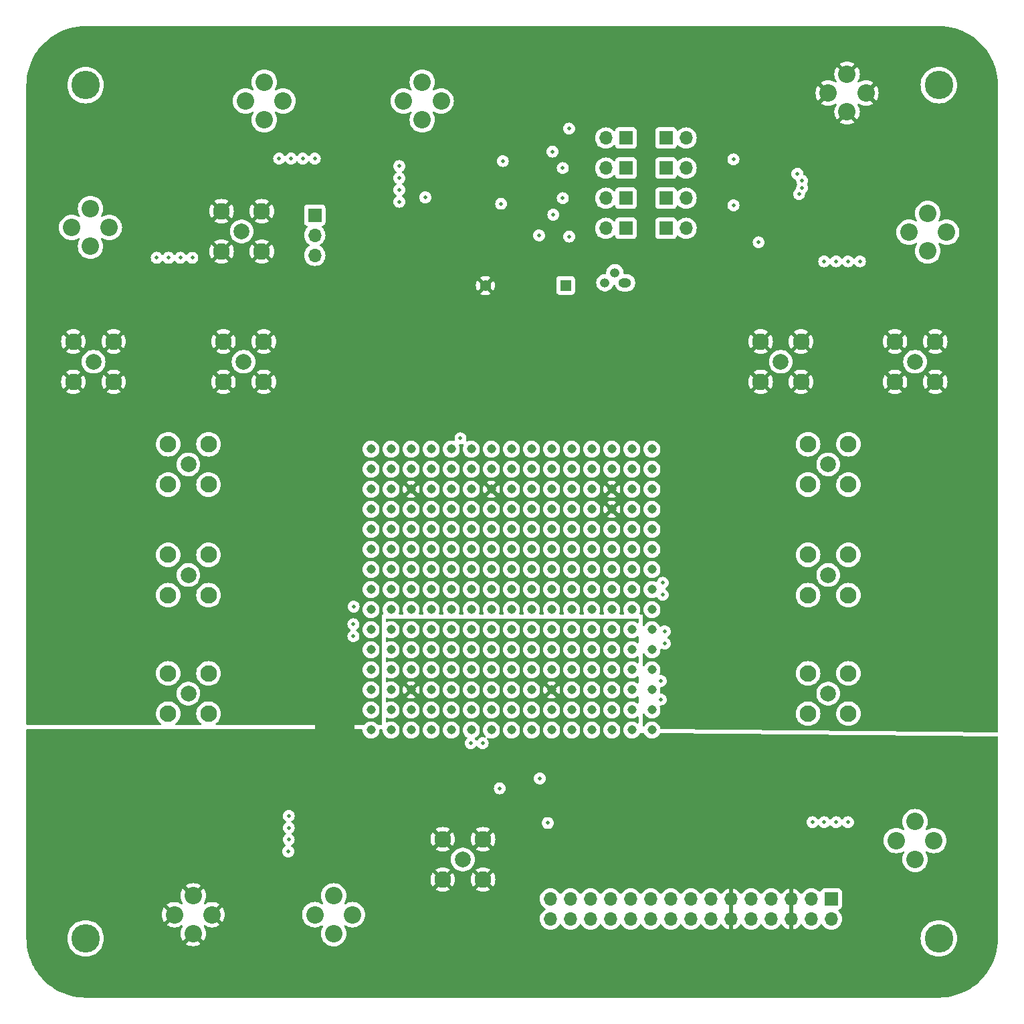
<source format=gbr>
%TF.GenerationSoftware,KiCad,Pcbnew,8.0.5*%
%TF.CreationDate,2024-11-19T12:55:29-05:00*%
%TF.ProjectId,huxley-rounded,6875786c-6579-42d7-926f-756e6465642e,rev?*%
%TF.SameCoordinates,Original*%
%TF.FileFunction,Copper,L2,Inr*%
%TF.FilePolarity,Positive*%
%FSLAX46Y46*%
G04 Gerber Fmt 4.6, Leading zero omitted, Abs format (unit mm)*
G04 Created by KiCad (PCBNEW 8.0.5) date 2024-11-19 12:55:29*
%MOMM*%
%LPD*%
G01*
G04 APERTURE LIST*
%TA.AperFunction,ComponentPad*%
%ADD10C,2.000000*%
%TD*%
%TA.AperFunction,ComponentPad*%
%ADD11C,2.100000*%
%TD*%
%TA.AperFunction,ComponentPad*%
%ADD12C,3.600000*%
%TD*%
%TA.AperFunction,ComponentPad*%
%ADD13C,1.397000*%
%TD*%
%TA.AperFunction,ComponentPad*%
%ADD14R,1.397000X1.397000*%
%TD*%
%TA.AperFunction,ComponentPad*%
%ADD15C,2.209800*%
%TD*%
%TA.AperFunction,ComponentPad*%
%ADD16R,1.700000X1.700000*%
%TD*%
%TA.AperFunction,ComponentPad*%
%ADD17O,1.700000X1.700000*%
%TD*%
%TA.AperFunction,ComponentPad*%
%ADD18C,1.143000*%
%TD*%
%TA.AperFunction,ComponentPad*%
%ADD19O,1.600000X1.200000*%
%TD*%
%TA.AperFunction,ComponentPad*%
%ADD20O,1.200000X1.200000*%
%TD*%
%TA.AperFunction,ViaPad*%
%ADD21C,0.508000*%
%TD*%
G04 APERTURE END LIST*
D10*
%TO.N,vd1_dummy*%
%TO.C,J19*%
X71000000Y-88000000D03*
D11*
%TO.N,GND*%
X68447300Y-85447300D03*
X68447300Y-90552700D03*
X73552700Y-90552700D03*
X73552700Y-85447300D03*
%TD*%
D10*
%TO.N,CLK*%
%TO.C,J5*%
X98750000Y-151000000D03*
D11*
%TO.N,GND*%
X96197300Y-148447300D03*
X96197300Y-153552700D03*
X101302700Y-153552700D03*
X101302700Y-148447300D03*
%TD*%
D10*
%TO.N,output_4+*%
%TO.C,J13*%
X64000000Y-115000000D03*
D11*
%TO.N,output_4-*%
X61447300Y-112447300D03*
X61447300Y-117552700D03*
X66552700Y-117552700D03*
X66552700Y-112447300D03*
%TD*%
D10*
%TO.N,output_3+*%
%TO.C,J11*%
X64000000Y-101000000D03*
D11*
%TO.N,output_3-*%
X61447300Y-98447300D03*
X61447300Y-103552700D03*
X66552700Y-103552700D03*
X66552700Y-98447300D03*
%TD*%
D10*
%TO.N,vbias0*%
%TO.C,J17*%
X139000000Y-88000000D03*
D11*
%TO.N,GND*%
X136447300Y-85447300D03*
X136447300Y-90552700D03*
X141552700Y-90552700D03*
X141552700Y-85447300D03*
%TD*%
D10*
%TO.N,vbias2*%
%TO.C,J18*%
X156000000Y-88000000D03*
D11*
%TO.N,GND*%
X153447300Y-85447300D03*
X153447300Y-90552700D03*
X158552700Y-90552700D03*
X158552700Y-85447300D03*
%TD*%
D10*
%TO.N,output_5+*%
%TO.C,J15*%
X64000000Y-130000000D03*
D11*
%TO.N,output_5-*%
X61447300Y-127447300D03*
X61447300Y-132552700D03*
X66552700Y-132552700D03*
X66552700Y-127447300D03*
%TD*%
D10*
%TO.N,output_0+*%
%TO.C,J4*%
X145000000Y-130000000D03*
D11*
%TO.N,output_0-*%
X142447300Y-127447300D03*
X142447300Y-132552700D03*
X147552700Y-132552700D03*
X147552700Y-127447300D03*
%TD*%
D10*
%TO.N,output_1+*%
%TO.C,J7*%
X145000000Y-115000000D03*
D11*
%TO.N,output_1-*%
X142447300Y-112447300D03*
X142447300Y-117552700D03*
X147552700Y-117552700D03*
X147552700Y-112447300D03*
%TD*%
D10*
%TO.N,iout_dummy_amp_conn*%
%TO.C,J22*%
X70750000Y-71500000D03*
D11*
%TO.N,GND*%
X68197300Y-68947300D03*
X68197300Y-74052700D03*
X73302700Y-74052700D03*
X73302700Y-68947300D03*
%TD*%
D10*
%TO.N,vlvl_p_dummy*%
%TO.C,J20*%
X52000000Y-88000000D03*
D11*
%TO.N,GND*%
X49447300Y-85447300D03*
X49447300Y-90552700D03*
X54552700Y-90552700D03*
X54552700Y-85447300D03*
%TD*%
D10*
%TO.N,output_2+*%
%TO.C,J9*%
X145000000Y-101000000D03*
D11*
%TO.N,output_2-*%
X142447300Y-98447300D03*
X142447300Y-103552700D03*
X147552700Y-103552700D03*
X147552700Y-98447300D03*
%TD*%
D12*
%TO.N,N/C*%
%TO.C,H3*%
X51000000Y-161000000D03*
%TD*%
D13*
%TO.N,GND*%
%TO.C,D1*%
X101600000Y-78359000D03*
D14*
%TO.N,/ibias/ibias_m*%
X111760000Y-78359000D03*
%TD*%
D15*
%TO.N,vlvl*%
%TO.C,J24*%
X71224800Y-55000000D03*
X76000000Y-55000000D03*
X73612400Y-52612400D03*
X73612400Y-57387600D03*
%TD*%
%TO.N,vrbias*%
%TO.C,J39*%
X155224800Y-71612400D03*
X160000000Y-71612400D03*
X157612400Y-69224800D03*
X157612400Y-74000000D03*
%TD*%
%TO.N,GND*%
%TO.C,J34*%
X145000000Y-54000000D03*
X149775200Y-54000000D03*
X147387600Y-51612400D03*
X147387600Y-56387600D03*
%TD*%
D16*
%TO.N,scope_ch1+*%
%TO.C,J6*%
X145400000Y-156000000D03*
D17*
%TO.N,scope_ch1-*%
X145400000Y-158540000D03*
%TO.N,scope_ch2+*%
X142860000Y-156000000D03*
%TO.N,scope_ch2-*%
X142860000Y-158540000D03*
%TO.N,GND*%
X140320000Y-156000000D03*
X140320000Y-158540000D03*
%TO.N,PP_AD2_3V3*%
X137780000Y-156000000D03*
%TO.N,unconnected-(J6D-V-Power-Pad8)*%
X137780000Y-158540000D03*
%TO.N,Net-(J6C-WaveformGen1)*%
X135240000Y-156000000D03*
%TO.N,unconnected-(J6C-WaveformGen2-Pad10)*%
X135240000Y-158540000D03*
%TO.N,GND*%
X132700000Y-156000000D03*
X132700000Y-158540000D03*
%TO.N,unconnected-(J6B-Trigger1-Pad13)*%
X130160000Y-156000000D03*
%TO.N,unconnected-(J6B-Trigger2-Pad14)*%
X130160000Y-158540000D03*
%TO.N,unconnected-(J6A-DIO0-Pad15)*%
X127620000Y-156000000D03*
%TO.N,unconnected-(J6A-DIO8-Pad16)*%
X127620000Y-158540000D03*
%TO.N,IBIAS_SEL2*%
X125080000Y-156000000D03*
%TO.N,IBIAS_SEL1*%
X125080000Y-158540000D03*
%TO.N,IBIAS_SEL4*%
X122540000Y-156000000D03*
%TO.N,IBIAS_SEL3*%
X122540000Y-158540000D03*
%TO.N,SCAN_EN_3V3*%
X120000000Y-156000000D03*
%TO.N,RST_L_3V3*%
X120000000Y-158540000D03*
%TO.N,SPI_CLK_3V3*%
X117460000Y-156000000D03*
%TO.N,SPI_CS_L_3V3*%
X117460000Y-158540000D03*
%TO.N,SPI_COPI_3V3*%
X114920000Y-156000000D03*
%TO.N,SPI_CIPO_3V3*%
X114920000Y-158540000D03*
%TO.N,TSCAN_EN_3V3*%
X112380000Y-156000000D03*
%TO.N,IO_UCLK_3V3*%
X112380000Y-158540000D03*
%TO.N,LVLS_EN*%
X109840000Y-156000000D03*
%TO.N,TSCAN_OUT_3V3*%
X109840000Y-158540000D03*
%TD*%
D15*
%TO.N,GND*%
%TO.C,J37*%
X62224800Y-158000000D03*
X67000000Y-158000000D03*
X64612400Y-155612400D03*
X64612400Y-160387600D03*
%TD*%
D16*
%TO.N,/ibias/ibias_rset*%
%TO.C,J27*%
X119380000Y-71120000D03*
D17*
%TO.N,/ibias/R1_4*%
X116840000Y-71120000D03*
%TD*%
D15*
%TO.N,PP_TAVDD_1V8*%
%TO.C,J2*%
X51612400Y-68612400D03*
X51612400Y-73387600D03*
X54000000Y-71000000D03*
X49224800Y-71000000D03*
%TD*%
D18*
%TO.N,*%
%TO.C,U1*%
X87122000Y-99060000D03*
X87122000Y-101600000D03*
X87122000Y-104140000D03*
X87122000Y-106680000D03*
X87122000Y-109220000D03*
X87122000Y-111760000D03*
X87122000Y-114300000D03*
X87122000Y-116840000D03*
X87122000Y-119380000D03*
X87122000Y-121920000D03*
X87122000Y-124460000D03*
X87122000Y-127000000D03*
X87122000Y-129540000D03*
X87122000Y-132080000D03*
X87122000Y-134620000D03*
X89662000Y-99060000D03*
X89662000Y-101600000D03*
X89662000Y-104140000D03*
X89662000Y-106680000D03*
X89662000Y-109220000D03*
X89662000Y-111760000D03*
X89662000Y-114300000D03*
X89662000Y-116840000D03*
X89662000Y-119380000D03*
X89662000Y-121920000D03*
X89662000Y-124460000D03*
X89662000Y-127000000D03*
X89662000Y-129540000D03*
X89662000Y-132080000D03*
X89662000Y-134620000D03*
X92202000Y-99060000D03*
X92202000Y-101600000D03*
X92202000Y-132080000D03*
X92202000Y-134620000D03*
X94742000Y-99060000D03*
X94742000Y-101600000D03*
X94742000Y-132080000D03*
X94742000Y-134620000D03*
X97282000Y-99060000D03*
X97282000Y-101600000D03*
X97282000Y-109220000D03*
X97282000Y-111760000D03*
X97282000Y-121920000D03*
X97282000Y-124460000D03*
X97282000Y-132080000D03*
X97282000Y-134620000D03*
X99822000Y-99060000D03*
X99822000Y-101600000D03*
X99822000Y-109220000D03*
X99822000Y-111760000D03*
X99822000Y-114300000D03*
X99822000Y-116840000D03*
X99822000Y-119380000D03*
X99822000Y-121920000D03*
X99822000Y-124460000D03*
X99822000Y-132080000D03*
X99822000Y-134620000D03*
X102362000Y-99060000D03*
X102362000Y-101600000D03*
X102362000Y-111760000D03*
X102362000Y-114300000D03*
X102362000Y-116840000D03*
X102362000Y-119380000D03*
X102362000Y-121920000D03*
X102362000Y-132080000D03*
X102362000Y-134620000D03*
X104902000Y-99060000D03*
X104902000Y-101600000D03*
X104902000Y-111760000D03*
X104902000Y-114300000D03*
X104902000Y-116840000D03*
X104902000Y-119380000D03*
X104902000Y-121920000D03*
X104902000Y-132080000D03*
X104902000Y-134620000D03*
X107442000Y-99060000D03*
X107442000Y-101600000D03*
X107442000Y-111760000D03*
X107442000Y-114300000D03*
X107442000Y-116840000D03*
X107442000Y-119380000D03*
X107442000Y-121920000D03*
X107442000Y-132080000D03*
X107442000Y-134620000D03*
X109982000Y-99060000D03*
X109982000Y-101600000D03*
X109982000Y-109220000D03*
X109982000Y-111760000D03*
X109982000Y-114300000D03*
X109982000Y-116840000D03*
X109982000Y-119380000D03*
X109982000Y-121920000D03*
X109982000Y-124460000D03*
X109982000Y-132080000D03*
X109982000Y-134620000D03*
X112522000Y-99060000D03*
X112522000Y-101600000D03*
X112522000Y-109220000D03*
X112522000Y-111760000D03*
X112522000Y-121920000D03*
X112522000Y-124460000D03*
X112522000Y-132080000D03*
X112522000Y-134620000D03*
X115062000Y-99060000D03*
X115062000Y-101600000D03*
X115062000Y-132080000D03*
X115062000Y-134620000D03*
X117602000Y-99060000D03*
X117602000Y-101600000D03*
X117602000Y-132080000D03*
X117602000Y-134620000D03*
X120142000Y-99060000D03*
X120142000Y-101600000D03*
X120142000Y-104140000D03*
X120142000Y-106680000D03*
X120142000Y-109220000D03*
X120142000Y-111760000D03*
X120142000Y-114300000D03*
X120142000Y-116840000D03*
X120142000Y-119380000D03*
X120142000Y-121920000D03*
X120142000Y-124460000D03*
X120142000Y-127000000D03*
X120142000Y-129540000D03*
X120142000Y-132080000D03*
X120142000Y-134620000D03*
X122682000Y-99060000D03*
X122682000Y-101600000D03*
X122682000Y-104140000D03*
X122682000Y-106680000D03*
X122682000Y-109220000D03*
X122682000Y-111760000D03*
X122682000Y-114300000D03*
X122682000Y-116840000D03*
X122682000Y-119380000D03*
X122682000Y-121920000D03*
X122682000Y-124460000D03*
X122682000Y-127000000D03*
X122682000Y-129540000D03*
X122682000Y-132080000D03*
X122682000Y-134620000D03*
%TO.N,PP_VDDIO_1V8*%
X117602000Y-129540000D03*
%TO.N,N/C*%
X115062000Y-129540000D03*
%TO.N,SPI_CS_L*%
X112522000Y-129540000D03*
%TO.N,GND*%
X109982000Y-129540000D03*
%TO.N,PP_VDD_0V9*%
X107442000Y-129540000D03*
%TO.N,SPI_COPI*%
X104902000Y-129540000D03*
%TO.N,PP_VDDIO_1V8*%
X102362000Y-129540000D03*
%TO.N,CLK*%
X99822000Y-129540000D03*
%TO.N,N/C*%
X97282000Y-129540000D03*
X94742000Y-129540000D03*
%TO.N,GND*%
X92202000Y-129540000D03*
%TO.N,N/C*%
X117602000Y-127000000D03*
X115062000Y-127000000D03*
X112522000Y-127000000D03*
%TO.N,SPI_CLK*%
X109982000Y-127000000D03*
%TO.N,SPI_CIPO*%
X107442000Y-127000000D03*
%TO.N,N/C*%
X104902000Y-127000000D03*
%TO.N,IO_UCLK*%
X102362000Y-127000000D03*
%TO.N,N/C*%
X99822000Y-127000000D03*
X97282000Y-127000000D03*
X94742000Y-127000000D03*
X92202000Y-127000000D03*
%TO.N,RST_L*%
X117602000Y-124460000D03*
%TO.N,N/C*%
X115062000Y-124460000D03*
X107442000Y-124460000D03*
X104902000Y-124460000D03*
X102362000Y-124460000D03*
X94742000Y-124460000D03*
%TO.N,TSCAN_OUT*%
X92202000Y-124460000D03*
%TO.N,PP_VDD_0V9*%
X117602000Y-121920000D03*
%TO.N,SCAN_EN*%
X115062000Y-121920000D03*
%TO.N,TSCAN_EN*%
X94742000Y-121920000D03*
%TO.N,PP_VDD_0V9*%
X92202000Y-121920000D03*
%TO.N,output_0-*%
X117602000Y-119380000D03*
%TO.N,output_0+*%
X115062000Y-119380000D03*
%TO.N,N/C*%
X112522000Y-119380000D03*
X97282000Y-119380000D03*
%TO.N,output_5-*%
X94742000Y-119380000D03*
%TO.N,PP_TAVDD_1V8*%
X92202000Y-119380000D03*
%TO.N,N/C*%
X117602000Y-116840000D03*
X115062000Y-116840000D03*
X112522000Y-116840000D03*
X97282000Y-116840000D03*
%TO.N,output_4+*%
X94742000Y-116840000D03*
%TO.N,output_5+*%
X92202000Y-116840000D03*
%TO.N,PP_TAVDD_1V8*%
X117602000Y-114300000D03*
%TO.N,output_1+*%
X115062000Y-114300000D03*
%TO.N,N/C*%
X112522000Y-114300000D03*
X97282000Y-114300000D03*
%TO.N,output_3+*%
X94742000Y-114300000D03*
%TO.N,output_4-*%
X92202000Y-114300000D03*
%TO.N,output_1-*%
X117602000Y-111760000D03*
%TO.N,output_2+*%
X115062000Y-111760000D03*
%TO.N,N/C*%
X94742000Y-111760000D03*
%TO.N,output_3-*%
X92202000Y-111760000D03*
%TO.N,output_2-*%
X117602000Y-109220000D03*
%TO.N,N/C*%
X115062000Y-109220000D03*
X107442000Y-109220000D03*
X104902000Y-109220000D03*
X102362000Y-109220000D03*
X94742000Y-109220000D03*
X92202000Y-109220000D03*
%TO.N,GND*%
X117602000Y-106680000D03*
%TO.N,N/C*%
X115062000Y-106680000D03*
X112522000Y-106680000D03*
X109982000Y-106680000D03*
%TO.N,vrbias*%
X107442000Y-106680000D03*
%TO.N,vbias0*%
X104902000Y-106680000D03*
%TO.N,N/C*%
X102362000Y-106680000D03*
X99822000Y-106680000D03*
%TO.N,vd1_dummy*%
X97282000Y-106680000D03*
%TO.N,N/C*%
X94742000Y-106680000D03*
X92202000Y-106680000D03*
%TO.N,GND*%
X117602000Y-104140000D03*
%TO.N,N/C*%
X115062000Y-104140000D03*
X112522000Y-104140000D03*
%TO.N,vbias2*%
X109982000Y-104140000D03*
%TO.N,vbias1*%
X107442000Y-104140000D03*
%TO.N,vlvl*%
X104902000Y-104140000D03*
%TO.N,GND*%
X102362000Y-104140000D03*
%TO.N,PP_TAVDD_1V8*%
X99822000Y-104140000D03*
%TO.N,iout_dummy*%
X97282000Y-104140000D03*
%TO.N,vlvl_p_dummy*%
X94742000Y-104140000D03*
%TO.N,GND*%
X92202000Y-104140000D03*
%TD*%
D16*
%TO.N,/ibias/ibias_rset*%
%TO.C,J30*%
X124460000Y-67310000D03*
D17*
%TO.N,/ibias/R2_3*%
X127000000Y-67310000D03*
%TD*%
D16*
%TO.N,/ibias/ibias_rset*%
%TO.C,J31*%
X124460000Y-71120000D03*
D17*
%TO.N,/ibias/R2_4*%
X127000000Y-71120000D03*
%TD*%
D16*
%TO.N,/ibias/ibias_rset*%
%TO.C,J28*%
X124460000Y-59690000D03*
D17*
%TO.N,/ibias/R2_1*%
X127000000Y-59690000D03*
%TD*%
D16*
%TO.N,/ibias/ibias_rset*%
%TO.C,J26*%
X119380000Y-67310000D03*
D17*
%TO.N,/ibias/R1_3*%
X116840000Y-67310000D03*
%TD*%
D16*
%TO.N,iout_dummy_amp*%
%TO.C,J32*%
X80000000Y-69450000D03*
D17*
%TO.N,iout_dummy_amp_conn*%
X80000000Y-71990000D03*
%TO.N,iout_dummy*%
X80000000Y-74530000D03*
%TD*%
D15*
%TO.N,PP_SYS_3V3*%
%TO.C,J35*%
X91224800Y-55000000D03*
X96000000Y-55000000D03*
X93612400Y-52612400D03*
X93612400Y-57387600D03*
%TD*%
D16*
%TO.N,/ibias/ibias_rset*%
%TO.C,J29*%
X124460000Y-63500000D03*
D17*
%TO.N,/ibias/R2_2*%
X127000000Y-63500000D03*
%TD*%
D12*
%TO.N,N/C*%
%TO.C,H1*%
X159000000Y-53000000D03*
%TD*%
%TO.N,N/C*%
%TO.C,H4*%
X51000000Y-53000000D03*
%TD*%
D16*
%TO.N,/ibias/ibias_rset*%
%TO.C,J25*%
X119380000Y-63500000D03*
D17*
%TO.N,/ibias/R1_2*%
X116840000Y-63500000D03*
%TD*%
D12*
%TO.N,N/C*%
%TO.C,H2*%
X159000000Y-161000000D03*
%TD*%
D15*
%TO.N,PP_VDDIO_1V8*%
%TO.C,J1*%
X156000000Y-151000000D03*
X156000000Y-146224800D03*
X153612400Y-148612400D03*
X158387600Y-148612400D03*
%TD*%
D16*
%TO.N,/ibias/ibias_rset*%
%TO.C,J21*%
X119380000Y-59690000D03*
D17*
%TO.N,/ibias/R1_1*%
X116840000Y-59690000D03*
%TD*%
D19*
%TO.N,/ibias/ibias_rset*%
%TO.C,U2*%
X119270000Y-78000000D03*
D20*
%TO.N,vbias1*%
X118000000Y-76730000D03*
%TO.N,/ibias/ibias_m*%
X116730000Y-78000000D03*
%TD*%
D15*
%TO.N,PP_VDD_0V9*%
%TO.C,J3*%
X80000000Y-158000000D03*
X84775200Y-158000000D03*
X82387600Y-155612400D03*
X82387600Y-160387600D03*
%TD*%
D21*
%TO.N,GND*%
X147500000Y-149650000D03*
X135962000Y-104726000D03*
X73250000Y-150000000D03*
X61500000Y-78200000D03*
X133000000Y-97350000D03*
X133800000Y-70250000D03*
X63000000Y-78200000D03*
X104850000Y-70405000D03*
X87300000Y-67750000D03*
X144500000Y-149650000D03*
X147500000Y-78700000D03*
X133000000Y-132200000D03*
X49100000Y-98500000D03*
X64500000Y-78200000D03*
X76000000Y-131900000D03*
X127600000Y-123650000D03*
X73300000Y-147000000D03*
X132448803Y-67308134D03*
X76000000Y-105650000D03*
X87300000Y-63250000D03*
X79000000Y-124600000D03*
X136000000Y-111400000D03*
X76000000Y-118700000D03*
X127400000Y-116000000D03*
X87300000Y-64750000D03*
X96292000Y-79604000D03*
X106629200Y-61112400D03*
X81400000Y-121250000D03*
X96778000Y-72714000D03*
X73000000Y-105700000D03*
X127150000Y-130500000D03*
X81425000Y-119000000D03*
X79000000Y-105650000D03*
X133000000Y-111400000D03*
X152000000Y-161100000D03*
X97800000Y-93500000D03*
X80000000Y-65700000D03*
X139000000Y-132250000D03*
X97800000Y-92000000D03*
X136000000Y-132200000D03*
X104850000Y-72005000D03*
X73000000Y-98325000D03*
X96500000Y-71200000D03*
X75500000Y-65700000D03*
X76000000Y-111350000D03*
X133000000Y-118650000D03*
X79000000Y-111350000D03*
X139000000Y-97300000D03*
X73000000Y-111300000D03*
X133000000Y-104700000D03*
X97800000Y-90500000D03*
X97750000Y-94500000D03*
X139000000Y-111350000D03*
X127150000Y-129000000D03*
X78500000Y-65700000D03*
X79000000Y-98350000D03*
X73000000Y-118750000D03*
X60000000Y-78200000D03*
X144500000Y-78700000D03*
X87300000Y-66250000D03*
X139000000Y-118700000D03*
X146000000Y-149650000D03*
X132495000Y-71120000D03*
X135870000Y-61258800D03*
X127600000Y-122150000D03*
X136000000Y-124850000D03*
X133000000Y-124850000D03*
X96500000Y-69700000D03*
X133800000Y-71800000D03*
X73000000Y-131950000D03*
X156650000Y-100900000D03*
X139000000Y-104750000D03*
X81400000Y-122750000D03*
X132441200Y-63523292D03*
X94679600Y-78235600D03*
X101250000Y-139700000D03*
X76000000Y-124573000D03*
X73300000Y-148500000D03*
X76000000Y-98350000D03*
X149000000Y-78700000D03*
X79000000Y-118700000D03*
X146000000Y-78700000D03*
X73000000Y-124523000D03*
X143000000Y-149650000D03*
X97800000Y-89000000D03*
X79000000Y-131900000D03*
X139000000Y-124800000D03*
X77000000Y-65700000D03*
X132500000Y-59700000D03*
X105000000Y-51100000D03*
X96500000Y-68200000D03*
X73300000Y-145490000D03*
X136000000Y-118650000D03*
X108343401Y-149750000D03*
X136000000Y-97350000D03*
X99750000Y-139700000D03*
X127400000Y-117500000D03*
%TO.N,PP_SYS_3V3*%
X90700000Y-67750000D03*
X94000000Y-67200000D03*
X90700000Y-66250000D03*
X90700000Y-64750000D03*
X108400000Y-72000000D03*
X90700000Y-63250000D03*
X136200000Y-72900000D03*
%TO.N,PP_VDD_0V9*%
X84900000Y-121250000D03*
X76700000Y-147000000D03*
X124300000Y-122150000D03*
X124300000Y-123650000D03*
X76700000Y-145490000D03*
X76650000Y-150000000D03*
X76700000Y-148500000D03*
X84900000Y-122750000D03*
%TO.N,PP_TAVDD_1V8*%
X84925000Y-119000000D03*
X63000000Y-74850000D03*
X61500000Y-74850000D03*
X60000000Y-74850000D03*
X64500000Y-74850000D03*
X124050000Y-117500000D03*
X124050000Y-116000000D03*
X98450000Y-97700000D03*
%TO.N,PP_VDDIO_1V8*%
X101250000Y-136300000D03*
X147500000Y-146300000D03*
X144500000Y-146300000D03*
X99750000Y-136300000D03*
X123800000Y-128400000D03*
X146000000Y-146300000D03*
X143000000Y-146300000D03*
X123800000Y-130750000D03*
X108500000Y-140750000D03*
%TO.N,vlvl*%
X78500000Y-62300000D03*
X80000000Y-62300000D03*
X75500000Y-62300000D03*
X77000000Y-62300000D03*
%TO.N,vrbias*%
X149000000Y-75300000D03*
X144500000Y-75300000D03*
X147500000Y-75300000D03*
X146000000Y-75300000D03*
%TO.N,/ibias/ibias_m*%
X112200000Y-58500000D03*
X111400000Y-63500000D03*
X111400000Y-67310000D03*
X112205000Y-72150000D03*
%TO.N,IBIAS_SEL3*%
X141700000Y-66000000D03*
X103600000Y-68000000D03*
X133000000Y-68200000D03*
%TO.N,IBIAS_SEL4*%
X110200000Y-69400000D03*
X141300000Y-66800000D03*
%TO.N,IBIAS_SEL1*%
X110100000Y-61400000D03*
X141100000Y-64200000D03*
%TO.N,IBIAS_SEL2*%
X103800000Y-62600000D03*
X141700000Y-65100000D03*
X133000000Y-62400000D03*
%TO.N,PP_AD2_3V3*%
X109493001Y-146397250D03*
X103425000Y-142000000D03*
%TD*%
%TA.AperFunction,Conductor*%
%TO.N,GND*%
G36*
X85000000Y-136000000D02*
G01*
X80000000Y-136000000D01*
X80000000Y-133000000D01*
X85000000Y-133000000D01*
X85000000Y-136000000D01*
G37*
%TD.AperFunction*%
%TD*%
%TA.AperFunction,Conductor*%
%TO.N,GND*%
G36*
X132950000Y-158106988D02*
G01*
X132892993Y-158074075D01*
X132765826Y-158040000D01*
X132634174Y-158040000D01*
X132507007Y-158074075D01*
X132450000Y-158106988D01*
X132450000Y-156433012D01*
X132507007Y-156465925D01*
X132634174Y-156500000D01*
X132765826Y-156500000D01*
X132892993Y-156465925D01*
X132950000Y-156433012D01*
X132950000Y-158106988D01*
G37*
%TD.AperFunction*%
%TA.AperFunction,Conductor*%
G36*
X140570000Y-158106988D02*
G01*
X140512993Y-158074075D01*
X140385826Y-158040000D01*
X140254174Y-158040000D01*
X140127007Y-158074075D01*
X140070000Y-158106988D01*
X140070000Y-156433012D01*
X140127007Y-156465925D01*
X140254174Y-156500000D01*
X140385826Y-156500000D01*
X140512993Y-156465925D01*
X140570000Y-156433012D01*
X140570000Y-158106988D01*
G37*
%TD.AperFunction*%
%TA.AperFunction,Conductor*%
G36*
X120943039Y-120519685D02*
G01*
X120988794Y-120572489D01*
X121000000Y-120624000D01*
X121000000Y-120970745D01*
X120980315Y-121037784D01*
X120927511Y-121083539D01*
X120858353Y-121093483D01*
X120794797Y-121064458D01*
X120792462Y-121062382D01*
X120790793Y-121060861D01*
X120790792Y-121060860D01*
X120726467Y-121021031D01*
X120621880Y-120956273D01*
X120621878Y-120956272D01*
X120436627Y-120884506D01*
X120436626Y-120884505D01*
X120436624Y-120884505D01*
X120241335Y-120848000D01*
X120042665Y-120848000D01*
X119847376Y-120884505D01*
X119847374Y-120884505D01*
X119847372Y-120884506D01*
X119662121Y-120956272D01*
X119662119Y-120956273D01*
X119493206Y-121060861D01*
X119346389Y-121194701D01*
X119226662Y-121353246D01*
X119138107Y-121531088D01*
X119138104Y-121531094D01*
X119083738Y-121722174D01*
X119083737Y-121722177D01*
X119065407Y-121919999D01*
X119065407Y-121920000D01*
X119083737Y-122117822D01*
X119083738Y-122117825D01*
X119138104Y-122308905D01*
X119138107Y-122308911D01*
X119226662Y-122486753D01*
X119346389Y-122645298D01*
X119454249Y-122743624D01*
X119493208Y-122779140D01*
X119662121Y-122883727D01*
X119847376Y-122955495D01*
X120042665Y-122992000D01*
X120042668Y-122992000D01*
X120241332Y-122992000D01*
X120241335Y-122992000D01*
X120436624Y-122955495D01*
X120621879Y-122883727D01*
X120790792Y-122779140D01*
X120792456Y-122777622D01*
X120793429Y-122777148D01*
X120795366Y-122775686D01*
X120795651Y-122776064D01*
X120855255Y-122747002D01*
X120924643Y-122755193D01*
X120978587Y-122799598D01*
X120999960Y-122866118D01*
X121000000Y-122869254D01*
X121000000Y-123510745D01*
X120980315Y-123577784D01*
X120927511Y-123623539D01*
X120858353Y-123633483D01*
X120794797Y-123604458D01*
X120792462Y-123602382D01*
X120790793Y-123600861D01*
X120790792Y-123600860D01*
X120726467Y-123561031D01*
X120621880Y-123496273D01*
X120621878Y-123496272D01*
X120436627Y-123424506D01*
X120436626Y-123424505D01*
X120436624Y-123424505D01*
X120241335Y-123388000D01*
X120042665Y-123388000D01*
X119847376Y-123424505D01*
X119847374Y-123424505D01*
X119847372Y-123424506D01*
X119662121Y-123496272D01*
X119662119Y-123496273D01*
X119493206Y-123600861D01*
X119346389Y-123734701D01*
X119226662Y-123893246D01*
X119138107Y-124071088D01*
X119138104Y-124071094D01*
X119083738Y-124262174D01*
X119083737Y-124262177D01*
X119065407Y-124459999D01*
X119065407Y-124460000D01*
X119083737Y-124657822D01*
X119083738Y-124657825D01*
X119138104Y-124848905D01*
X119138107Y-124848911D01*
X119226662Y-125026753D01*
X119346389Y-125185298D01*
X119457954Y-125287002D01*
X119493208Y-125319140D01*
X119662121Y-125423727D01*
X119847376Y-125495495D01*
X120042665Y-125532000D01*
X120042668Y-125532000D01*
X120241332Y-125532000D01*
X120241335Y-125532000D01*
X120436624Y-125495495D01*
X120621879Y-125423727D01*
X120790792Y-125319140D01*
X120792456Y-125317622D01*
X120793429Y-125317148D01*
X120795366Y-125315686D01*
X120795651Y-125316064D01*
X120855255Y-125287002D01*
X120924643Y-125295193D01*
X120978587Y-125339598D01*
X120999960Y-125406118D01*
X121000000Y-125409254D01*
X121000000Y-126050745D01*
X120980315Y-126117784D01*
X120927511Y-126163539D01*
X120858353Y-126173483D01*
X120794797Y-126144458D01*
X120792462Y-126142382D01*
X120790793Y-126140861D01*
X120790792Y-126140860D01*
X120726467Y-126101031D01*
X120621880Y-126036273D01*
X120621878Y-126036272D01*
X120436627Y-125964506D01*
X120436626Y-125964505D01*
X120436624Y-125964505D01*
X120241335Y-125928000D01*
X120042665Y-125928000D01*
X119847376Y-125964505D01*
X119847374Y-125964505D01*
X119847372Y-125964506D01*
X119662121Y-126036272D01*
X119662119Y-126036273D01*
X119493206Y-126140861D01*
X119346389Y-126274701D01*
X119226662Y-126433246D01*
X119138107Y-126611088D01*
X119138104Y-126611094D01*
X119083738Y-126802174D01*
X119083737Y-126802177D01*
X119065407Y-126999999D01*
X119065407Y-127000000D01*
X119083737Y-127197822D01*
X119083738Y-127197825D01*
X119138104Y-127388905D01*
X119138107Y-127388911D01*
X119226662Y-127566753D01*
X119346389Y-127725298D01*
X119457954Y-127827002D01*
X119493208Y-127859140D01*
X119662121Y-127963727D01*
X119847376Y-128035495D01*
X120042665Y-128072000D01*
X120042668Y-128072000D01*
X120241332Y-128072000D01*
X120241335Y-128072000D01*
X120436624Y-128035495D01*
X120621879Y-127963727D01*
X120790792Y-127859140D01*
X120792456Y-127857622D01*
X120793429Y-127857148D01*
X120795366Y-127855686D01*
X120795651Y-127856064D01*
X120855255Y-127827002D01*
X120924643Y-127835193D01*
X120978587Y-127879598D01*
X120999960Y-127946118D01*
X121000000Y-127949254D01*
X121000000Y-128590745D01*
X120980315Y-128657784D01*
X120927511Y-128703539D01*
X120858353Y-128713483D01*
X120794797Y-128684458D01*
X120792462Y-128682382D01*
X120790793Y-128680861D01*
X120790792Y-128680860D01*
X120694393Y-128621172D01*
X120621880Y-128576273D01*
X120621878Y-128576272D01*
X120436627Y-128504506D01*
X120436626Y-128504505D01*
X120436624Y-128504505D01*
X120241335Y-128468000D01*
X120042665Y-128468000D01*
X119847376Y-128504505D01*
X119847374Y-128504505D01*
X119847372Y-128504506D01*
X119662121Y-128576272D01*
X119662119Y-128576273D01*
X119493206Y-128680861D01*
X119346389Y-128814701D01*
X119226662Y-128973246D01*
X119138107Y-129151088D01*
X119138104Y-129151094D01*
X119083738Y-129342174D01*
X119083737Y-129342177D01*
X119065407Y-129539999D01*
X119065407Y-129540000D01*
X119083737Y-129737822D01*
X119083738Y-129737825D01*
X119138104Y-129928905D01*
X119138107Y-129928911D01*
X119226662Y-130106753D01*
X119346389Y-130265298D01*
X119457954Y-130367002D01*
X119493208Y-130399140D01*
X119662121Y-130503727D01*
X119847376Y-130575495D01*
X120042665Y-130612000D01*
X120042668Y-130612000D01*
X120241332Y-130612000D01*
X120241335Y-130612000D01*
X120436624Y-130575495D01*
X120621879Y-130503727D01*
X120790792Y-130399140D01*
X120792456Y-130397622D01*
X120793429Y-130397148D01*
X120795366Y-130395686D01*
X120795651Y-130396064D01*
X120855255Y-130367002D01*
X120924643Y-130375193D01*
X120978587Y-130419598D01*
X120999960Y-130486118D01*
X121000000Y-130489254D01*
X121000000Y-131130745D01*
X120980315Y-131197784D01*
X120927511Y-131243539D01*
X120858353Y-131253483D01*
X120794797Y-131224458D01*
X120792462Y-131222382D01*
X120790793Y-131220861D01*
X120790792Y-131220860D01*
X120703681Y-131166923D01*
X120621880Y-131116273D01*
X120621878Y-131116272D01*
X120436627Y-131044506D01*
X120436626Y-131044505D01*
X120436624Y-131044505D01*
X120241335Y-131008000D01*
X120042665Y-131008000D01*
X119847376Y-131044505D01*
X119847374Y-131044505D01*
X119847372Y-131044506D01*
X119662121Y-131116272D01*
X119662119Y-131116273D01*
X119493206Y-131220861D01*
X119346389Y-131354701D01*
X119226662Y-131513246D01*
X119138107Y-131691088D01*
X119138104Y-131691094D01*
X119083738Y-131882174D01*
X119083737Y-131882177D01*
X119065407Y-132079999D01*
X119065407Y-132080000D01*
X119083737Y-132277822D01*
X119083738Y-132277825D01*
X119138104Y-132468905D01*
X119138107Y-132468911D01*
X119226662Y-132646753D01*
X119346389Y-132805298D01*
X119457954Y-132907002D01*
X119493208Y-132939140D01*
X119662121Y-133043727D01*
X119847376Y-133115495D01*
X120042665Y-133152000D01*
X120042668Y-133152000D01*
X120241332Y-133152000D01*
X120241335Y-133152000D01*
X120436624Y-133115495D01*
X120621879Y-133043727D01*
X120790792Y-132939140D01*
X120792456Y-132937622D01*
X120793429Y-132937148D01*
X120795366Y-132935686D01*
X120795651Y-132936064D01*
X120855255Y-132907002D01*
X120924643Y-132915193D01*
X120978587Y-132959598D01*
X120999960Y-133026118D01*
X121000000Y-133029254D01*
X121000000Y-133670745D01*
X120980315Y-133737784D01*
X120927511Y-133783539D01*
X120858353Y-133793483D01*
X120794797Y-133764458D01*
X120792462Y-133762382D01*
X120790793Y-133760861D01*
X120790792Y-133760860D01*
X120726467Y-133721031D01*
X120621880Y-133656273D01*
X120621878Y-133656272D01*
X120436627Y-133584506D01*
X120436626Y-133584505D01*
X120436624Y-133584505D01*
X120241335Y-133548000D01*
X120042665Y-133548000D01*
X119847376Y-133584505D01*
X119847374Y-133584505D01*
X119847372Y-133584506D01*
X119662121Y-133656272D01*
X119662119Y-133656273D01*
X119493206Y-133760861D01*
X119346389Y-133894701D01*
X119226662Y-134053246D01*
X119138107Y-134231088D01*
X119138104Y-134231094D01*
X119083738Y-134422174D01*
X119083737Y-134422177D01*
X119065407Y-134619999D01*
X119065407Y-134620000D01*
X119083737Y-134817822D01*
X119083738Y-134817825D01*
X119138104Y-135008905D01*
X119138107Y-135008911D01*
X119226662Y-135186753D01*
X119346389Y-135345298D01*
X119472693Y-135460438D01*
X119493208Y-135479140D01*
X119615860Y-135555083D01*
X119653236Y-135578226D01*
X119662121Y-135583727D01*
X119847376Y-135655495D01*
X120042665Y-135692000D01*
X120042668Y-135692000D01*
X120241332Y-135692000D01*
X120241335Y-135692000D01*
X120436624Y-135655495D01*
X120621879Y-135583727D01*
X120790792Y-135479140D01*
X120937612Y-135345296D01*
X121057338Y-135186753D01*
X121114990Y-135070972D01*
X121162492Y-135019735D01*
X121227214Y-135002249D01*
X121601083Y-135005951D01*
X121667921Y-135026297D01*
X121710852Y-135074672D01*
X121766662Y-135186753D01*
X121886389Y-135345298D01*
X122012693Y-135460438D01*
X122033208Y-135479140D01*
X122155860Y-135555083D01*
X122193236Y-135578226D01*
X122202121Y-135583727D01*
X122387376Y-135655495D01*
X122582665Y-135692000D01*
X122582668Y-135692000D01*
X122781332Y-135692000D01*
X122781335Y-135692000D01*
X122976624Y-135655495D01*
X123161879Y-135583727D01*
X123330792Y-135479140D01*
X123477612Y-135345296D01*
X123597338Y-135186753D01*
X123642530Y-135095994D01*
X123690029Y-135044760D01*
X123754753Y-135027274D01*
X166376731Y-135449274D01*
X166443569Y-135469620D01*
X166488799Y-135522875D01*
X166499500Y-135573267D01*
X166499500Y-160997874D01*
X166499428Y-161002108D01*
X166482161Y-161507553D01*
X166481583Y-161516000D01*
X166430082Y-162016969D01*
X166428929Y-162025357D01*
X166343359Y-162521648D01*
X166341636Y-162529938D01*
X166222402Y-163019220D01*
X166220118Y-163027373D01*
X166067764Y-163507400D01*
X166064929Y-163515378D01*
X165880174Y-163983882D01*
X165876808Y-163991631D01*
X165660517Y-164446426D01*
X165656622Y-164453944D01*
X165409794Y-164892926D01*
X165405395Y-164900160D01*
X165129186Y-165321276D01*
X165124303Y-165328193D01*
X164820003Y-165729473D01*
X164814659Y-165736041D01*
X164483689Y-166115612D01*
X164477910Y-166121800D01*
X164121800Y-166477910D01*
X164115612Y-166483689D01*
X163736041Y-166814659D01*
X163729473Y-166820003D01*
X163328193Y-167124303D01*
X163321276Y-167129186D01*
X162900160Y-167405395D01*
X162892926Y-167409794D01*
X162453944Y-167656622D01*
X162446426Y-167660517D01*
X161991631Y-167876808D01*
X161983882Y-167880174D01*
X161578583Y-168040004D01*
X161515378Y-168064929D01*
X161507400Y-168067764D01*
X161027373Y-168220118D01*
X161019220Y-168222402D01*
X160529938Y-168341636D01*
X160521648Y-168343359D01*
X160025357Y-168428929D01*
X160016969Y-168430082D01*
X159516000Y-168481583D01*
X159507553Y-168482161D01*
X159041606Y-168498078D01*
X159002106Y-168499428D01*
X158997875Y-168499500D01*
X51002125Y-168499500D01*
X50997893Y-168499428D01*
X50955922Y-168497994D01*
X50492446Y-168482161D01*
X50483999Y-168481583D01*
X49983030Y-168430082D01*
X49974642Y-168428929D01*
X49478351Y-168343359D01*
X49470061Y-168341636D01*
X48980779Y-168222402D01*
X48972626Y-168220118D01*
X48492599Y-168067764D01*
X48484628Y-168064931D01*
X48016107Y-167880170D01*
X48008368Y-167876808D01*
X47553573Y-167660517D01*
X47546055Y-167656622D01*
X47107073Y-167409794D01*
X47099839Y-167405395D01*
X46678723Y-167129186D01*
X46671806Y-167124303D01*
X46270517Y-166819996D01*
X46263966Y-166814666D01*
X45884387Y-166483689D01*
X45878199Y-166477910D01*
X45522089Y-166121800D01*
X45516310Y-166115612D01*
X45375395Y-165954004D01*
X45185330Y-165736029D01*
X45180006Y-165729485D01*
X44875690Y-165328185D01*
X44870813Y-165321276D01*
X44594604Y-164900160D01*
X44590205Y-164892926D01*
X44374950Y-164510096D01*
X44343370Y-164453931D01*
X44339489Y-164446439D01*
X44123183Y-163991614D01*
X44119835Y-163983906D01*
X43935061Y-163515355D01*
X43932235Y-163507400D01*
X43920012Y-163468887D01*
X43779875Y-163027354D01*
X43777602Y-163019240D01*
X43658362Y-162529937D01*
X43656640Y-162521648D01*
X43571066Y-162025332D01*
X43569920Y-162016994D01*
X43518415Y-161515987D01*
X43517838Y-161507552D01*
X43511952Y-161335256D01*
X43500572Y-161002107D01*
X43500536Y-161000000D01*
X48694564Y-161000000D01*
X48714287Y-161300918D01*
X48714288Y-161300930D01*
X48773118Y-161596683D01*
X48773122Y-161596698D01*
X48870053Y-161882247D01*
X48870062Y-161882268D01*
X49003431Y-162152713D01*
X49003435Y-162152720D01*
X49170973Y-162403459D01*
X49369810Y-162630189D01*
X49596540Y-162829026D01*
X49847279Y-162996564D01*
X49847286Y-162996568D01*
X50117731Y-163129937D01*
X50117736Y-163129939D01*
X50117748Y-163129945D01*
X50403309Y-163226880D01*
X50603251Y-163266651D01*
X50699069Y-163285711D01*
X50699070Y-163285711D01*
X50699080Y-163285713D01*
X51000000Y-163305436D01*
X51300920Y-163285713D01*
X51596691Y-163226880D01*
X51882252Y-163129945D01*
X52152718Y-162996566D01*
X52403461Y-162829025D01*
X52630189Y-162630189D01*
X52829025Y-162403461D01*
X52996566Y-162152718D01*
X53129945Y-161882252D01*
X53226880Y-161596691D01*
X53285713Y-161300920D01*
X53305436Y-161000000D01*
X53285713Y-160699080D01*
X53226880Y-160403309D01*
X53129945Y-160117748D01*
X52996566Y-159847282D01*
X52996564Y-159847279D01*
X52829026Y-159596540D01*
X52630189Y-159369810D01*
X52403459Y-159170973D01*
X52152720Y-159003435D01*
X52152713Y-159003431D01*
X51882268Y-158870062D01*
X51882247Y-158870053D01*
X51596698Y-158773122D01*
X51596692Y-158773120D01*
X51596691Y-158773120D01*
X51596689Y-158773119D01*
X51596683Y-158773118D01*
X51300930Y-158714288D01*
X51300921Y-158714287D01*
X51300920Y-158714287D01*
X51000000Y-158694564D01*
X50699080Y-158714287D01*
X50699079Y-158714287D01*
X50699069Y-158714288D01*
X50403316Y-158773118D01*
X50403301Y-158773122D01*
X50117752Y-158870053D01*
X50117731Y-158870062D01*
X49847286Y-159003431D01*
X49847279Y-159003435D01*
X49596540Y-159170973D01*
X49369810Y-159369810D01*
X49170973Y-159596540D01*
X49003435Y-159847279D01*
X49003431Y-159847286D01*
X48870062Y-160117731D01*
X48870053Y-160117752D01*
X48773122Y-160403301D01*
X48773118Y-160403316D01*
X48714288Y-160699069D01*
X48714287Y-160699081D01*
X48694564Y-161000000D01*
X43500536Y-161000000D01*
X43500500Y-160997874D01*
X43500500Y-158000000D01*
X60614937Y-158000000D01*
X60634756Y-158251835D01*
X60693727Y-158497470D01*
X60790399Y-158730858D01*
X60922392Y-158946252D01*
X60923590Y-158947655D01*
X61469995Y-158401250D01*
X61470742Y-158403052D01*
X61563863Y-158542417D01*
X61682383Y-158660937D01*
X61821748Y-158754058D01*
X61823547Y-158754803D01*
X61277143Y-159301208D01*
X61277143Y-159301209D01*
X61278543Y-159302405D01*
X61278550Y-159302410D01*
X61493938Y-159434399D01*
X61727329Y-159531072D01*
X61972965Y-159590043D01*
X61972964Y-159590043D01*
X62224800Y-159609862D01*
X62476635Y-159590043D01*
X62722270Y-159531072D01*
X62955663Y-159434398D01*
X63089498Y-159352384D01*
X63156944Y-159334139D01*
X63223546Y-159355255D01*
X63268160Y-159409027D01*
X63276620Y-159478383D01*
X63260016Y-159522900D01*
X63178001Y-159656738D01*
X63081327Y-159890129D01*
X63022356Y-160135764D01*
X63002537Y-160387600D01*
X63022356Y-160639435D01*
X63081327Y-160885070D01*
X63177999Y-161118458D01*
X63309992Y-161333852D01*
X63311190Y-161335255D01*
X63857595Y-160788849D01*
X63858342Y-160790652D01*
X63951463Y-160930017D01*
X64069983Y-161048537D01*
X64209348Y-161141658D01*
X64211148Y-161142403D01*
X63664743Y-161688808D01*
X63664743Y-161688809D01*
X63666143Y-161690005D01*
X63666150Y-161690010D01*
X63881538Y-161821999D01*
X64114929Y-161918672D01*
X64360565Y-161977643D01*
X64360564Y-161977643D01*
X64612400Y-161997462D01*
X64864235Y-161977643D01*
X65109870Y-161918672D01*
X65343258Y-161822000D01*
X65558656Y-161690004D01*
X65560055Y-161688808D01*
X65560056Y-161688808D01*
X65013651Y-161142403D01*
X65015452Y-161141658D01*
X65154817Y-161048537D01*
X65273337Y-160930017D01*
X65366458Y-160790652D01*
X65367203Y-160788851D01*
X65913608Y-161335256D01*
X65913608Y-161335255D01*
X65914804Y-161333856D01*
X66046800Y-161118458D01*
X66143472Y-160885070D01*
X66202443Y-160639435D01*
X66222262Y-160387600D01*
X66202443Y-160135764D01*
X66143472Y-159890129D01*
X66046800Y-159656741D01*
X65964783Y-159522901D01*
X65946539Y-159455455D01*
X65967656Y-159388852D01*
X66021427Y-159344239D01*
X66090783Y-159335779D01*
X66135301Y-159352383D01*
X66269141Y-159434400D01*
X66502529Y-159531072D01*
X66748165Y-159590043D01*
X66748164Y-159590043D01*
X67000000Y-159609862D01*
X67251835Y-159590043D01*
X67497470Y-159531072D01*
X67730858Y-159434400D01*
X67946256Y-159302404D01*
X67947655Y-159301208D01*
X67947656Y-159301208D01*
X67401251Y-158754803D01*
X67403052Y-158754058D01*
X67542417Y-158660937D01*
X67660937Y-158542417D01*
X67754058Y-158403052D01*
X67754803Y-158401251D01*
X68301208Y-158947656D01*
X68301208Y-158947655D01*
X68302404Y-158946256D01*
X68434400Y-158730858D01*
X68531072Y-158497470D01*
X68590043Y-158251835D01*
X68609862Y-158000000D01*
X78389636Y-158000000D01*
X78409461Y-158251912D01*
X78468452Y-158497630D01*
X78565154Y-158731090D01*
X78697184Y-158946542D01*
X78697185Y-158946544D01*
X78697186Y-158946546D01*
X78697188Y-158946548D01*
X78861301Y-159138699D01*
X79053452Y-159302812D01*
X79053454Y-159302813D01*
X79053455Y-159302814D01*
X79053457Y-159302815D01*
X79268909Y-159434845D01*
X79502369Y-159531547D01*
X79563798Y-159546294D01*
X79748084Y-159590538D01*
X80000000Y-159610364D01*
X80251916Y-159590538D01*
X80497630Y-159531547D01*
X80731090Y-159434845D01*
X80863187Y-159353895D01*
X80930631Y-159335651D01*
X80997234Y-159356767D01*
X81041848Y-159410539D01*
X81050308Y-159479894D01*
X81033704Y-159524412D01*
X80952753Y-159656511D01*
X80856052Y-159889969D01*
X80797061Y-160135687D01*
X80777236Y-160387600D01*
X80797061Y-160639512D01*
X80856052Y-160885230D01*
X80952754Y-161118690D01*
X81084784Y-161334142D01*
X81084785Y-161334144D01*
X81084786Y-161334146D01*
X81084788Y-161334148D01*
X81248901Y-161526299D01*
X81441052Y-161690412D01*
X81441054Y-161690413D01*
X81441055Y-161690414D01*
X81441057Y-161690415D01*
X81656509Y-161822445D01*
X81889969Y-161919147D01*
X81951398Y-161933894D01*
X82135684Y-161978138D01*
X82387600Y-161997964D01*
X82639516Y-161978138D01*
X82885230Y-161919147D01*
X83118690Y-161822445D01*
X83334148Y-161690412D01*
X83526299Y-161526299D01*
X83690412Y-161334148D01*
X83822445Y-161118690D01*
X83871608Y-161000000D01*
X156694564Y-161000000D01*
X156714287Y-161300918D01*
X156714288Y-161300930D01*
X156773118Y-161596683D01*
X156773122Y-161596698D01*
X156870053Y-161882247D01*
X156870062Y-161882268D01*
X157003431Y-162152713D01*
X157003435Y-162152720D01*
X157170973Y-162403459D01*
X157369810Y-162630189D01*
X157596540Y-162829026D01*
X157847279Y-162996564D01*
X157847286Y-162996568D01*
X158117731Y-163129937D01*
X158117736Y-163129939D01*
X158117748Y-163129945D01*
X158403309Y-163226880D01*
X158603251Y-163266651D01*
X158699069Y-163285711D01*
X158699070Y-163285711D01*
X158699080Y-163285713D01*
X159000000Y-163305436D01*
X159300920Y-163285713D01*
X159596691Y-163226880D01*
X159882252Y-163129945D01*
X160152718Y-162996566D01*
X160403461Y-162829025D01*
X160630189Y-162630189D01*
X160829025Y-162403461D01*
X160996566Y-162152718D01*
X161129945Y-161882252D01*
X161226880Y-161596691D01*
X161285713Y-161300920D01*
X161305436Y-161000000D01*
X161285713Y-160699080D01*
X161226880Y-160403309D01*
X161129945Y-160117748D01*
X160996566Y-159847282D01*
X160996564Y-159847279D01*
X160829026Y-159596540D01*
X160630189Y-159369810D01*
X160403459Y-159170973D01*
X160152720Y-159003435D01*
X160152713Y-159003431D01*
X159882268Y-158870062D01*
X159882247Y-158870053D01*
X159596698Y-158773122D01*
X159596692Y-158773120D01*
X159596691Y-158773120D01*
X159596689Y-158773119D01*
X159596683Y-158773118D01*
X159300930Y-158714288D01*
X159300921Y-158714287D01*
X159300920Y-158714287D01*
X159000000Y-158694564D01*
X158699080Y-158714287D01*
X158699079Y-158714287D01*
X158699069Y-158714288D01*
X158403316Y-158773118D01*
X158403301Y-158773122D01*
X158117752Y-158870053D01*
X158117731Y-158870062D01*
X157847286Y-159003431D01*
X157847279Y-159003435D01*
X157596540Y-159170973D01*
X157369810Y-159369810D01*
X157170973Y-159596540D01*
X157003435Y-159847279D01*
X157003431Y-159847286D01*
X156870062Y-160117731D01*
X156870053Y-160117752D01*
X156773122Y-160403301D01*
X156773118Y-160403316D01*
X156714288Y-160699069D01*
X156714287Y-160699081D01*
X156694564Y-161000000D01*
X83871608Y-161000000D01*
X83919147Y-160885230D01*
X83978138Y-160639516D01*
X83997964Y-160387600D01*
X83978138Y-160135684D01*
X83919147Y-159889970D01*
X83912973Y-159875063D01*
X83822445Y-159656509D01*
X83741496Y-159524413D01*
X83723251Y-159456967D01*
X83744367Y-159390365D01*
X83798139Y-159345751D01*
X83867495Y-159337291D01*
X83912013Y-159353896D01*
X84044109Y-159434845D01*
X84277569Y-159531547D01*
X84338998Y-159546294D01*
X84523284Y-159590538D01*
X84775200Y-159610364D01*
X85027116Y-159590538D01*
X85272830Y-159531547D01*
X85506290Y-159434845D01*
X85721748Y-159302812D01*
X85913899Y-159138699D01*
X86078012Y-158946548D01*
X86210045Y-158731090D01*
X86306747Y-158497630D01*
X86365738Y-158251916D01*
X86385564Y-158000000D01*
X86365738Y-157748084D01*
X86306747Y-157502370D01*
X86306549Y-157501890D01*
X86210045Y-157268909D01*
X86078015Y-157053457D01*
X86078014Y-157053455D01*
X86078013Y-157053454D01*
X86078012Y-157053452D01*
X85913899Y-156861301D01*
X85721748Y-156697188D01*
X85721746Y-156697186D01*
X85721744Y-156697185D01*
X85721742Y-156697184D01*
X85506290Y-156565154D01*
X85272830Y-156468452D01*
X85027112Y-156409461D01*
X85027113Y-156409461D01*
X84775200Y-156389636D01*
X84523287Y-156409461D01*
X84277569Y-156468452D01*
X84044111Y-156565153D01*
X83912012Y-156646104D01*
X83844567Y-156664348D01*
X83777964Y-156643231D01*
X83733351Y-156589459D01*
X83724891Y-156520104D01*
X83741496Y-156475586D01*
X83747417Y-156465925D01*
X83822445Y-156343490D01*
X83919147Y-156110030D01*
X83945563Y-155999999D01*
X108484341Y-155999999D01*
X108484341Y-156000000D01*
X108504936Y-156235403D01*
X108504938Y-156235413D01*
X108566094Y-156463655D01*
X108566096Y-156463659D01*
X108566097Y-156463663D01*
X108659619Y-156664220D01*
X108665965Y-156677830D01*
X108665967Y-156677834D01*
X108774281Y-156832521D01*
X108801504Y-156871400D01*
X108801506Y-156871402D01*
X108968597Y-157038493D01*
X108968603Y-157038498D01*
X109154158Y-157168425D01*
X109197783Y-157223002D01*
X109204977Y-157292500D01*
X109173454Y-157354855D01*
X109154158Y-157371575D01*
X108968597Y-157501505D01*
X108801505Y-157668597D01*
X108665965Y-157862169D01*
X108665964Y-157862171D01*
X108566098Y-158076335D01*
X108566094Y-158076344D01*
X108504938Y-158304586D01*
X108504936Y-158304596D01*
X108484341Y-158539999D01*
X108484341Y-158540000D01*
X108504936Y-158775403D01*
X108504938Y-158775413D01*
X108566094Y-159003655D01*
X108566096Y-159003659D01*
X108566097Y-159003663D01*
X108645801Y-159174588D01*
X108665965Y-159217830D01*
X108665967Y-159217834D01*
X108762191Y-159355255D01*
X108801505Y-159411401D01*
X108968599Y-159578495D01*
X109014113Y-159610364D01*
X109162165Y-159714032D01*
X109162167Y-159714033D01*
X109162170Y-159714035D01*
X109376337Y-159813903D01*
X109604592Y-159875063D01*
X109792918Y-159891539D01*
X109839999Y-159895659D01*
X109840000Y-159895659D01*
X109840001Y-159895659D01*
X109879234Y-159892226D01*
X110075408Y-159875063D01*
X110303663Y-159813903D01*
X110517830Y-159714035D01*
X110711401Y-159578495D01*
X110878495Y-159411401D01*
X111008425Y-159225842D01*
X111063002Y-159182217D01*
X111132500Y-159175023D01*
X111194855Y-159206546D01*
X111211575Y-159225842D01*
X111341500Y-159411395D01*
X111341505Y-159411401D01*
X111508599Y-159578495D01*
X111554113Y-159610364D01*
X111702165Y-159714032D01*
X111702167Y-159714033D01*
X111702170Y-159714035D01*
X111916337Y-159813903D01*
X112144592Y-159875063D01*
X112332918Y-159891539D01*
X112379999Y-159895659D01*
X112380000Y-159895659D01*
X112380001Y-159895659D01*
X112419234Y-159892226D01*
X112615408Y-159875063D01*
X112843663Y-159813903D01*
X113057830Y-159714035D01*
X113251401Y-159578495D01*
X113418495Y-159411401D01*
X113548425Y-159225842D01*
X113603002Y-159182217D01*
X113672500Y-159175023D01*
X113734855Y-159206546D01*
X113751575Y-159225842D01*
X113881500Y-159411395D01*
X113881505Y-159411401D01*
X114048599Y-159578495D01*
X114094113Y-159610364D01*
X114242165Y-159714032D01*
X114242167Y-159714033D01*
X114242170Y-159714035D01*
X114456337Y-159813903D01*
X114684592Y-159875063D01*
X114872918Y-159891539D01*
X114919999Y-159895659D01*
X114920000Y-159895659D01*
X114920001Y-159895659D01*
X114959234Y-159892226D01*
X115155408Y-159875063D01*
X115383663Y-159813903D01*
X115597830Y-159714035D01*
X115791401Y-159578495D01*
X115958495Y-159411401D01*
X116088425Y-159225842D01*
X116143002Y-159182217D01*
X116212500Y-159175023D01*
X116274855Y-159206546D01*
X116291575Y-159225842D01*
X116421500Y-159411395D01*
X116421505Y-159411401D01*
X116588599Y-159578495D01*
X116634113Y-159610364D01*
X116782165Y-159714032D01*
X116782167Y-159714033D01*
X116782170Y-159714035D01*
X116996337Y-159813903D01*
X117224592Y-159875063D01*
X117412918Y-159891539D01*
X117459999Y-159895659D01*
X117460000Y-159895659D01*
X117460001Y-159895659D01*
X117499234Y-159892226D01*
X117695408Y-159875063D01*
X117923663Y-159813903D01*
X118137830Y-159714035D01*
X118331401Y-159578495D01*
X118498495Y-159411401D01*
X118628425Y-159225842D01*
X118683002Y-159182217D01*
X118752500Y-159175023D01*
X118814855Y-159206546D01*
X118831575Y-159225842D01*
X118961500Y-159411395D01*
X118961505Y-159411401D01*
X119128599Y-159578495D01*
X119174113Y-159610364D01*
X119322165Y-159714032D01*
X119322167Y-159714033D01*
X119322170Y-159714035D01*
X119536337Y-159813903D01*
X119764592Y-159875063D01*
X119952918Y-159891539D01*
X119999999Y-159895659D01*
X120000000Y-159895659D01*
X120000001Y-159895659D01*
X120039234Y-159892226D01*
X120235408Y-159875063D01*
X120463663Y-159813903D01*
X120677830Y-159714035D01*
X120871401Y-159578495D01*
X121038495Y-159411401D01*
X121168425Y-159225842D01*
X121223002Y-159182217D01*
X121292500Y-159175023D01*
X121354855Y-159206546D01*
X121371575Y-159225842D01*
X121501500Y-159411395D01*
X121501505Y-159411401D01*
X121668599Y-159578495D01*
X121714113Y-159610364D01*
X121862165Y-159714032D01*
X121862167Y-159714033D01*
X121862170Y-159714035D01*
X122076337Y-159813903D01*
X122304592Y-159875063D01*
X122492918Y-159891539D01*
X122539999Y-159895659D01*
X122540000Y-159895659D01*
X122540001Y-159895659D01*
X122579234Y-159892226D01*
X122775408Y-159875063D01*
X123003663Y-159813903D01*
X123217830Y-159714035D01*
X123411401Y-159578495D01*
X123578495Y-159411401D01*
X123708425Y-159225842D01*
X123763002Y-159182217D01*
X123832500Y-159175023D01*
X123894855Y-159206546D01*
X123911575Y-159225842D01*
X124041500Y-159411395D01*
X124041505Y-159411401D01*
X124208599Y-159578495D01*
X124254113Y-159610364D01*
X124402165Y-159714032D01*
X124402167Y-159714033D01*
X124402170Y-159714035D01*
X124616337Y-159813903D01*
X124844592Y-159875063D01*
X125032918Y-159891539D01*
X125079999Y-159895659D01*
X125080000Y-159895659D01*
X125080001Y-159895659D01*
X125119234Y-159892226D01*
X125315408Y-159875063D01*
X125543663Y-159813903D01*
X125757830Y-159714035D01*
X125951401Y-159578495D01*
X126118495Y-159411401D01*
X126248425Y-159225842D01*
X126303002Y-159182217D01*
X126372500Y-159175023D01*
X126434855Y-159206546D01*
X126451575Y-159225842D01*
X126581500Y-159411395D01*
X126581505Y-159411401D01*
X126748599Y-159578495D01*
X126794113Y-159610364D01*
X126942165Y-159714032D01*
X126942167Y-159714033D01*
X126942170Y-159714035D01*
X127156337Y-159813903D01*
X127384592Y-159875063D01*
X127572918Y-159891539D01*
X127619999Y-159895659D01*
X127620000Y-159895659D01*
X127620001Y-159895659D01*
X127659234Y-159892226D01*
X127855408Y-159875063D01*
X128083663Y-159813903D01*
X128297830Y-159714035D01*
X128491401Y-159578495D01*
X128658495Y-159411401D01*
X128788425Y-159225842D01*
X128843002Y-159182217D01*
X128912500Y-159175023D01*
X128974855Y-159206546D01*
X128991575Y-159225842D01*
X129121500Y-159411395D01*
X129121505Y-159411401D01*
X129288599Y-159578495D01*
X129334113Y-159610364D01*
X129482165Y-159714032D01*
X129482167Y-159714033D01*
X129482170Y-159714035D01*
X129696337Y-159813903D01*
X129924592Y-159875063D01*
X130112918Y-159891539D01*
X130159999Y-159895659D01*
X130160000Y-159895659D01*
X130160001Y-159895659D01*
X130199234Y-159892226D01*
X130395408Y-159875063D01*
X130623663Y-159813903D01*
X130837830Y-159714035D01*
X131031401Y-159578495D01*
X131198495Y-159411401D01*
X131328730Y-159225405D01*
X131383307Y-159181781D01*
X131452805Y-159174587D01*
X131515160Y-159206110D01*
X131531879Y-159225405D01*
X131661890Y-159411078D01*
X131828917Y-159578105D01*
X132022421Y-159713600D01*
X132236507Y-159813429D01*
X132236516Y-159813433D01*
X132450000Y-159870634D01*
X132450000Y-158973012D01*
X132507007Y-159005925D01*
X132634174Y-159040000D01*
X132765826Y-159040000D01*
X132892993Y-159005925D01*
X132950000Y-158973012D01*
X132950000Y-159870633D01*
X133163483Y-159813433D01*
X133163492Y-159813429D01*
X133377578Y-159713600D01*
X133571082Y-159578105D01*
X133738105Y-159411082D01*
X133868119Y-159225405D01*
X133922696Y-159181781D01*
X133992195Y-159174588D01*
X134054549Y-159206110D01*
X134071269Y-159225405D01*
X134201505Y-159411401D01*
X134368599Y-159578495D01*
X134414113Y-159610364D01*
X134562165Y-159714032D01*
X134562167Y-159714033D01*
X134562170Y-159714035D01*
X134776337Y-159813903D01*
X135004592Y-159875063D01*
X135192918Y-159891539D01*
X135239999Y-159895659D01*
X135240000Y-159895659D01*
X135240001Y-159895659D01*
X135279234Y-159892226D01*
X135475408Y-159875063D01*
X135703663Y-159813903D01*
X135917830Y-159714035D01*
X136111401Y-159578495D01*
X136278495Y-159411401D01*
X136408425Y-159225842D01*
X136463002Y-159182217D01*
X136532500Y-159175023D01*
X136594855Y-159206546D01*
X136611575Y-159225842D01*
X136741500Y-159411395D01*
X136741505Y-159411401D01*
X136908599Y-159578495D01*
X136954113Y-159610364D01*
X137102165Y-159714032D01*
X137102167Y-159714033D01*
X137102170Y-159714035D01*
X137316337Y-159813903D01*
X137544592Y-159875063D01*
X137732918Y-159891539D01*
X137779999Y-159895659D01*
X137780000Y-159895659D01*
X137780001Y-159895659D01*
X137819234Y-159892226D01*
X138015408Y-159875063D01*
X138243663Y-159813903D01*
X138457830Y-159714035D01*
X138651401Y-159578495D01*
X138818495Y-159411401D01*
X138948730Y-159225405D01*
X139003307Y-159181781D01*
X139072805Y-159174587D01*
X139135160Y-159206110D01*
X139151879Y-159225405D01*
X139281890Y-159411078D01*
X139448917Y-159578105D01*
X139642421Y-159713600D01*
X139856507Y-159813429D01*
X139856516Y-159813433D01*
X140070000Y-159870634D01*
X140070000Y-158973012D01*
X140127007Y-159005925D01*
X140254174Y-159040000D01*
X140385826Y-159040000D01*
X140512993Y-159005925D01*
X140570000Y-158973012D01*
X140570000Y-159870633D01*
X140783483Y-159813433D01*
X140783492Y-159813429D01*
X140997578Y-159713600D01*
X141191082Y-159578105D01*
X141358105Y-159411082D01*
X141488119Y-159225405D01*
X141542696Y-159181781D01*
X141612195Y-159174588D01*
X141674549Y-159206110D01*
X141691269Y-159225405D01*
X141821505Y-159411401D01*
X141988599Y-159578495D01*
X142034113Y-159610364D01*
X142182165Y-159714032D01*
X142182167Y-159714033D01*
X142182170Y-159714035D01*
X142396337Y-159813903D01*
X142624592Y-159875063D01*
X142812918Y-159891539D01*
X142859999Y-159895659D01*
X142860000Y-159895659D01*
X142860001Y-159895659D01*
X142899234Y-159892226D01*
X143095408Y-159875063D01*
X143323663Y-159813903D01*
X143537830Y-159714035D01*
X143731401Y-159578495D01*
X143898495Y-159411401D01*
X144028425Y-159225842D01*
X144083002Y-159182217D01*
X144152500Y-159175023D01*
X144214855Y-159206546D01*
X144231575Y-159225842D01*
X144361500Y-159411395D01*
X144361505Y-159411401D01*
X144528599Y-159578495D01*
X144574113Y-159610364D01*
X144722165Y-159714032D01*
X144722167Y-159714033D01*
X144722170Y-159714035D01*
X144936337Y-159813903D01*
X145164592Y-159875063D01*
X145352918Y-159891539D01*
X145399999Y-159895659D01*
X145400000Y-159895659D01*
X145400001Y-159895659D01*
X145439234Y-159892226D01*
X145635408Y-159875063D01*
X145863663Y-159813903D01*
X146077830Y-159714035D01*
X146271401Y-159578495D01*
X146438495Y-159411401D01*
X146574035Y-159217830D01*
X146673903Y-159003663D01*
X146735063Y-158775408D01*
X146755659Y-158540000D01*
X146735063Y-158304592D01*
X146673903Y-158076337D01*
X146574035Y-157862171D01*
X146568730Y-157854595D01*
X146438496Y-157668600D01*
X146416343Y-157646447D01*
X146316567Y-157546671D01*
X146283084Y-157485351D01*
X146288068Y-157415659D01*
X146329939Y-157359725D01*
X146360915Y-157342810D01*
X146492331Y-157293796D01*
X146607546Y-157207546D01*
X146693796Y-157092331D01*
X146744091Y-156957483D01*
X146750500Y-156897873D01*
X146750499Y-155102128D01*
X146744091Y-155042517D01*
X146742810Y-155039083D01*
X146693797Y-154907671D01*
X146693793Y-154907664D01*
X146607547Y-154792455D01*
X146607544Y-154792452D01*
X146492335Y-154706206D01*
X146492328Y-154706202D01*
X146357482Y-154655908D01*
X146357483Y-154655908D01*
X146297883Y-154649501D01*
X146297881Y-154649500D01*
X146297873Y-154649500D01*
X146297864Y-154649500D01*
X144502129Y-154649500D01*
X144502123Y-154649501D01*
X144442516Y-154655908D01*
X144307671Y-154706202D01*
X144307664Y-154706206D01*
X144192455Y-154792452D01*
X144192452Y-154792455D01*
X144106206Y-154907664D01*
X144106203Y-154907669D01*
X144057189Y-155039083D01*
X144015317Y-155095016D01*
X143949853Y-155119433D01*
X143881580Y-155104581D01*
X143853326Y-155083430D01*
X143731402Y-154961506D01*
X143731395Y-154961501D01*
X143717059Y-154951463D01*
X143654518Y-154907671D01*
X143537834Y-154825967D01*
X143537830Y-154825965D01*
X143469710Y-154794200D01*
X143323663Y-154726097D01*
X143323659Y-154726096D01*
X143323655Y-154726094D01*
X143095413Y-154664938D01*
X143095403Y-154664936D01*
X142860001Y-154644341D01*
X142859999Y-154644341D01*
X142624596Y-154664936D01*
X142624586Y-154664938D01*
X142396344Y-154726094D01*
X142396335Y-154726098D01*
X142182171Y-154825964D01*
X142182169Y-154825965D01*
X141988597Y-154961505D01*
X141821508Y-155128594D01*
X141691269Y-155314595D01*
X141636692Y-155358219D01*
X141567193Y-155365412D01*
X141504839Y-155333890D01*
X141488119Y-155314594D01*
X141358113Y-155128926D01*
X141358108Y-155128920D01*
X141191082Y-154961894D01*
X140997578Y-154826399D01*
X140783492Y-154726570D01*
X140783486Y-154726567D01*
X140570000Y-154669364D01*
X140570000Y-155566988D01*
X140512993Y-155534075D01*
X140385826Y-155500000D01*
X140254174Y-155500000D01*
X140127007Y-155534075D01*
X140070000Y-155566988D01*
X140070000Y-154669364D01*
X140069999Y-154669364D01*
X139856513Y-154726567D01*
X139856507Y-154726570D01*
X139642422Y-154826399D01*
X139642420Y-154826400D01*
X139448926Y-154961886D01*
X139448920Y-154961891D01*
X139281891Y-155128920D01*
X139281890Y-155128922D01*
X139151880Y-155314595D01*
X139097303Y-155358219D01*
X139027804Y-155365412D01*
X138965450Y-155333890D01*
X138948730Y-155314594D01*
X138818494Y-155128597D01*
X138651402Y-154961506D01*
X138651395Y-154961501D01*
X138637059Y-154951463D01*
X138574518Y-154907671D01*
X138457834Y-154825967D01*
X138457830Y-154825965D01*
X138389710Y-154794200D01*
X138243663Y-154726097D01*
X138243659Y-154726096D01*
X138243655Y-154726094D01*
X138015413Y-154664938D01*
X138015403Y-154664936D01*
X137780001Y-154644341D01*
X137779999Y-154644341D01*
X137544596Y-154664936D01*
X137544586Y-154664938D01*
X137316344Y-154726094D01*
X137316335Y-154726098D01*
X137102171Y-154825964D01*
X137102169Y-154825965D01*
X136908597Y-154961505D01*
X136741505Y-155128597D01*
X136611575Y-155314158D01*
X136556998Y-155357783D01*
X136487500Y-155364977D01*
X136425145Y-155333454D01*
X136408425Y-155314158D01*
X136278494Y-155128597D01*
X136111402Y-154961506D01*
X136111395Y-154961501D01*
X136097059Y-154951463D01*
X136034518Y-154907671D01*
X135917834Y-154825967D01*
X135917830Y-154825965D01*
X135849710Y-154794200D01*
X135703663Y-154726097D01*
X135703659Y-154726096D01*
X135703655Y-154726094D01*
X135475413Y-154664938D01*
X135475403Y-154664936D01*
X135240001Y-154644341D01*
X135239999Y-154644341D01*
X135004596Y-154664936D01*
X135004586Y-154664938D01*
X134776344Y-154726094D01*
X134776335Y-154726098D01*
X134562171Y-154825964D01*
X134562169Y-154825965D01*
X134368597Y-154961505D01*
X134201508Y-155128594D01*
X134071269Y-155314595D01*
X134016692Y-155358219D01*
X133947193Y-155365412D01*
X133884839Y-155333890D01*
X133868119Y-155314594D01*
X133738113Y-155128926D01*
X133738108Y-155128920D01*
X133571082Y-154961894D01*
X133377578Y-154826399D01*
X133163492Y-154726570D01*
X133163486Y-154726567D01*
X132950000Y-154669364D01*
X132950000Y-155566988D01*
X132892993Y-155534075D01*
X132765826Y-155500000D01*
X132634174Y-155500000D01*
X132507007Y-155534075D01*
X132450000Y-155566988D01*
X132450000Y-154669364D01*
X132449999Y-154669364D01*
X132236513Y-154726567D01*
X132236507Y-154726570D01*
X132022422Y-154826399D01*
X132022420Y-154826400D01*
X131828926Y-154961886D01*
X131828920Y-154961891D01*
X131661891Y-155128920D01*
X131661890Y-155128922D01*
X131531880Y-155314595D01*
X131477303Y-155358219D01*
X131407804Y-155365412D01*
X131345450Y-155333890D01*
X131328730Y-155314594D01*
X131198494Y-155128597D01*
X131031402Y-154961506D01*
X131031395Y-154961501D01*
X131017059Y-154951463D01*
X130954518Y-154907671D01*
X130837834Y-154825967D01*
X130837830Y-154825965D01*
X130769710Y-154794200D01*
X130623663Y-154726097D01*
X130623659Y-154726096D01*
X130623655Y-154726094D01*
X130395413Y-154664938D01*
X130395403Y-154664936D01*
X130160001Y-154644341D01*
X130159999Y-154644341D01*
X129924596Y-154664936D01*
X129924586Y-154664938D01*
X129696344Y-154726094D01*
X129696335Y-154726098D01*
X129482171Y-154825964D01*
X129482169Y-154825965D01*
X129288597Y-154961505D01*
X129121505Y-155128597D01*
X128991575Y-155314158D01*
X128936998Y-155357783D01*
X128867500Y-155364977D01*
X128805145Y-155333454D01*
X128788425Y-155314158D01*
X128658494Y-155128597D01*
X128491402Y-154961506D01*
X128491395Y-154961501D01*
X128477059Y-154951463D01*
X128414518Y-154907671D01*
X128297834Y-154825967D01*
X128297830Y-154825965D01*
X128229710Y-154794200D01*
X128083663Y-154726097D01*
X128083659Y-154726096D01*
X128083655Y-154726094D01*
X127855413Y-154664938D01*
X127855403Y-154664936D01*
X127620001Y-154644341D01*
X127619999Y-154644341D01*
X127384596Y-154664936D01*
X127384586Y-154664938D01*
X127156344Y-154726094D01*
X127156335Y-154726098D01*
X126942171Y-154825964D01*
X126942169Y-154825965D01*
X126748597Y-154961505D01*
X126581505Y-155128597D01*
X126451575Y-155314158D01*
X126396998Y-155357783D01*
X126327500Y-155364977D01*
X126265145Y-155333454D01*
X126248425Y-155314158D01*
X126118494Y-155128597D01*
X125951402Y-154961506D01*
X125951395Y-154961501D01*
X125937059Y-154951463D01*
X125874518Y-154907671D01*
X125757834Y-154825967D01*
X125757830Y-154825965D01*
X125689710Y-154794200D01*
X125543663Y-154726097D01*
X125543659Y-154726096D01*
X125543655Y-154726094D01*
X125315413Y-154664938D01*
X125315403Y-154664936D01*
X125080001Y-154644341D01*
X125079999Y-154644341D01*
X124844596Y-154664936D01*
X124844586Y-154664938D01*
X124616344Y-154726094D01*
X124616335Y-154726098D01*
X124402171Y-154825964D01*
X124402169Y-154825965D01*
X124208597Y-154961505D01*
X124041505Y-155128597D01*
X123911575Y-155314158D01*
X123856998Y-155357783D01*
X123787500Y-155364977D01*
X123725145Y-155333454D01*
X123708425Y-155314158D01*
X123578494Y-155128597D01*
X123411402Y-154961506D01*
X123411395Y-154961501D01*
X123397059Y-154951463D01*
X123334518Y-154907671D01*
X123217834Y-154825967D01*
X123217830Y-154825965D01*
X123149710Y-154794200D01*
X123003663Y-154726097D01*
X123003659Y-154726096D01*
X123003655Y-154726094D01*
X122775413Y-154664938D01*
X122775403Y-154664936D01*
X122540001Y-154644341D01*
X122539999Y-154644341D01*
X122304596Y-154664936D01*
X122304586Y-154664938D01*
X122076344Y-154726094D01*
X122076335Y-154726098D01*
X121862171Y-154825964D01*
X121862169Y-154825965D01*
X121668597Y-154961505D01*
X121501505Y-155128597D01*
X121371575Y-155314158D01*
X121316998Y-155357783D01*
X121247500Y-155364977D01*
X121185145Y-155333454D01*
X121168425Y-155314158D01*
X121038494Y-155128597D01*
X120871402Y-154961506D01*
X120871395Y-154961501D01*
X120857059Y-154951463D01*
X120794518Y-154907671D01*
X120677834Y-154825967D01*
X120677830Y-154825965D01*
X120609710Y-154794200D01*
X120463663Y-154726097D01*
X120463659Y-154726096D01*
X120463655Y-154726094D01*
X120235413Y-154664938D01*
X120235403Y-154664936D01*
X120000001Y-154644341D01*
X119999999Y-154644341D01*
X119764596Y-154664936D01*
X119764586Y-154664938D01*
X119536344Y-154726094D01*
X119536335Y-154726098D01*
X119322171Y-154825964D01*
X119322169Y-154825965D01*
X119128597Y-154961505D01*
X118961505Y-155128597D01*
X118831575Y-155314158D01*
X118776998Y-155357783D01*
X118707500Y-155364977D01*
X118645145Y-155333454D01*
X118628425Y-155314158D01*
X118498494Y-155128597D01*
X118331402Y-154961506D01*
X118331395Y-154961501D01*
X118317059Y-154951463D01*
X118254518Y-154907671D01*
X118137834Y-154825967D01*
X118137830Y-154825965D01*
X118069710Y-154794200D01*
X117923663Y-154726097D01*
X117923659Y-154726096D01*
X117923655Y-154726094D01*
X117695413Y-154664938D01*
X117695403Y-154664936D01*
X117460001Y-154644341D01*
X117459999Y-154644341D01*
X117224596Y-154664936D01*
X117224586Y-154664938D01*
X116996344Y-154726094D01*
X116996335Y-154726098D01*
X116782171Y-154825964D01*
X116782169Y-154825965D01*
X116588597Y-154961505D01*
X116421505Y-155128597D01*
X116291575Y-155314158D01*
X116236998Y-155357783D01*
X116167500Y-155364977D01*
X116105145Y-155333454D01*
X116088425Y-155314158D01*
X115958494Y-155128597D01*
X115791402Y-154961506D01*
X115791395Y-154961501D01*
X115777059Y-154951463D01*
X115714518Y-154907671D01*
X115597834Y-154825967D01*
X115597830Y-154825965D01*
X115529710Y-154794200D01*
X115383663Y-154726097D01*
X115383659Y-154726096D01*
X115383655Y-154726094D01*
X115155413Y-154664938D01*
X115155403Y-154664936D01*
X114920001Y-154644341D01*
X114919999Y-154644341D01*
X114684596Y-154664936D01*
X114684586Y-154664938D01*
X114456344Y-154726094D01*
X114456335Y-154726098D01*
X114242171Y-154825964D01*
X114242169Y-154825965D01*
X114048597Y-154961505D01*
X113881505Y-155128597D01*
X113751575Y-155314158D01*
X113696998Y-155357783D01*
X113627500Y-155364977D01*
X113565145Y-155333454D01*
X113548425Y-155314158D01*
X113418494Y-155128597D01*
X113251402Y-154961506D01*
X113251395Y-154961501D01*
X113237059Y-154951463D01*
X113174518Y-154907671D01*
X113057834Y-154825967D01*
X113057830Y-154825965D01*
X112989710Y-154794200D01*
X112843663Y-154726097D01*
X112843659Y-154726096D01*
X112843655Y-154726094D01*
X112615413Y-154664938D01*
X112615403Y-154664936D01*
X112380001Y-154644341D01*
X112379999Y-154644341D01*
X112144596Y-154664936D01*
X112144586Y-154664938D01*
X111916344Y-154726094D01*
X111916335Y-154726098D01*
X111702171Y-154825964D01*
X111702169Y-154825965D01*
X111508597Y-154961505D01*
X111341505Y-155128597D01*
X111211575Y-155314158D01*
X111156998Y-155357783D01*
X111087500Y-155364977D01*
X111025145Y-155333454D01*
X111008425Y-155314158D01*
X110878494Y-155128597D01*
X110711402Y-154961506D01*
X110711395Y-154961501D01*
X110697059Y-154951463D01*
X110634518Y-154907671D01*
X110517834Y-154825967D01*
X110517830Y-154825965D01*
X110449710Y-154794200D01*
X110303663Y-154726097D01*
X110303659Y-154726096D01*
X110303655Y-154726094D01*
X110075413Y-154664938D01*
X110075403Y-154664936D01*
X109840001Y-154644341D01*
X109839999Y-154644341D01*
X109604596Y-154664936D01*
X109604586Y-154664938D01*
X109376344Y-154726094D01*
X109376335Y-154726098D01*
X109162171Y-154825964D01*
X109162169Y-154825965D01*
X108968597Y-154961505D01*
X108801505Y-155128597D01*
X108665965Y-155322169D01*
X108665964Y-155322171D01*
X108566098Y-155536335D01*
X108566094Y-155536344D01*
X108504938Y-155764586D01*
X108504936Y-155764596D01*
X108484341Y-155999999D01*
X83945563Y-155999999D01*
X83978138Y-155864316D01*
X83997964Y-155612400D01*
X83978138Y-155360484D01*
X83922466Y-155128594D01*
X83919147Y-155114769D01*
X83822445Y-154881309D01*
X83690415Y-154665857D01*
X83690414Y-154665855D01*
X83690413Y-154665854D01*
X83690412Y-154665852D01*
X83526299Y-154473701D01*
X83334148Y-154309588D01*
X83334146Y-154309586D01*
X83334144Y-154309585D01*
X83334142Y-154309584D01*
X83118690Y-154177554D01*
X82885230Y-154080852D01*
X82639512Y-154021861D01*
X82639513Y-154021861D01*
X82387600Y-154002036D01*
X82135687Y-154021861D01*
X81889969Y-154080852D01*
X81656509Y-154177554D01*
X81441057Y-154309584D01*
X81441055Y-154309585D01*
X81248901Y-154473701D01*
X81084785Y-154665855D01*
X81084784Y-154665857D01*
X80952754Y-154881309D01*
X80856052Y-155114769D01*
X80797061Y-155360487D01*
X80777236Y-155612400D01*
X80797061Y-155864312D01*
X80856052Y-156110030D01*
X80952754Y-156343490D01*
X81033703Y-156475586D01*
X81051948Y-156543032D01*
X81030832Y-156609634D01*
X80977060Y-156654248D01*
X80907704Y-156662708D01*
X80863186Y-156646103D01*
X80731090Y-156565154D01*
X80497630Y-156468452D01*
X80251912Y-156409461D01*
X80251913Y-156409461D01*
X80000000Y-156389636D01*
X79748087Y-156409461D01*
X79502369Y-156468452D01*
X79268909Y-156565154D01*
X79053457Y-156697184D01*
X79053455Y-156697185D01*
X78861301Y-156861301D01*
X78697185Y-157053455D01*
X78697184Y-157053457D01*
X78565154Y-157268909D01*
X78468452Y-157502369D01*
X78409461Y-157748087D01*
X78389636Y-158000000D01*
X68609862Y-158000000D01*
X68590043Y-157748164D01*
X68531072Y-157502529D01*
X68434399Y-157269138D01*
X68302410Y-157053750D01*
X68302405Y-157053743D01*
X68301209Y-157052343D01*
X68301208Y-157052343D01*
X67754803Y-157598747D01*
X67754058Y-157596948D01*
X67660937Y-157457583D01*
X67542417Y-157339063D01*
X67403052Y-157245942D01*
X67401250Y-157245195D01*
X67947655Y-156698790D01*
X67946252Y-156697592D01*
X67730858Y-156565599D01*
X67497470Y-156468927D01*
X67251834Y-156409956D01*
X67251835Y-156409956D01*
X67000000Y-156390137D01*
X66748164Y-156409956D01*
X66502529Y-156468927D01*
X66269138Y-156565601D01*
X66135300Y-156647616D01*
X66067854Y-156665860D01*
X66001252Y-156644743D01*
X65956639Y-156590971D01*
X65948179Y-156521615D01*
X65964784Y-156477098D01*
X66046798Y-156343263D01*
X66143472Y-156109870D01*
X66202443Y-155864235D01*
X66222262Y-155612400D01*
X66202443Y-155360564D01*
X66143472Y-155114929D01*
X66046799Y-154881538D01*
X65914810Y-154666150D01*
X65914805Y-154666143D01*
X65913609Y-154664743D01*
X65913608Y-154664743D01*
X65367203Y-155211147D01*
X65366458Y-155209348D01*
X65273337Y-155069983D01*
X65154817Y-154951463D01*
X65015452Y-154858342D01*
X65013651Y-154857596D01*
X65560056Y-154311190D01*
X65558652Y-154309992D01*
X65343258Y-154177999D01*
X65109870Y-154081327D01*
X64864234Y-154022356D01*
X64864235Y-154022356D01*
X64612400Y-154002537D01*
X64360564Y-154022356D01*
X64114929Y-154081327D01*
X63881536Y-154178001D01*
X63666148Y-154309991D01*
X63664742Y-154311190D01*
X64211148Y-154857596D01*
X64209348Y-154858342D01*
X64069983Y-154951463D01*
X63951463Y-155069983D01*
X63858342Y-155209348D01*
X63857596Y-155211148D01*
X63311190Y-154664742D01*
X63309991Y-154666148D01*
X63178001Y-154881536D01*
X63081327Y-155114929D01*
X63022356Y-155360564D01*
X63002537Y-155612400D01*
X63022356Y-155864235D01*
X63081327Y-156109870D01*
X63178000Y-156343261D01*
X63260016Y-156477099D01*
X63278260Y-156544544D01*
X63257143Y-156611147D01*
X63203371Y-156655760D01*
X63134016Y-156664220D01*
X63089499Y-156647616D01*
X62955661Y-156565600D01*
X62722270Y-156468927D01*
X62476634Y-156409956D01*
X62476635Y-156409956D01*
X62224800Y-156390137D01*
X61972964Y-156409956D01*
X61727329Y-156468927D01*
X61493936Y-156565601D01*
X61278548Y-156697591D01*
X61277142Y-156698790D01*
X61823548Y-157245196D01*
X61821748Y-157245942D01*
X61682383Y-157339063D01*
X61563863Y-157457583D01*
X61470742Y-157596948D01*
X61469996Y-157598748D01*
X60923590Y-157052342D01*
X60922391Y-157053748D01*
X60790401Y-157269136D01*
X60693727Y-157502529D01*
X60634756Y-157748164D01*
X60614937Y-158000000D01*
X43500500Y-158000000D01*
X43500500Y-153552700D01*
X94642507Y-153552700D01*
X94661648Y-153795919D01*
X94718603Y-154033157D01*
X94811968Y-154258561D01*
X94935804Y-154460641D01*
X95481452Y-153914992D01*
X95488349Y-153931642D01*
X95575899Y-154062670D01*
X95687330Y-154174101D01*
X95818358Y-154261651D01*
X95835005Y-154268546D01*
X95289357Y-154814194D01*
X95491438Y-154938031D01*
X95716842Y-155031396D01*
X95954080Y-155088351D01*
X95954079Y-155088351D01*
X96197300Y-155107492D01*
X96440519Y-155088351D01*
X96677757Y-155031396D01*
X96903161Y-154938031D01*
X97105241Y-154814195D01*
X97105241Y-154814194D01*
X96559594Y-154268546D01*
X96576242Y-154261651D01*
X96707270Y-154174101D01*
X96818701Y-154062670D01*
X96906251Y-153931642D01*
X96913146Y-153914993D01*
X97458794Y-154460641D01*
X97458795Y-154460641D01*
X97582631Y-154258561D01*
X97675996Y-154033157D01*
X97732951Y-153795919D01*
X97752092Y-153552700D01*
X99747907Y-153552700D01*
X99767048Y-153795919D01*
X99824003Y-154033157D01*
X99917368Y-154258561D01*
X100041204Y-154460641D01*
X100586852Y-153914992D01*
X100593749Y-153931642D01*
X100681299Y-154062670D01*
X100792730Y-154174101D01*
X100923758Y-154261651D01*
X100940405Y-154268546D01*
X100394757Y-154814194D01*
X100596838Y-154938031D01*
X100822242Y-155031396D01*
X101059480Y-155088351D01*
X101059479Y-155088351D01*
X101302700Y-155107492D01*
X101545919Y-155088351D01*
X101783157Y-155031396D01*
X102008561Y-154938031D01*
X102210641Y-154814195D01*
X102210641Y-154814194D01*
X101664994Y-154268546D01*
X101681642Y-154261651D01*
X101812670Y-154174101D01*
X101924101Y-154062670D01*
X102011651Y-153931642D01*
X102018546Y-153914993D01*
X102564194Y-154460641D01*
X102564195Y-154460641D01*
X102688031Y-154258561D01*
X102781396Y-154033157D01*
X102838351Y-153795919D01*
X102857492Y-153552700D01*
X102838351Y-153309480D01*
X102781396Y-153072242D01*
X102688031Y-152846838D01*
X102564194Y-152644757D01*
X102018546Y-153190405D01*
X102011651Y-153173758D01*
X101924101Y-153042730D01*
X101812670Y-152931299D01*
X101681642Y-152843749D01*
X101664993Y-152836852D01*
X102210641Y-152291204D01*
X102008561Y-152167368D01*
X101783157Y-152074003D01*
X101545919Y-152017048D01*
X101545920Y-152017048D01*
X101302700Y-151997907D01*
X101059480Y-152017048D01*
X100822242Y-152074003D01*
X100596838Y-152167368D01*
X100394757Y-152291204D01*
X100940406Y-152836852D01*
X100923758Y-152843749D01*
X100792730Y-152931299D01*
X100681299Y-153042730D01*
X100593749Y-153173758D01*
X100586853Y-153190406D01*
X100041204Y-152644757D01*
X99917368Y-152846838D01*
X99824003Y-153072242D01*
X99767048Y-153309480D01*
X99747907Y-153552700D01*
X97752092Y-153552700D01*
X97732951Y-153309480D01*
X97675996Y-153072242D01*
X97582631Y-152846838D01*
X97458794Y-152644757D01*
X96913146Y-153190405D01*
X96906251Y-153173758D01*
X96818701Y-153042730D01*
X96707270Y-152931299D01*
X96576242Y-152843749D01*
X96559593Y-152836852D01*
X97105241Y-152291204D01*
X96903161Y-152167368D01*
X96677757Y-152074003D01*
X96440519Y-152017048D01*
X96440520Y-152017048D01*
X96197300Y-151997907D01*
X95954080Y-152017048D01*
X95716842Y-152074003D01*
X95491438Y-152167368D01*
X95289357Y-152291204D01*
X95835006Y-152836852D01*
X95818358Y-152843749D01*
X95687330Y-152931299D01*
X95575899Y-153042730D01*
X95488349Y-153173758D01*
X95481453Y-153190406D01*
X94935804Y-152644757D01*
X94811968Y-152846838D01*
X94718603Y-153072242D01*
X94661648Y-153309480D01*
X94642507Y-153552700D01*
X43500500Y-153552700D01*
X43500500Y-150999994D01*
X97244357Y-150999994D01*
X97244357Y-151000005D01*
X97264890Y-151247812D01*
X97264892Y-151247824D01*
X97325936Y-151488881D01*
X97425826Y-151716606D01*
X97561833Y-151924782D01*
X97581870Y-151946548D01*
X97730256Y-152107738D01*
X97926491Y-152260474D01*
X98145190Y-152378828D01*
X98380386Y-152459571D01*
X98625665Y-152500500D01*
X98874335Y-152500500D01*
X99119614Y-152459571D01*
X99354810Y-152378828D01*
X99573509Y-152260474D01*
X99769744Y-152107738D01*
X99938164Y-151924785D01*
X100074173Y-151716607D01*
X100174063Y-151488881D01*
X100235108Y-151247821D01*
X100255643Y-151000000D01*
X100235108Y-150752179D01*
X100174063Y-150511119D01*
X100170225Y-150502370D01*
X100074173Y-150283393D01*
X99938166Y-150075217D01*
X99912416Y-150047245D01*
X99769744Y-149892262D01*
X99573509Y-149739526D01*
X99573507Y-149739525D01*
X99573506Y-149739524D01*
X99354811Y-149621172D01*
X99354802Y-149621169D01*
X99119616Y-149540429D01*
X98874335Y-149499500D01*
X98625665Y-149499500D01*
X98380383Y-149540429D01*
X98145197Y-149621169D01*
X98145188Y-149621172D01*
X97926493Y-149739524D01*
X97730257Y-149892261D01*
X97561833Y-150075217D01*
X97425826Y-150283393D01*
X97325936Y-150511118D01*
X97264892Y-150752175D01*
X97264890Y-150752187D01*
X97244357Y-150999994D01*
X43500500Y-150999994D01*
X43500500Y-149999997D01*
X75890726Y-149999997D01*
X75890726Y-150000002D01*
X75909761Y-150168951D01*
X75944738Y-150268909D01*
X75965918Y-150329437D01*
X76056376Y-150473400D01*
X76176600Y-150593624D01*
X76320563Y-150684082D01*
X76442521Y-150726756D01*
X76481048Y-150740238D01*
X76649997Y-150759274D01*
X76650000Y-150759274D01*
X76650003Y-150759274D01*
X76818951Y-150740238D01*
X76818954Y-150740237D01*
X76979437Y-150684082D01*
X77123400Y-150593624D01*
X77243624Y-150473400D01*
X77334082Y-150329437D01*
X77390237Y-150168954D01*
X77390237Y-150168953D01*
X77390238Y-150168951D01*
X77409274Y-150000002D01*
X77409274Y-149999997D01*
X77390238Y-149831048D01*
X77376756Y-149792521D01*
X77334082Y-149670563D01*
X77243624Y-149526600D01*
X77123400Y-149406376D01*
X77123397Y-149406374D01*
X77066625Y-149370701D01*
X77020334Y-149318366D01*
X77009687Y-149249313D01*
X77038062Y-149185464D01*
X77066623Y-149160716D01*
X77173400Y-149093624D01*
X77293624Y-148973400D01*
X77384082Y-148829437D01*
X77440237Y-148668954D01*
X77440237Y-148668953D01*
X77440238Y-148668951D01*
X77459274Y-148500002D01*
X77459274Y-148499997D01*
X77453336Y-148447300D01*
X94642507Y-148447300D01*
X94661648Y-148690519D01*
X94718603Y-148927757D01*
X94811968Y-149153161D01*
X94935804Y-149355241D01*
X95481452Y-148809592D01*
X95488349Y-148826242D01*
X95575899Y-148957270D01*
X95687330Y-149068701D01*
X95818358Y-149156251D01*
X95835005Y-149163146D01*
X95289357Y-149708794D01*
X95491438Y-149832631D01*
X95716842Y-149925996D01*
X95954080Y-149982951D01*
X95954079Y-149982951D01*
X96197300Y-150002092D01*
X96440519Y-149982951D01*
X96677757Y-149925996D01*
X96903161Y-149832631D01*
X97105241Y-149708795D01*
X97105241Y-149708794D01*
X96559594Y-149163146D01*
X96576242Y-149156251D01*
X96707270Y-149068701D01*
X96818701Y-148957270D01*
X96906251Y-148826242D01*
X96913146Y-148809593D01*
X97458794Y-149355241D01*
X97458795Y-149355241D01*
X97582631Y-149153161D01*
X97675996Y-148927757D01*
X97732951Y-148690519D01*
X97752092Y-148447300D01*
X99747907Y-148447300D01*
X99767048Y-148690519D01*
X99824003Y-148927757D01*
X99917368Y-149153161D01*
X100041204Y-149355241D01*
X100586852Y-148809592D01*
X100593749Y-148826242D01*
X100681299Y-148957270D01*
X100792730Y-149068701D01*
X100923758Y-149156251D01*
X100940405Y-149163146D01*
X100394757Y-149708794D01*
X100596838Y-149832631D01*
X100822242Y-149925996D01*
X101059480Y-149982951D01*
X101059479Y-149982951D01*
X101302700Y-150002092D01*
X101545919Y-149982951D01*
X101783157Y-149925996D01*
X102008561Y-149832631D01*
X102210641Y-149708795D01*
X102210641Y-149708794D01*
X101664994Y-149163146D01*
X101681642Y-149156251D01*
X101812670Y-149068701D01*
X101924101Y-148957270D01*
X102011651Y-148826242D01*
X102018546Y-148809593D01*
X102564194Y-149355241D01*
X102564195Y-149355241D01*
X102688031Y-149153161D01*
X102781396Y-148927757D01*
X102838351Y-148690519D01*
X102844499Y-148612400D01*
X152002036Y-148612400D01*
X152021861Y-148864312D01*
X152080852Y-149110030D01*
X152177554Y-149343490D01*
X152309584Y-149558942D01*
X152309585Y-149558944D01*
X152309586Y-149558946D01*
X152309588Y-149558948D01*
X152473701Y-149751099D01*
X152665852Y-149915212D01*
X152665854Y-149915213D01*
X152665855Y-149915214D01*
X152665857Y-149915215D01*
X152881309Y-150047245D01*
X153114769Y-150143947D01*
X153176198Y-150158694D01*
X153360484Y-150202938D01*
X153612400Y-150222764D01*
X153864316Y-150202938D01*
X154110030Y-150143947D01*
X154343490Y-150047245D01*
X154475587Y-149966295D01*
X154543031Y-149948051D01*
X154609634Y-149969167D01*
X154654248Y-150022939D01*
X154662708Y-150092294D01*
X154646104Y-150136812D01*
X154565153Y-150268911D01*
X154468452Y-150502369D01*
X154409461Y-150748087D01*
X154389636Y-151000000D01*
X154409461Y-151251912D01*
X154468452Y-151497630D01*
X154565154Y-151731090D01*
X154697184Y-151946542D01*
X154697185Y-151946544D01*
X154697186Y-151946546D01*
X154697188Y-151946548D01*
X154861301Y-152138699D01*
X155053452Y-152302812D01*
X155053454Y-152302813D01*
X155053455Y-152302814D01*
X155053457Y-152302815D01*
X155268909Y-152434845D01*
X155502369Y-152531547D01*
X155563798Y-152546294D01*
X155748084Y-152590538D01*
X156000000Y-152610364D01*
X156251916Y-152590538D01*
X156497630Y-152531547D01*
X156731090Y-152434845D01*
X156946548Y-152302812D01*
X157138699Y-152138699D01*
X157302812Y-151946548D01*
X157434845Y-151731090D01*
X157531547Y-151497630D01*
X157590538Y-151251916D01*
X157610364Y-151000000D01*
X157590538Y-150748084D01*
X157546294Y-150563798D01*
X157531547Y-150502369D01*
X157434845Y-150268909D01*
X157353896Y-150136813D01*
X157335651Y-150069367D01*
X157356767Y-150002765D01*
X157410539Y-149958151D01*
X157479895Y-149949691D01*
X157524413Y-149966296D01*
X157656509Y-150047245D01*
X157889969Y-150143947D01*
X157951398Y-150158694D01*
X158135684Y-150202938D01*
X158387600Y-150222764D01*
X158639516Y-150202938D01*
X158885230Y-150143947D01*
X159118690Y-150047245D01*
X159334148Y-149915212D01*
X159526299Y-149751099D01*
X159690412Y-149558948D01*
X159822445Y-149343490D01*
X159919147Y-149110030D01*
X159978138Y-148864316D01*
X159997964Y-148612400D01*
X159978138Y-148360484D01*
X159919147Y-148114770D01*
X159882626Y-148026599D01*
X159822445Y-147881309D01*
X159690415Y-147665857D01*
X159690414Y-147665855D01*
X159690413Y-147665854D01*
X159690412Y-147665852D01*
X159526299Y-147473701D01*
X159334148Y-147309588D01*
X159334146Y-147309586D01*
X159334144Y-147309585D01*
X159334142Y-147309584D01*
X159118690Y-147177554D01*
X158885230Y-147080852D01*
X158639512Y-147021861D01*
X158639513Y-147021861D01*
X158387600Y-147002036D01*
X158135687Y-147021861D01*
X157889969Y-147080852D01*
X157656511Y-147177553D01*
X157524412Y-147258504D01*
X157456967Y-147276748D01*
X157390364Y-147255631D01*
X157345751Y-147201859D01*
X157337291Y-147132504D01*
X157353896Y-147087986D01*
X157434845Y-146955890D01*
X157531547Y-146722430D01*
X157553872Y-146629439D01*
X157590538Y-146476716D01*
X157610364Y-146224800D01*
X157590538Y-145972884D01*
X157531547Y-145727170D01*
X157525748Y-145713168D01*
X157434845Y-145493709D01*
X157302815Y-145278257D01*
X157302814Y-145278255D01*
X157302813Y-145278254D01*
X157302812Y-145278252D01*
X157138699Y-145086101D01*
X156946548Y-144921988D01*
X156946546Y-144921986D01*
X156946544Y-144921985D01*
X156946542Y-144921984D01*
X156731090Y-144789954D01*
X156497630Y-144693252D01*
X156251912Y-144634261D01*
X156251913Y-144634261D01*
X156000000Y-144614436D01*
X155748087Y-144634261D01*
X155502369Y-144693252D01*
X155268909Y-144789954D01*
X155053457Y-144921984D01*
X155053455Y-144921985D01*
X154861301Y-145086101D01*
X154697185Y-145278255D01*
X154697184Y-145278257D01*
X154565154Y-145493709D01*
X154468452Y-145727169D01*
X154409461Y-145972887D01*
X154389636Y-146224800D01*
X154409461Y-146476712D01*
X154468452Y-146722430D01*
X154565154Y-146955890D01*
X154646103Y-147087986D01*
X154664348Y-147155432D01*
X154643232Y-147222034D01*
X154589460Y-147266648D01*
X154520104Y-147275108D01*
X154475586Y-147258503D01*
X154343490Y-147177554D01*
X154110030Y-147080852D01*
X153864312Y-147021861D01*
X153864313Y-147021861D01*
X153612400Y-147002036D01*
X153360487Y-147021861D01*
X153114769Y-147080852D01*
X152881309Y-147177554D01*
X152665857Y-147309584D01*
X152665855Y-147309585D01*
X152473701Y-147473701D01*
X152309585Y-147665855D01*
X152309584Y-147665857D01*
X152177554Y-147881309D01*
X152080852Y-148114769D01*
X152021861Y-148360487D01*
X152002036Y-148612400D01*
X102844499Y-148612400D01*
X102857492Y-148447300D01*
X102838351Y-148204080D01*
X102781396Y-147966842D01*
X102688031Y-147741438D01*
X102564194Y-147539357D01*
X102018546Y-148085005D01*
X102011651Y-148068358D01*
X101924101Y-147937330D01*
X101812670Y-147825899D01*
X101681642Y-147738349D01*
X101664993Y-147731452D01*
X102210641Y-147185804D01*
X102008561Y-147061968D01*
X101783157Y-146968603D01*
X101545919Y-146911648D01*
X101545920Y-146911648D01*
X101302700Y-146892507D01*
X101059480Y-146911648D01*
X100822242Y-146968603D01*
X100596838Y-147061968D01*
X100394757Y-147185804D01*
X100940406Y-147731452D01*
X100923758Y-147738349D01*
X100792730Y-147825899D01*
X100681299Y-147937330D01*
X100593749Y-148068358D01*
X100586853Y-148085006D01*
X100041204Y-147539357D01*
X99917368Y-147741438D01*
X99824003Y-147966842D01*
X99767048Y-148204080D01*
X99747907Y-148447300D01*
X97752092Y-148447300D01*
X97732951Y-148204080D01*
X97675996Y-147966842D01*
X97582631Y-147741438D01*
X97458794Y-147539357D01*
X96913146Y-148085005D01*
X96906251Y-148068358D01*
X96818701Y-147937330D01*
X96707270Y-147825899D01*
X96576242Y-147738349D01*
X96559593Y-147731452D01*
X97105241Y-147185804D01*
X96903161Y-147061968D01*
X96677757Y-146968603D01*
X96440519Y-146911648D01*
X96440520Y-146911648D01*
X96197300Y-146892507D01*
X95954080Y-146911648D01*
X95716842Y-146968603D01*
X95491438Y-147061968D01*
X95289357Y-147185804D01*
X95835006Y-147731452D01*
X95818358Y-147738349D01*
X95687330Y-147825899D01*
X95575899Y-147937330D01*
X95488349Y-148068358D01*
X95481453Y-148085006D01*
X94935804Y-147539357D01*
X94811968Y-147741438D01*
X94718603Y-147966842D01*
X94661648Y-148204080D01*
X94642507Y-148447300D01*
X77453336Y-148447300D01*
X77440238Y-148331048D01*
X77399263Y-148213949D01*
X77384082Y-148170563D01*
X77293624Y-148026600D01*
X77173400Y-147906376D01*
X77091625Y-147854993D01*
X77045335Y-147802659D01*
X77034687Y-147733605D01*
X77063062Y-147669757D01*
X77091626Y-147645006D01*
X77107011Y-147635339D01*
X77173400Y-147593624D01*
X77293624Y-147473400D01*
X77384082Y-147329437D01*
X77440237Y-147168954D01*
X77440237Y-147168953D01*
X77440238Y-147168951D01*
X77459274Y-147000002D01*
X77459274Y-146999997D01*
X77440238Y-146831048D01*
X77403720Y-146726687D01*
X77384082Y-146670563D01*
X77293624Y-146526600D01*
X77173400Y-146406376D01*
X77158871Y-146397247D01*
X108733727Y-146397247D01*
X108733727Y-146397252D01*
X108752762Y-146566201D01*
X108795438Y-146688162D01*
X108808919Y-146726687D01*
X108899377Y-146870650D01*
X109019601Y-146990874D01*
X109163564Y-147081332D01*
X109285522Y-147124006D01*
X109324049Y-147137488D01*
X109492998Y-147156524D01*
X109493001Y-147156524D01*
X109493004Y-147156524D01*
X109661952Y-147137488D01*
X109661955Y-147137487D01*
X109822438Y-147081332D01*
X109966401Y-146990874D01*
X110086625Y-146870650D01*
X110177083Y-146726687D01*
X110233238Y-146566204D01*
X110233238Y-146566203D01*
X110233239Y-146566201D01*
X110252275Y-146397252D01*
X110252275Y-146397247D01*
X110241318Y-146299997D01*
X142240726Y-146299997D01*
X142240726Y-146300002D01*
X142259761Y-146468951D01*
X142315919Y-146629439D01*
X142406376Y-146773400D01*
X142526600Y-146893624D01*
X142670563Y-146984082D01*
X142778530Y-147021861D01*
X142831048Y-147040238D01*
X142999997Y-147059274D01*
X143000000Y-147059274D01*
X143000003Y-147059274D01*
X143168951Y-147040238D01*
X143168954Y-147040237D01*
X143329437Y-146984082D01*
X143473400Y-146893624D01*
X143593624Y-146773400D01*
X143645006Y-146691625D01*
X143697341Y-146645335D01*
X143766395Y-146634687D01*
X143830243Y-146663062D01*
X143854993Y-146691625D01*
X143906376Y-146773400D01*
X144026600Y-146893624D01*
X144170563Y-146984082D01*
X144278530Y-147021861D01*
X144331048Y-147040238D01*
X144499997Y-147059274D01*
X144500000Y-147059274D01*
X144500003Y-147059274D01*
X144668951Y-147040238D01*
X144668954Y-147040237D01*
X144829437Y-146984082D01*
X144973400Y-146893624D01*
X145093624Y-146773400D01*
X145145006Y-146691625D01*
X145197341Y-146645335D01*
X145266395Y-146634687D01*
X145330243Y-146663062D01*
X145354993Y-146691625D01*
X145406376Y-146773400D01*
X145526600Y-146893624D01*
X145670563Y-146984082D01*
X145778530Y-147021861D01*
X145831048Y-147040238D01*
X145999997Y-147059274D01*
X146000000Y-147059274D01*
X146000003Y-147059274D01*
X146168951Y-147040238D01*
X146168954Y-147040237D01*
X146329437Y-146984082D01*
X146473400Y-146893624D01*
X146593624Y-146773400D01*
X146645006Y-146691625D01*
X146697341Y-146645335D01*
X146766395Y-146634687D01*
X146830243Y-146663062D01*
X146854993Y-146691625D01*
X146906376Y-146773400D01*
X147026600Y-146893624D01*
X147170563Y-146984082D01*
X147278530Y-147021861D01*
X147331048Y-147040238D01*
X147499997Y-147059274D01*
X147500000Y-147059274D01*
X147500003Y-147059274D01*
X147668951Y-147040238D01*
X147668954Y-147040237D01*
X147829437Y-146984082D01*
X147973400Y-146893624D01*
X148093624Y-146773400D01*
X148184082Y-146629437D01*
X148240237Y-146468954D01*
X148240237Y-146468953D01*
X148240238Y-146468951D01*
X148259274Y-146300002D01*
X148259274Y-146299997D01*
X148240238Y-146131048D01*
X148218110Y-146067810D01*
X148184082Y-145970563D01*
X148093624Y-145826600D01*
X147973400Y-145706376D01*
X147829439Y-145615919D01*
X147829438Y-145615918D01*
X147829437Y-145615918D01*
X147790912Y-145602437D01*
X147668951Y-145559761D01*
X147500003Y-145540726D01*
X147499997Y-145540726D01*
X147331048Y-145559761D01*
X147170560Y-145615919D01*
X147026599Y-145706376D01*
X146906374Y-145826601D01*
X146854993Y-145908374D01*
X146802658Y-145954664D01*
X146733605Y-145965312D01*
X146669757Y-145936937D01*
X146645007Y-145908374D01*
X146593625Y-145826601D01*
X146473400Y-145706376D01*
X146329439Y-145615919D01*
X146329438Y-145615918D01*
X146329437Y-145615918D01*
X146290912Y-145602437D01*
X146168951Y-145559761D01*
X146000003Y-145540726D01*
X145999997Y-145540726D01*
X145831048Y-145559761D01*
X145670560Y-145615919D01*
X145526599Y-145706376D01*
X145406374Y-145826601D01*
X145354993Y-145908374D01*
X145302658Y-145954664D01*
X145233605Y-145965312D01*
X145169757Y-145936937D01*
X145145007Y-145908374D01*
X145093625Y-145826601D01*
X144973400Y-145706376D01*
X144829439Y-145615919D01*
X144829438Y-145615918D01*
X144829437Y-145615918D01*
X144790912Y-145602437D01*
X144668951Y-145559761D01*
X144500003Y-145540726D01*
X144499997Y-145540726D01*
X144331048Y-145559761D01*
X144170560Y-145615919D01*
X144026599Y-145706376D01*
X143906374Y-145826601D01*
X143854993Y-145908374D01*
X143802658Y-145954664D01*
X143733605Y-145965312D01*
X143669757Y-145936937D01*
X143645007Y-145908374D01*
X143593625Y-145826601D01*
X143473400Y-145706376D01*
X143329439Y-145615919D01*
X143329438Y-145615918D01*
X143329437Y-145615918D01*
X143290912Y-145602437D01*
X143168951Y-145559761D01*
X143000003Y-145540726D01*
X142999997Y-145540726D01*
X142831048Y-145559761D01*
X142670560Y-145615919D01*
X142526599Y-145706376D01*
X142406376Y-145826599D01*
X142315919Y-145970560D01*
X142259761Y-146131048D01*
X142240726Y-146299997D01*
X110241318Y-146299997D01*
X110233239Y-146228298D01*
X110202344Y-146140006D01*
X110177083Y-146067813D01*
X110086625Y-145923850D01*
X109966401Y-145803626D01*
X109844722Y-145727170D01*
X109822440Y-145713169D01*
X109822439Y-145713168D01*
X109822438Y-145713168D01*
X109783913Y-145699687D01*
X109661952Y-145657011D01*
X109493004Y-145637976D01*
X109492998Y-145637976D01*
X109324049Y-145657011D01*
X109163561Y-145713169D01*
X109019600Y-145803626D01*
X108899377Y-145923849D01*
X108808920Y-146067810D01*
X108752762Y-146228298D01*
X108733727Y-146397247D01*
X77158871Y-146397247D01*
X77083667Y-146349993D01*
X77037377Y-146297659D01*
X77026729Y-146228606D01*
X77055104Y-146164757D01*
X77083666Y-146140007D01*
X77173400Y-146083624D01*
X77293624Y-145963400D01*
X77384082Y-145819437D01*
X77440237Y-145658954D01*
X77440237Y-145658953D01*
X77440238Y-145658951D01*
X77459274Y-145490002D01*
X77459274Y-145489997D01*
X77440238Y-145321048D01*
X77425263Y-145278252D01*
X77384082Y-145160563D01*
X77293624Y-145016600D01*
X77173400Y-144896376D01*
X77029437Y-144805918D01*
X76983814Y-144789954D01*
X76868951Y-144749761D01*
X76700003Y-144730726D01*
X76699997Y-144730726D01*
X76531048Y-144749761D01*
X76370560Y-144805919D01*
X76226599Y-144896376D01*
X76106376Y-145016599D01*
X76015919Y-145160560D01*
X75959761Y-145321048D01*
X75940726Y-145489997D01*
X75940726Y-145490002D01*
X75959761Y-145658951D01*
X76002437Y-145780912D01*
X76015918Y-145819437D01*
X76106376Y-145963400D01*
X76226600Y-146083624D01*
X76280804Y-146117682D01*
X76316331Y-146140006D01*
X76362622Y-146192341D01*
X76373270Y-146261395D01*
X76344895Y-146325243D01*
X76316331Y-146349994D01*
X76226599Y-146406376D01*
X76106376Y-146526599D01*
X76015919Y-146670560D01*
X75959761Y-146831048D01*
X75940726Y-146999997D01*
X75940726Y-147000002D01*
X75959761Y-147168951D01*
X76015919Y-147329439D01*
X76106376Y-147473400D01*
X76226601Y-147593625D01*
X76308374Y-147645007D01*
X76354664Y-147697342D01*
X76365312Y-147766395D01*
X76336937Y-147830243D01*
X76308374Y-147854993D01*
X76226601Y-147906374D01*
X76106376Y-148026599D01*
X76015919Y-148170560D01*
X75959761Y-148331048D01*
X75940726Y-148499997D01*
X75940726Y-148500002D01*
X75959761Y-148668951D01*
X76015919Y-148829439D01*
X76106376Y-148973400D01*
X76226601Y-149093625D01*
X76283374Y-149129298D01*
X76329664Y-149181632D01*
X76340312Y-149250686D01*
X76311937Y-149314534D01*
X76283374Y-149339284D01*
X76176602Y-149406374D01*
X76176599Y-149406376D01*
X76056376Y-149526599D01*
X75965919Y-149670560D01*
X75909761Y-149831048D01*
X75890726Y-149999997D01*
X43500500Y-149999997D01*
X43500500Y-141999997D01*
X102665726Y-141999997D01*
X102665726Y-142000002D01*
X102684761Y-142168951D01*
X102727437Y-142290912D01*
X102740918Y-142329437D01*
X102831376Y-142473400D01*
X102951600Y-142593624D01*
X103095563Y-142684082D01*
X103217521Y-142726756D01*
X103256048Y-142740238D01*
X103424997Y-142759274D01*
X103425000Y-142759274D01*
X103425003Y-142759274D01*
X103593951Y-142740238D01*
X103593954Y-142740237D01*
X103754437Y-142684082D01*
X103898400Y-142593624D01*
X104018624Y-142473400D01*
X104109082Y-142329437D01*
X104165237Y-142168954D01*
X104165237Y-142168953D01*
X104165238Y-142168951D01*
X104184274Y-142000002D01*
X104184274Y-141999997D01*
X104165238Y-141831048D01*
X104151756Y-141792521D01*
X104109082Y-141670563D01*
X104018624Y-141526600D01*
X103898400Y-141406376D01*
X103798531Y-141343624D01*
X103754439Y-141315919D01*
X103754438Y-141315918D01*
X103754437Y-141315918D01*
X103715912Y-141302437D01*
X103593951Y-141259761D01*
X103425003Y-141240726D01*
X103424997Y-141240726D01*
X103256048Y-141259761D01*
X103095560Y-141315919D01*
X102951599Y-141406376D01*
X102831376Y-141526599D01*
X102740919Y-141670560D01*
X102684761Y-141831048D01*
X102665726Y-141999997D01*
X43500500Y-141999997D01*
X43500500Y-140749997D01*
X107740726Y-140749997D01*
X107740726Y-140750002D01*
X107759761Y-140918951D01*
X107802437Y-141040912D01*
X107815918Y-141079437D01*
X107906376Y-141223400D01*
X108026600Y-141343624D01*
X108170563Y-141434082D01*
X108292521Y-141476756D01*
X108331048Y-141490238D01*
X108499997Y-141509274D01*
X108500000Y-141509274D01*
X108500003Y-141509274D01*
X108668951Y-141490238D01*
X108668954Y-141490237D01*
X108829437Y-141434082D01*
X108973400Y-141343624D01*
X109093624Y-141223400D01*
X109184082Y-141079437D01*
X109240237Y-140918954D01*
X109240237Y-140918953D01*
X109240238Y-140918951D01*
X109259274Y-140750002D01*
X109259274Y-140749997D01*
X109240238Y-140581048D01*
X109226756Y-140542521D01*
X109184082Y-140420563D01*
X109093624Y-140276600D01*
X108973400Y-140156376D01*
X108829437Y-140065918D01*
X108790912Y-140052437D01*
X108668951Y-140009761D01*
X108500003Y-139990726D01*
X108499997Y-139990726D01*
X108331048Y-140009761D01*
X108170560Y-140065919D01*
X108026599Y-140156376D01*
X107906376Y-140276599D01*
X107815919Y-140420560D01*
X107759761Y-140581048D01*
X107740726Y-140749997D01*
X43500500Y-140749997D01*
X43500500Y-134624000D01*
X43520185Y-134556961D01*
X43572989Y-134511206D01*
X43624500Y-134500000D01*
X80000000Y-134500000D01*
X80000000Y-136000000D01*
X85000000Y-136000000D01*
X85000000Y-134500000D01*
X85921407Y-134500000D01*
X85988446Y-134519685D01*
X86034201Y-134572489D01*
X86043326Y-134614435D01*
X86044878Y-134614292D01*
X86063737Y-134817822D01*
X86063738Y-134817825D01*
X86118104Y-135008905D01*
X86118107Y-135008911D01*
X86206662Y-135186753D01*
X86326389Y-135345298D01*
X86452693Y-135460438D01*
X86473208Y-135479140D01*
X86595860Y-135555083D01*
X86633236Y-135578226D01*
X86642121Y-135583727D01*
X86827376Y-135655495D01*
X87022665Y-135692000D01*
X87022668Y-135692000D01*
X87221332Y-135692000D01*
X87221335Y-135692000D01*
X87416624Y-135655495D01*
X87601879Y-135583727D01*
X87770792Y-135479140D01*
X87917612Y-135345296D01*
X88037338Y-135186753D01*
X88125893Y-135008910D01*
X88125893Y-135008907D01*
X88125895Y-135008905D01*
X88180261Y-134817825D01*
X88180262Y-134817822D01*
X88199122Y-134614292D01*
X88201382Y-134614501D01*
X88218278Y-134556961D01*
X88271082Y-134511206D01*
X88322593Y-134500000D01*
X88461407Y-134500000D01*
X88528446Y-134519685D01*
X88574201Y-134572489D01*
X88583326Y-134614435D01*
X88584878Y-134614292D01*
X88603737Y-134817822D01*
X88603738Y-134817825D01*
X88658104Y-135008905D01*
X88658107Y-135008911D01*
X88746662Y-135186753D01*
X88866389Y-135345298D01*
X88992693Y-135460438D01*
X89013208Y-135479140D01*
X89135860Y-135555083D01*
X89173236Y-135578226D01*
X89182121Y-135583727D01*
X89367376Y-135655495D01*
X89562665Y-135692000D01*
X89562668Y-135692000D01*
X89761332Y-135692000D01*
X89761335Y-135692000D01*
X89956624Y-135655495D01*
X90141879Y-135583727D01*
X90310792Y-135479140D01*
X90457612Y-135345296D01*
X90577338Y-135186753D01*
X90665893Y-135008910D01*
X90665893Y-135008907D01*
X90665895Y-135008905D01*
X90720261Y-134817825D01*
X90720262Y-134817822D01*
X90738593Y-134620000D01*
X90738593Y-134619999D01*
X91125407Y-134619999D01*
X91125407Y-134620000D01*
X91143737Y-134817822D01*
X91143738Y-134817825D01*
X91198104Y-135008905D01*
X91198107Y-135008911D01*
X91286662Y-135186753D01*
X91406389Y-135345298D01*
X91532693Y-135460438D01*
X91553208Y-135479140D01*
X91675860Y-135555083D01*
X91713236Y-135578226D01*
X91722121Y-135583727D01*
X91907376Y-135655495D01*
X92102665Y-135692000D01*
X92102668Y-135692000D01*
X92301332Y-135692000D01*
X92301335Y-135692000D01*
X92496624Y-135655495D01*
X92681879Y-135583727D01*
X92850792Y-135479140D01*
X92997612Y-135345296D01*
X93117338Y-135186753D01*
X93205893Y-135008910D01*
X93205893Y-135008907D01*
X93205895Y-135008905D01*
X93260261Y-134817825D01*
X93260262Y-134817822D01*
X93278593Y-134620000D01*
X93278593Y-134619999D01*
X93665407Y-134619999D01*
X93665407Y-134620000D01*
X93683737Y-134817822D01*
X93683738Y-134817825D01*
X93738104Y-135008905D01*
X93738107Y-135008911D01*
X93826662Y-135186753D01*
X93946389Y-135345298D01*
X94072693Y-135460438D01*
X94093208Y-135479140D01*
X94215860Y-135555083D01*
X94253236Y-135578226D01*
X94262121Y-135583727D01*
X94447376Y-135655495D01*
X94642665Y-135692000D01*
X94642668Y-135692000D01*
X94841332Y-135692000D01*
X94841335Y-135692000D01*
X95036624Y-135655495D01*
X95221879Y-135583727D01*
X95390792Y-135479140D01*
X95537612Y-135345296D01*
X95657338Y-135186753D01*
X95745893Y-135008910D01*
X95745893Y-135008907D01*
X95745895Y-135008905D01*
X95800261Y-134817825D01*
X95800262Y-134817822D01*
X95818593Y-134620000D01*
X95818593Y-134619999D01*
X96205407Y-134619999D01*
X96205407Y-134620000D01*
X96223737Y-134817822D01*
X96223738Y-134817825D01*
X96278104Y-135008905D01*
X96278107Y-135008911D01*
X96366662Y-135186753D01*
X96486389Y-135345298D01*
X96612693Y-135460438D01*
X96633208Y-135479140D01*
X96755860Y-135555083D01*
X96793236Y-135578226D01*
X96802121Y-135583727D01*
X96987376Y-135655495D01*
X97182665Y-135692000D01*
X97182668Y-135692000D01*
X97381332Y-135692000D01*
X97381335Y-135692000D01*
X97576624Y-135655495D01*
X97761879Y-135583727D01*
X97930792Y-135479140D01*
X98077612Y-135345296D01*
X98197338Y-135186753D01*
X98285893Y-135008910D01*
X98285893Y-135008907D01*
X98285895Y-135008905D01*
X98340261Y-134817825D01*
X98340262Y-134817822D01*
X98358593Y-134620000D01*
X98358593Y-134619999D01*
X98745407Y-134619999D01*
X98745407Y-134620000D01*
X98763737Y-134817822D01*
X98763738Y-134817825D01*
X98818104Y-135008905D01*
X98818107Y-135008911D01*
X98906662Y-135186753D01*
X99026389Y-135345298D01*
X99173207Y-135479139D01*
X99173209Y-135479141D01*
X99209266Y-135501466D01*
X99244303Y-135523160D01*
X99290939Y-135575187D01*
X99302043Y-135644169D01*
X99274090Y-135708203D01*
X99266708Y-135716268D01*
X99156375Y-135826601D01*
X99065919Y-135970560D01*
X99009761Y-136131048D01*
X98990726Y-136299997D01*
X98990726Y-136300002D01*
X99009761Y-136468951D01*
X99052437Y-136590912D01*
X99065918Y-136629437D01*
X99156376Y-136773400D01*
X99276600Y-136893624D01*
X99420563Y-136984082D01*
X99542521Y-137026756D01*
X99581048Y-137040238D01*
X99749997Y-137059274D01*
X99750000Y-137059274D01*
X99750003Y-137059274D01*
X99918951Y-137040238D01*
X99918954Y-137040237D01*
X100079437Y-136984082D01*
X100223400Y-136893624D01*
X100343624Y-136773400D01*
X100395006Y-136691625D01*
X100447341Y-136645335D01*
X100516395Y-136634687D01*
X100580243Y-136663062D01*
X100604993Y-136691625D01*
X100656376Y-136773400D01*
X100776600Y-136893624D01*
X100920563Y-136984082D01*
X101042521Y-137026756D01*
X101081048Y-137040238D01*
X101249997Y-137059274D01*
X101250000Y-137059274D01*
X101250003Y-137059274D01*
X101418951Y-137040238D01*
X101418954Y-137040237D01*
X101579437Y-136984082D01*
X101723400Y-136893624D01*
X101843624Y-136773400D01*
X101934082Y-136629437D01*
X101990237Y-136468954D01*
X101990237Y-136468953D01*
X101990238Y-136468951D01*
X102009274Y-136300002D01*
X102009274Y-136299997D01*
X101990238Y-136131048D01*
X101976756Y-136092521D01*
X101934082Y-135970563D01*
X101843624Y-135826600D01*
X101838469Y-135821445D01*
X101804984Y-135760122D01*
X101809968Y-135690430D01*
X101851840Y-135634497D01*
X101917304Y-135610080D01*
X101970943Y-135618136D01*
X102067376Y-135655495D01*
X102262665Y-135692000D01*
X102262668Y-135692000D01*
X102461332Y-135692000D01*
X102461335Y-135692000D01*
X102656624Y-135655495D01*
X102841879Y-135583727D01*
X103010792Y-135479140D01*
X103157612Y-135345296D01*
X103277338Y-135186753D01*
X103365893Y-135008910D01*
X103365893Y-135008907D01*
X103365895Y-135008905D01*
X103420261Y-134817825D01*
X103420262Y-134817822D01*
X103438593Y-134620000D01*
X103438593Y-134619999D01*
X103825407Y-134619999D01*
X103825407Y-134620000D01*
X103843737Y-134817822D01*
X103843738Y-134817825D01*
X103898104Y-135008905D01*
X103898107Y-135008911D01*
X103986662Y-135186753D01*
X104106389Y-135345298D01*
X104232693Y-135460438D01*
X104253208Y-135479140D01*
X104375860Y-135555083D01*
X104413236Y-135578226D01*
X104422121Y-135583727D01*
X104607376Y-135655495D01*
X104802665Y-135692000D01*
X104802668Y-135692000D01*
X105001332Y-135692000D01*
X105001335Y-135692000D01*
X105196624Y-135655495D01*
X105381879Y-135583727D01*
X105550792Y-135479140D01*
X105697612Y-135345296D01*
X105817338Y-135186753D01*
X105905893Y-135008910D01*
X105905893Y-135008907D01*
X105905895Y-135008905D01*
X105960261Y-134817825D01*
X105960262Y-134817822D01*
X105978593Y-134620000D01*
X105978593Y-134619999D01*
X106365407Y-134619999D01*
X106365407Y-134620000D01*
X106383737Y-134817822D01*
X106383738Y-134817825D01*
X106438104Y-135008905D01*
X106438107Y-135008911D01*
X106526662Y-135186753D01*
X106646389Y-135345298D01*
X106772693Y-135460438D01*
X106793208Y-135479140D01*
X106915860Y-135555083D01*
X106953236Y-135578226D01*
X106962121Y-135583727D01*
X107147376Y-135655495D01*
X107342665Y-135692000D01*
X107342668Y-135692000D01*
X107541332Y-135692000D01*
X107541335Y-135692000D01*
X107736624Y-135655495D01*
X107921879Y-135583727D01*
X108090792Y-135479140D01*
X108237612Y-135345296D01*
X108357338Y-135186753D01*
X108445893Y-135008910D01*
X108445893Y-135008907D01*
X108445895Y-135008905D01*
X108500261Y-134817825D01*
X108500262Y-134817822D01*
X108518593Y-134620000D01*
X108518593Y-134619999D01*
X108905407Y-134619999D01*
X108905407Y-134620000D01*
X108923737Y-134817822D01*
X108923738Y-134817825D01*
X108978104Y-135008905D01*
X108978107Y-135008911D01*
X109066662Y-135186753D01*
X109186389Y-135345298D01*
X109312693Y-135460438D01*
X109333208Y-135479140D01*
X109455860Y-135555083D01*
X109493236Y-135578226D01*
X109502121Y-135583727D01*
X109687376Y-135655495D01*
X109882665Y-135692000D01*
X109882668Y-135692000D01*
X110081332Y-135692000D01*
X110081335Y-135692000D01*
X110276624Y-135655495D01*
X110461879Y-135583727D01*
X110630792Y-135479140D01*
X110777612Y-135345296D01*
X110897338Y-135186753D01*
X110985893Y-135008910D01*
X110985893Y-135008907D01*
X110985895Y-135008905D01*
X111040261Y-134817825D01*
X111040262Y-134817822D01*
X111058593Y-134620000D01*
X111058593Y-134619999D01*
X111445407Y-134619999D01*
X111445407Y-134620000D01*
X111463737Y-134817822D01*
X111463738Y-134817825D01*
X111518104Y-135008905D01*
X111518107Y-135008911D01*
X111606662Y-135186753D01*
X111726389Y-135345298D01*
X111852693Y-135460438D01*
X111873208Y-135479140D01*
X111995860Y-135555083D01*
X112033236Y-135578226D01*
X112042121Y-135583727D01*
X112227376Y-135655495D01*
X112422665Y-135692000D01*
X112422668Y-135692000D01*
X112621332Y-135692000D01*
X112621335Y-135692000D01*
X112816624Y-135655495D01*
X113001879Y-135583727D01*
X113170792Y-135479140D01*
X113317612Y-135345296D01*
X113437338Y-135186753D01*
X113525893Y-135008910D01*
X113525893Y-135008907D01*
X113525895Y-135008905D01*
X113580261Y-134817825D01*
X113580262Y-134817822D01*
X113598593Y-134620000D01*
X113598593Y-134619999D01*
X113985407Y-134619999D01*
X113985407Y-134620000D01*
X114003737Y-134817822D01*
X114003738Y-134817825D01*
X114058104Y-135008905D01*
X114058107Y-135008911D01*
X114146662Y-135186753D01*
X114266389Y-135345298D01*
X114392693Y-135460438D01*
X114413208Y-135479140D01*
X114535860Y-135555083D01*
X114573236Y-135578226D01*
X114582121Y-135583727D01*
X114767376Y-135655495D01*
X114962665Y-135692000D01*
X114962668Y-135692000D01*
X115161332Y-135692000D01*
X115161335Y-135692000D01*
X115356624Y-135655495D01*
X115541879Y-135583727D01*
X115710792Y-135479140D01*
X115857612Y-135345296D01*
X115977338Y-135186753D01*
X116065893Y-135008910D01*
X116065893Y-135008907D01*
X116065895Y-135008905D01*
X116120261Y-134817825D01*
X116120262Y-134817822D01*
X116138593Y-134620000D01*
X116138593Y-134619999D01*
X116525407Y-134619999D01*
X116525407Y-134620000D01*
X116543737Y-134817822D01*
X116543738Y-134817825D01*
X116598104Y-135008905D01*
X116598107Y-135008911D01*
X116686662Y-135186753D01*
X116806389Y-135345298D01*
X116932693Y-135460438D01*
X116953208Y-135479140D01*
X117075860Y-135555083D01*
X117113236Y-135578226D01*
X117122121Y-135583727D01*
X117307376Y-135655495D01*
X117502665Y-135692000D01*
X117502668Y-135692000D01*
X117701332Y-135692000D01*
X117701335Y-135692000D01*
X117896624Y-135655495D01*
X118081879Y-135583727D01*
X118250792Y-135479140D01*
X118397612Y-135345296D01*
X118517338Y-135186753D01*
X118605893Y-135008910D01*
X118605893Y-135008907D01*
X118605895Y-135008905D01*
X118660261Y-134817825D01*
X118660262Y-134817822D01*
X118678593Y-134620000D01*
X118678593Y-134619999D01*
X118660262Y-134422177D01*
X118660261Y-134422174D01*
X118605895Y-134231094D01*
X118605892Y-134231088D01*
X118517338Y-134053247D01*
X118397612Y-133894704D01*
X118397610Y-133894701D01*
X118254739Y-133764458D01*
X118250792Y-133760860D01*
X118186467Y-133721031D01*
X118081880Y-133656273D01*
X118081878Y-133656272D01*
X117896627Y-133584506D01*
X117896626Y-133584505D01*
X117896624Y-133584505D01*
X117701335Y-133548000D01*
X117502665Y-133548000D01*
X117307376Y-133584505D01*
X117307374Y-133584505D01*
X117307372Y-133584506D01*
X117122121Y-133656272D01*
X117122119Y-133656273D01*
X116953206Y-133760861D01*
X116806389Y-133894701D01*
X116686662Y-134053246D01*
X116598107Y-134231088D01*
X116598104Y-134231094D01*
X116543738Y-134422174D01*
X116543737Y-134422177D01*
X116525407Y-134619999D01*
X116138593Y-134619999D01*
X116120262Y-134422177D01*
X116120261Y-134422174D01*
X116065895Y-134231094D01*
X116065892Y-134231088D01*
X115977338Y-134053247D01*
X115857612Y-133894704D01*
X115857610Y-133894701D01*
X115714739Y-133764458D01*
X115710792Y-133760860D01*
X115646467Y-133721031D01*
X115541880Y-133656273D01*
X115541878Y-133656272D01*
X115356627Y-133584506D01*
X115356626Y-133584505D01*
X115356624Y-133584505D01*
X115161335Y-133548000D01*
X114962665Y-133548000D01*
X114767376Y-133584505D01*
X114767374Y-133584505D01*
X114767372Y-133584506D01*
X114582121Y-133656272D01*
X114582119Y-133656273D01*
X114413206Y-133760861D01*
X114266389Y-133894701D01*
X114146662Y-134053246D01*
X114058107Y-134231088D01*
X114058104Y-134231094D01*
X114003738Y-134422174D01*
X114003737Y-134422177D01*
X113985407Y-134619999D01*
X113598593Y-134619999D01*
X113580262Y-134422177D01*
X113580261Y-134422174D01*
X113525895Y-134231094D01*
X113525892Y-134231088D01*
X113437338Y-134053247D01*
X113317612Y-133894704D01*
X113317610Y-133894701D01*
X113174739Y-133764458D01*
X113170792Y-133760860D01*
X113106467Y-133721031D01*
X113001880Y-133656273D01*
X113001878Y-133656272D01*
X112816627Y-133584506D01*
X112816626Y-133584505D01*
X112816624Y-133584505D01*
X112621335Y-133548000D01*
X112422665Y-133548000D01*
X112227376Y-133584505D01*
X112227374Y-133584505D01*
X112227372Y-133584506D01*
X112042121Y-133656272D01*
X112042119Y-133656273D01*
X111873206Y-133760861D01*
X111726389Y-133894701D01*
X111606662Y-134053246D01*
X111518107Y-134231088D01*
X111518104Y-134231094D01*
X111463738Y-134422174D01*
X111463737Y-134422177D01*
X111445407Y-134619999D01*
X111058593Y-134619999D01*
X111040262Y-134422177D01*
X111040261Y-134422174D01*
X110985895Y-134231094D01*
X110985892Y-134231088D01*
X110897338Y-134053247D01*
X110777612Y-133894704D01*
X110777610Y-133894701D01*
X110634739Y-133764458D01*
X110630792Y-133760860D01*
X110566467Y-133721031D01*
X110461880Y-133656273D01*
X110461878Y-133656272D01*
X110276627Y-133584506D01*
X110276626Y-133584505D01*
X110276624Y-133584505D01*
X110081335Y-133548000D01*
X109882665Y-133548000D01*
X109687376Y-133584505D01*
X109687374Y-133584505D01*
X109687372Y-133584506D01*
X109502121Y-133656272D01*
X109502119Y-133656273D01*
X109333206Y-133760861D01*
X109186389Y-133894701D01*
X109066662Y-134053246D01*
X108978107Y-134231088D01*
X108978104Y-134231094D01*
X108923738Y-134422174D01*
X108923737Y-134422177D01*
X108905407Y-134619999D01*
X108518593Y-134619999D01*
X108500262Y-134422177D01*
X108500261Y-134422174D01*
X108445895Y-134231094D01*
X108445892Y-134231088D01*
X108357338Y-134053247D01*
X108237612Y-133894704D01*
X108237610Y-133894701D01*
X108094739Y-133764458D01*
X108090792Y-133760860D01*
X108026467Y-133721031D01*
X107921880Y-133656273D01*
X107921878Y-133656272D01*
X107736627Y-133584506D01*
X107736626Y-133584505D01*
X107736624Y-133584505D01*
X107541335Y-133548000D01*
X107342665Y-133548000D01*
X107147376Y-133584505D01*
X107147374Y-133584505D01*
X107147372Y-133584506D01*
X106962121Y-133656272D01*
X106962119Y-133656273D01*
X106793206Y-133760861D01*
X106646389Y-133894701D01*
X106526662Y-134053246D01*
X106438107Y-134231088D01*
X106438104Y-134231094D01*
X106383738Y-134422174D01*
X106383737Y-134422177D01*
X106365407Y-134619999D01*
X105978593Y-134619999D01*
X105960262Y-134422177D01*
X105960261Y-134422174D01*
X105905895Y-134231094D01*
X105905892Y-134231088D01*
X105817338Y-134053247D01*
X105697612Y-133894704D01*
X105697610Y-133894701D01*
X105554739Y-133764458D01*
X105550792Y-133760860D01*
X105486467Y-133721031D01*
X105381880Y-133656273D01*
X105381878Y-133656272D01*
X105196627Y-133584506D01*
X105196626Y-133584505D01*
X105196624Y-133584505D01*
X105001335Y-133548000D01*
X104802665Y-133548000D01*
X104607376Y-133584505D01*
X104607374Y-133584505D01*
X104607372Y-133584506D01*
X104422121Y-133656272D01*
X104422119Y-133656273D01*
X104253206Y-133760861D01*
X104106389Y-133894701D01*
X103986662Y-134053246D01*
X103898107Y-134231088D01*
X103898104Y-134231094D01*
X103843738Y-134422174D01*
X103843737Y-134422177D01*
X103825407Y-134619999D01*
X103438593Y-134619999D01*
X103420262Y-134422177D01*
X103420261Y-134422174D01*
X103365895Y-134231094D01*
X103365892Y-134231088D01*
X103277338Y-134053247D01*
X103157612Y-133894704D01*
X103157610Y-133894701D01*
X103014739Y-133764458D01*
X103010792Y-133760860D01*
X102946467Y-133721031D01*
X102841880Y-133656273D01*
X102841878Y-133656272D01*
X102656627Y-133584506D01*
X102656626Y-133584505D01*
X102656624Y-133584505D01*
X102461335Y-133548000D01*
X102262665Y-133548000D01*
X102067376Y-133584505D01*
X102067374Y-133584505D01*
X102067372Y-133584506D01*
X101882121Y-133656272D01*
X101882119Y-133656273D01*
X101713206Y-133760861D01*
X101566389Y-133894701D01*
X101446662Y-134053246D01*
X101358107Y-134231088D01*
X101358104Y-134231094D01*
X101303738Y-134422174D01*
X101303737Y-134422177D01*
X101285407Y-134619999D01*
X101285407Y-134620000D01*
X101303737Y-134817822D01*
X101303738Y-134817825D01*
X101358104Y-135008905D01*
X101358107Y-135008911D01*
X101446662Y-135186753D01*
X101566389Y-135345298D01*
X101590982Y-135367717D01*
X101627264Y-135427428D01*
X101625503Y-135497276D01*
X101586260Y-135555083D01*
X101521993Y-135582498D01*
X101466490Y-135576396D01*
X101418952Y-135559762D01*
X101250003Y-135540726D01*
X101249997Y-135540726D01*
X101081048Y-135559761D01*
X100920560Y-135615919D01*
X100776599Y-135706376D01*
X100656374Y-135826601D01*
X100604993Y-135908374D01*
X100552658Y-135954664D01*
X100483605Y-135965312D01*
X100419757Y-135936937D01*
X100395007Y-135908374D01*
X100343625Y-135826601D01*
X100288358Y-135771334D01*
X100254873Y-135710011D01*
X100259857Y-135640319D01*
X100301729Y-135584386D01*
X100310748Y-135578235D01*
X100470792Y-135479140D01*
X100617612Y-135345296D01*
X100737338Y-135186753D01*
X100825893Y-135008910D01*
X100825893Y-135008907D01*
X100825895Y-135008905D01*
X100880261Y-134817825D01*
X100880262Y-134817822D01*
X100898593Y-134620000D01*
X100898593Y-134619999D01*
X100880262Y-134422177D01*
X100880261Y-134422174D01*
X100825895Y-134231094D01*
X100825892Y-134231088D01*
X100737338Y-134053247D01*
X100617612Y-133894704D01*
X100617610Y-133894701D01*
X100474739Y-133764458D01*
X100470792Y-133760860D01*
X100406467Y-133721031D01*
X100301880Y-133656273D01*
X100301878Y-133656272D01*
X100116627Y-133584506D01*
X100116626Y-133584505D01*
X100116624Y-133584505D01*
X99921335Y-133548000D01*
X99722665Y-133548000D01*
X99527376Y-133584505D01*
X99527374Y-133584505D01*
X99527372Y-133584506D01*
X99342121Y-133656272D01*
X99342119Y-133656273D01*
X99173206Y-133760861D01*
X99026389Y-133894701D01*
X98906662Y-134053246D01*
X98818107Y-134231088D01*
X98818104Y-134231094D01*
X98763738Y-134422174D01*
X98763737Y-134422177D01*
X98745407Y-134619999D01*
X98358593Y-134619999D01*
X98340262Y-134422177D01*
X98340261Y-134422174D01*
X98285895Y-134231094D01*
X98285892Y-134231088D01*
X98197338Y-134053247D01*
X98077612Y-133894704D01*
X98077610Y-133894701D01*
X97934739Y-133764458D01*
X97930792Y-133760860D01*
X97866467Y-133721031D01*
X97761880Y-133656273D01*
X97761878Y-133656272D01*
X97576627Y-133584506D01*
X97576626Y-133584505D01*
X97576624Y-133584505D01*
X97381335Y-133548000D01*
X97182665Y-133548000D01*
X96987376Y-133584505D01*
X96987374Y-133584505D01*
X96987372Y-133584506D01*
X96802121Y-133656272D01*
X96802119Y-133656273D01*
X96633206Y-133760861D01*
X96486389Y-133894701D01*
X96366662Y-134053246D01*
X96278107Y-134231088D01*
X96278104Y-134231094D01*
X96223738Y-134422174D01*
X96223737Y-134422177D01*
X96205407Y-134619999D01*
X95818593Y-134619999D01*
X95800262Y-134422177D01*
X95800261Y-134422174D01*
X95745895Y-134231094D01*
X95745892Y-134231088D01*
X95657338Y-134053247D01*
X95537612Y-133894704D01*
X95537610Y-133894701D01*
X95394739Y-133764458D01*
X95390792Y-133760860D01*
X95326467Y-133721031D01*
X95221880Y-133656273D01*
X95221878Y-133656272D01*
X95036627Y-133584506D01*
X95036626Y-133584505D01*
X95036624Y-133584505D01*
X94841335Y-133548000D01*
X94642665Y-133548000D01*
X94447376Y-133584505D01*
X94447374Y-133584505D01*
X94447372Y-133584506D01*
X94262121Y-133656272D01*
X94262119Y-133656273D01*
X94093206Y-133760861D01*
X93946389Y-133894701D01*
X93826662Y-134053246D01*
X93738107Y-134231088D01*
X93738104Y-134231094D01*
X93683738Y-134422174D01*
X93683737Y-134422177D01*
X93665407Y-134619999D01*
X93278593Y-134619999D01*
X93260262Y-134422177D01*
X93260261Y-134422174D01*
X93205895Y-134231094D01*
X93205892Y-134231088D01*
X93117338Y-134053247D01*
X92997612Y-133894704D01*
X92997610Y-133894701D01*
X92854739Y-133764458D01*
X92850792Y-133760860D01*
X92786467Y-133721031D01*
X92681880Y-133656273D01*
X92681878Y-133656272D01*
X92496627Y-133584506D01*
X92496626Y-133584505D01*
X92496624Y-133584505D01*
X92301335Y-133548000D01*
X92102665Y-133548000D01*
X91907376Y-133584505D01*
X91907374Y-133584505D01*
X91907372Y-133584506D01*
X91722121Y-133656272D01*
X91722119Y-133656273D01*
X91553206Y-133760861D01*
X91406389Y-133894701D01*
X91286662Y-134053246D01*
X91198107Y-134231088D01*
X91198104Y-134231094D01*
X91143738Y-134422174D01*
X91143737Y-134422177D01*
X91125407Y-134619999D01*
X90738593Y-134619999D01*
X90720262Y-134422177D01*
X90720261Y-134422174D01*
X90665895Y-134231094D01*
X90665892Y-134231088D01*
X90577338Y-134053247D01*
X90457612Y-133894704D01*
X90457610Y-133894701D01*
X90314739Y-133764458D01*
X90310792Y-133760860D01*
X90246467Y-133721031D01*
X90141880Y-133656273D01*
X90141878Y-133656272D01*
X89956627Y-133584506D01*
X89956626Y-133584505D01*
X89956624Y-133584505D01*
X89761335Y-133548000D01*
X89562665Y-133548000D01*
X89367376Y-133584505D01*
X89367374Y-133584505D01*
X89367372Y-133584506D01*
X89182120Y-133656273D01*
X89179271Y-133657692D01*
X89177765Y-133657960D01*
X89176775Y-133658344D01*
X89176699Y-133658150D01*
X89110485Y-133669952D01*
X89045991Y-133643078D01*
X89006263Y-133585602D01*
X89000000Y-133546691D01*
X89000000Y-133153308D01*
X89019685Y-133086269D01*
X89072489Y-133040514D01*
X89141647Y-133030570D01*
X89179282Y-133042313D01*
X89182119Y-133043726D01*
X89182121Y-133043727D01*
X89367376Y-133115495D01*
X89562665Y-133152000D01*
X89562668Y-133152000D01*
X89761332Y-133152000D01*
X89761335Y-133152000D01*
X89956624Y-133115495D01*
X90141879Y-133043727D01*
X90310792Y-132939140D01*
X90457612Y-132805296D01*
X90577338Y-132646753D01*
X90665893Y-132468910D01*
X90665893Y-132468907D01*
X90665895Y-132468905D01*
X90720261Y-132277825D01*
X90720262Y-132277822D01*
X90738593Y-132080000D01*
X90738593Y-132079999D01*
X91125407Y-132079999D01*
X91125407Y-132080000D01*
X91143737Y-132277822D01*
X91143738Y-132277825D01*
X91198104Y-132468905D01*
X91198107Y-132468911D01*
X91286662Y-132646753D01*
X91406389Y-132805298D01*
X91517954Y-132907002D01*
X91553208Y-132939140D01*
X91722121Y-133043727D01*
X91907376Y-133115495D01*
X92102665Y-133152000D01*
X92102668Y-133152000D01*
X92301332Y-133152000D01*
X92301335Y-133152000D01*
X92496624Y-133115495D01*
X92681879Y-133043727D01*
X92850792Y-132939140D01*
X92997612Y-132805296D01*
X93117338Y-132646753D01*
X93205893Y-132468910D01*
X93205893Y-132468907D01*
X93205895Y-132468905D01*
X93260261Y-132277825D01*
X93260262Y-132277822D01*
X93278593Y-132080000D01*
X93278593Y-132079999D01*
X93665407Y-132079999D01*
X93665407Y-132080000D01*
X93683737Y-132277822D01*
X93683738Y-132277825D01*
X93738104Y-132468905D01*
X93738107Y-132468911D01*
X93826662Y-132646753D01*
X93946389Y-132805298D01*
X94057954Y-132907002D01*
X94093208Y-132939140D01*
X94262121Y-133043727D01*
X94447376Y-133115495D01*
X94642665Y-133152000D01*
X94642668Y-133152000D01*
X94841332Y-133152000D01*
X94841335Y-133152000D01*
X95036624Y-133115495D01*
X95221879Y-133043727D01*
X95390792Y-132939140D01*
X95537612Y-132805296D01*
X95657338Y-132646753D01*
X95745893Y-132468910D01*
X95745893Y-132468907D01*
X95745895Y-132468905D01*
X95800261Y-132277825D01*
X95800262Y-132277822D01*
X95818593Y-132080000D01*
X95818593Y-132079999D01*
X96205407Y-132079999D01*
X96205407Y-132080000D01*
X96223737Y-132277822D01*
X96223738Y-132277825D01*
X96278104Y-132468905D01*
X96278107Y-132468911D01*
X96366662Y-132646753D01*
X96486389Y-132805298D01*
X96597954Y-132907002D01*
X96633208Y-132939140D01*
X96802121Y-133043727D01*
X96987376Y-133115495D01*
X97182665Y-133152000D01*
X97182668Y-133152000D01*
X97381332Y-133152000D01*
X97381335Y-133152000D01*
X97576624Y-133115495D01*
X97761879Y-133043727D01*
X97930792Y-132939140D01*
X98077612Y-132805296D01*
X98197338Y-132646753D01*
X98285893Y-132468910D01*
X98285893Y-132468907D01*
X98285895Y-132468905D01*
X98340261Y-132277825D01*
X98340262Y-132277822D01*
X98358593Y-132080000D01*
X98358593Y-132079999D01*
X98745407Y-132079999D01*
X98745407Y-132080000D01*
X98763737Y-132277822D01*
X98763738Y-132277825D01*
X98818104Y-132468905D01*
X98818107Y-132468911D01*
X98906662Y-132646753D01*
X99026389Y-132805298D01*
X99137954Y-132907002D01*
X99173208Y-132939140D01*
X99342121Y-133043727D01*
X99527376Y-133115495D01*
X99722665Y-133152000D01*
X99722668Y-133152000D01*
X99921332Y-133152000D01*
X99921335Y-133152000D01*
X100116624Y-133115495D01*
X100301879Y-133043727D01*
X100470792Y-132939140D01*
X100617612Y-132805296D01*
X100737338Y-132646753D01*
X100825893Y-132468910D01*
X100825893Y-132468907D01*
X100825895Y-132468905D01*
X100880261Y-132277825D01*
X100880262Y-132277822D01*
X100898593Y-132080000D01*
X100898593Y-132079999D01*
X101285407Y-132079999D01*
X101285407Y-132080000D01*
X101303737Y-132277822D01*
X101303738Y-132277825D01*
X101358104Y-132468905D01*
X101358107Y-132468911D01*
X101446662Y-132646753D01*
X101566389Y-132805298D01*
X101677954Y-132907002D01*
X101713208Y-132939140D01*
X101882121Y-133043727D01*
X102067376Y-133115495D01*
X102262665Y-133152000D01*
X102262668Y-133152000D01*
X102461332Y-133152000D01*
X102461335Y-133152000D01*
X102656624Y-133115495D01*
X102841879Y-133043727D01*
X103010792Y-132939140D01*
X103157612Y-132805296D01*
X103277338Y-132646753D01*
X103365893Y-132468910D01*
X103365893Y-132468907D01*
X103365895Y-132468905D01*
X103420261Y-132277825D01*
X103420262Y-132277822D01*
X103438593Y-132080000D01*
X103438593Y-132079999D01*
X103825407Y-132079999D01*
X103825407Y-132080000D01*
X103843737Y-132277822D01*
X103843738Y-132277825D01*
X103898104Y-132468905D01*
X103898107Y-132468911D01*
X103986662Y-132646753D01*
X104106389Y-132805298D01*
X104217954Y-132907002D01*
X104253208Y-132939140D01*
X104422121Y-133043727D01*
X104607376Y-133115495D01*
X104802665Y-133152000D01*
X104802668Y-133152000D01*
X105001332Y-133152000D01*
X105001335Y-133152000D01*
X105196624Y-133115495D01*
X105381879Y-133043727D01*
X105550792Y-132939140D01*
X105697612Y-132805296D01*
X105817338Y-132646753D01*
X105905893Y-132468910D01*
X105905893Y-132468907D01*
X105905895Y-132468905D01*
X105960261Y-132277825D01*
X105960262Y-132277822D01*
X105978593Y-132080000D01*
X105978593Y-132079999D01*
X106365407Y-132079999D01*
X106365407Y-132080000D01*
X106383737Y-132277822D01*
X106383738Y-132277825D01*
X106438104Y-132468905D01*
X106438107Y-132468911D01*
X106526662Y-132646753D01*
X106646389Y-132805298D01*
X106757954Y-132907002D01*
X106793208Y-132939140D01*
X106962121Y-133043727D01*
X107147376Y-133115495D01*
X107342665Y-133152000D01*
X107342668Y-133152000D01*
X107541332Y-133152000D01*
X107541335Y-133152000D01*
X107736624Y-133115495D01*
X107921879Y-133043727D01*
X108090792Y-132939140D01*
X108237612Y-132805296D01*
X108357338Y-132646753D01*
X108445893Y-132468910D01*
X108445893Y-132468907D01*
X108445895Y-132468905D01*
X108500261Y-132277825D01*
X108500262Y-132277822D01*
X108518593Y-132080000D01*
X108518593Y-132079999D01*
X108905407Y-132079999D01*
X108905407Y-132080000D01*
X108923737Y-132277822D01*
X108923738Y-132277825D01*
X108978104Y-132468905D01*
X108978107Y-132468911D01*
X109066662Y-132646753D01*
X109186389Y-132805298D01*
X109297954Y-132907002D01*
X109333208Y-132939140D01*
X109502121Y-133043727D01*
X109687376Y-133115495D01*
X109882665Y-133152000D01*
X109882668Y-133152000D01*
X110081332Y-133152000D01*
X110081335Y-133152000D01*
X110276624Y-133115495D01*
X110461879Y-133043727D01*
X110630792Y-132939140D01*
X110777612Y-132805296D01*
X110897338Y-132646753D01*
X110985893Y-132468910D01*
X110985893Y-132468907D01*
X110985895Y-132468905D01*
X111040261Y-132277825D01*
X111040262Y-132277822D01*
X111058593Y-132080000D01*
X111058593Y-132079999D01*
X111445407Y-132079999D01*
X111445407Y-132080000D01*
X111463737Y-132277822D01*
X111463738Y-132277825D01*
X111518104Y-132468905D01*
X111518107Y-132468911D01*
X111606662Y-132646753D01*
X111726389Y-132805298D01*
X111837954Y-132907002D01*
X111873208Y-132939140D01*
X112042121Y-133043727D01*
X112227376Y-133115495D01*
X112422665Y-133152000D01*
X112422668Y-133152000D01*
X112621332Y-133152000D01*
X112621335Y-133152000D01*
X112816624Y-133115495D01*
X113001879Y-133043727D01*
X113170792Y-132939140D01*
X113317612Y-132805296D01*
X113437338Y-132646753D01*
X113525893Y-132468910D01*
X113525893Y-132468907D01*
X113525895Y-132468905D01*
X113580261Y-132277825D01*
X113580262Y-132277822D01*
X113598593Y-132080000D01*
X113598593Y-132079999D01*
X113985407Y-132079999D01*
X113985407Y-132080000D01*
X114003737Y-132277822D01*
X114003738Y-132277825D01*
X114058104Y-132468905D01*
X114058107Y-132468911D01*
X114146662Y-132646753D01*
X114266389Y-132805298D01*
X114377954Y-132907002D01*
X114413208Y-132939140D01*
X114582121Y-133043727D01*
X114767376Y-133115495D01*
X114962665Y-133152000D01*
X114962668Y-133152000D01*
X115161332Y-133152000D01*
X115161335Y-133152000D01*
X115356624Y-133115495D01*
X115541879Y-133043727D01*
X115710792Y-132939140D01*
X115857612Y-132805296D01*
X115977338Y-132646753D01*
X116065893Y-132468910D01*
X116065893Y-132468907D01*
X116065895Y-132468905D01*
X116120261Y-132277825D01*
X116120262Y-132277822D01*
X116138593Y-132080000D01*
X116138593Y-132079999D01*
X116525407Y-132079999D01*
X116525407Y-132080000D01*
X116543737Y-132277822D01*
X116543738Y-132277825D01*
X116598104Y-132468905D01*
X116598107Y-132468911D01*
X116686662Y-132646753D01*
X116806389Y-132805298D01*
X116917954Y-132907002D01*
X116953208Y-132939140D01*
X117122121Y-133043727D01*
X117307376Y-133115495D01*
X117502665Y-133152000D01*
X117502668Y-133152000D01*
X117701332Y-133152000D01*
X117701335Y-133152000D01*
X117896624Y-133115495D01*
X118081879Y-133043727D01*
X118250792Y-132939140D01*
X118397612Y-132805296D01*
X118517338Y-132646753D01*
X118605893Y-132468910D01*
X118605893Y-132468907D01*
X118605895Y-132468905D01*
X118660261Y-132277825D01*
X118660262Y-132277822D01*
X118678593Y-132080000D01*
X118678593Y-132079999D01*
X118660262Y-131882177D01*
X118660261Y-131882174D01*
X118605895Y-131691094D01*
X118605892Y-131691088D01*
X118579717Y-131638521D01*
X118517338Y-131513247D01*
X118397612Y-131354704D01*
X118397610Y-131354701D01*
X118253578Y-131223400D01*
X118250792Y-131220860D01*
X118163681Y-131166923D01*
X118081880Y-131116273D01*
X118081878Y-131116272D01*
X117896627Y-131044506D01*
X117896626Y-131044505D01*
X117896624Y-131044505D01*
X117701335Y-131008000D01*
X117502665Y-131008000D01*
X117307376Y-131044505D01*
X117307374Y-131044505D01*
X117307372Y-131044506D01*
X117122121Y-131116272D01*
X117122119Y-131116273D01*
X116953206Y-131220861D01*
X116806389Y-131354701D01*
X116686662Y-131513246D01*
X116598107Y-131691088D01*
X116598104Y-131691094D01*
X116543738Y-131882174D01*
X116543737Y-131882177D01*
X116525407Y-132079999D01*
X116138593Y-132079999D01*
X116120262Y-131882177D01*
X116120261Y-131882174D01*
X116065895Y-131691094D01*
X116065892Y-131691088D01*
X116039717Y-131638521D01*
X115977338Y-131513247D01*
X115857612Y-131354704D01*
X115857610Y-131354701D01*
X115713578Y-131223400D01*
X115710792Y-131220860D01*
X115623681Y-131166923D01*
X115541880Y-131116273D01*
X115541878Y-131116272D01*
X115356627Y-131044506D01*
X115356626Y-131044505D01*
X115356624Y-131044505D01*
X115161335Y-131008000D01*
X114962665Y-131008000D01*
X114767376Y-131044505D01*
X114767374Y-131044505D01*
X114767372Y-131044506D01*
X114582121Y-131116272D01*
X114582119Y-131116273D01*
X114413206Y-131220861D01*
X114266389Y-131354701D01*
X114146662Y-131513246D01*
X114058107Y-131691088D01*
X114058104Y-131691094D01*
X114003738Y-131882174D01*
X114003737Y-131882177D01*
X113985407Y-132079999D01*
X113598593Y-132079999D01*
X113580262Y-131882177D01*
X113580261Y-131882174D01*
X113525895Y-131691094D01*
X113525892Y-131691088D01*
X113499717Y-131638521D01*
X113437338Y-131513247D01*
X113317612Y-131354704D01*
X113317610Y-131354701D01*
X113173578Y-131223400D01*
X113170792Y-131220860D01*
X113083681Y-131166923D01*
X113001880Y-131116273D01*
X113001878Y-131116272D01*
X112816627Y-131044506D01*
X112816626Y-131044505D01*
X112816624Y-131044505D01*
X112621335Y-131008000D01*
X112422665Y-131008000D01*
X112227376Y-131044505D01*
X112227374Y-131044505D01*
X112227372Y-131044506D01*
X112042121Y-131116272D01*
X112042119Y-131116273D01*
X111873206Y-131220861D01*
X111726389Y-131354701D01*
X111606662Y-131513246D01*
X111518107Y-131691088D01*
X111518104Y-131691094D01*
X111463738Y-131882174D01*
X111463737Y-131882177D01*
X111445407Y-132079999D01*
X111058593Y-132079999D01*
X111040262Y-131882177D01*
X111040261Y-131882174D01*
X110985895Y-131691094D01*
X110985892Y-131691088D01*
X110959717Y-131638521D01*
X110897338Y-131513247D01*
X110777612Y-131354704D01*
X110777610Y-131354701D01*
X110633578Y-131223400D01*
X110630792Y-131220860D01*
X110543681Y-131166923D01*
X110461880Y-131116273D01*
X110461878Y-131116272D01*
X110276627Y-131044506D01*
X110276626Y-131044505D01*
X110276624Y-131044505D01*
X110081335Y-131008000D01*
X109882665Y-131008000D01*
X109687376Y-131044505D01*
X109687374Y-131044505D01*
X109687372Y-131044506D01*
X109502121Y-131116272D01*
X109502119Y-131116273D01*
X109333206Y-131220861D01*
X109186389Y-131354701D01*
X109066662Y-131513246D01*
X108978107Y-131691088D01*
X108978104Y-131691094D01*
X108923738Y-131882174D01*
X108923737Y-131882177D01*
X108905407Y-132079999D01*
X108518593Y-132079999D01*
X108500262Y-131882177D01*
X108500261Y-131882174D01*
X108445895Y-131691094D01*
X108445892Y-131691088D01*
X108419717Y-131638521D01*
X108357338Y-131513247D01*
X108237612Y-131354704D01*
X108237610Y-131354701D01*
X108093578Y-131223400D01*
X108090792Y-131220860D01*
X108003681Y-131166923D01*
X107921880Y-131116273D01*
X107921878Y-131116272D01*
X107736627Y-131044506D01*
X107736626Y-131044505D01*
X107736624Y-131044505D01*
X107541335Y-131008000D01*
X107342665Y-131008000D01*
X107147376Y-131044505D01*
X107147374Y-131044505D01*
X107147372Y-131044506D01*
X106962121Y-131116272D01*
X106962119Y-131116273D01*
X106793206Y-131220861D01*
X106646389Y-131354701D01*
X106526662Y-131513246D01*
X106438107Y-131691088D01*
X106438104Y-131691094D01*
X106383738Y-131882174D01*
X106383737Y-131882177D01*
X106365407Y-132079999D01*
X105978593Y-132079999D01*
X105960262Y-131882177D01*
X105960261Y-131882174D01*
X105905895Y-131691094D01*
X105905892Y-131691088D01*
X105879717Y-131638521D01*
X105817338Y-131513247D01*
X105697612Y-131354704D01*
X105697610Y-131354701D01*
X105553578Y-131223400D01*
X105550792Y-131220860D01*
X105463681Y-131166923D01*
X105381880Y-131116273D01*
X105381878Y-131116272D01*
X105196627Y-131044506D01*
X105196626Y-131044505D01*
X105196624Y-131044505D01*
X105001335Y-131008000D01*
X104802665Y-131008000D01*
X104607376Y-131044505D01*
X104607374Y-131044505D01*
X104607372Y-131044506D01*
X104422121Y-131116272D01*
X104422119Y-131116273D01*
X104253206Y-131220861D01*
X104106389Y-131354701D01*
X103986662Y-131513246D01*
X103898107Y-131691088D01*
X103898104Y-131691094D01*
X103843738Y-131882174D01*
X103843737Y-131882177D01*
X103825407Y-132079999D01*
X103438593Y-132079999D01*
X103420262Y-131882177D01*
X103420261Y-131882174D01*
X103365895Y-131691094D01*
X103365892Y-131691088D01*
X103339717Y-131638521D01*
X103277338Y-131513247D01*
X103157612Y-131354704D01*
X103157610Y-131354701D01*
X103013578Y-131223400D01*
X103010792Y-131220860D01*
X102923681Y-131166923D01*
X102841880Y-131116273D01*
X102841878Y-131116272D01*
X102656627Y-131044506D01*
X102656626Y-131044505D01*
X102656624Y-131044505D01*
X102461335Y-131008000D01*
X102262665Y-131008000D01*
X102067376Y-131044505D01*
X102067374Y-131044505D01*
X102067372Y-131044506D01*
X101882121Y-131116272D01*
X101882119Y-131116273D01*
X101713206Y-131220861D01*
X101566389Y-131354701D01*
X101446662Y-131513246D01*
X101358107Y-131691088D01*
X101358104Y-131691094D01*
X101303738Y-131882174D01*
X101303737Y-131882177D01*
X101285407Y-132079999D01*
X100898593Y-132079999D01*
X100880262Y-131882177D01*
X100880261Y-131882174D01*
X100825895Y-131691094D01*
X100825892Y-131691088D01*
X100799717Y-131638521D01*
X100737338Y-131513247D01*
X100617612Y-131354704D01*
X100617610Y-131354701D01*
X100473578Y-131223400D01*
X100470792Y-131220860D01*
X100383681Y-131166923D01*
X100301880Y-131116273D01*
X100301878Y-131116272D01*
X100116627Y-131044506D01*
X100116626Y-131044505D01*
X100116624Y-131044505D01*
X99921335Y-131008000D01*
X99722665Y-131008000D01*
X99527376Y-131044505D01*
X99527374Y-131044505D01*
X99527372Y-131044506D01*
X99342121Y-131116272D01*
X99342119Y-131116273D01*
X99173206Y-131220861D01*
X99026389Y-131354701D01*
X98906662Y-131513246D01*
X98818107Y-131691088D01*
X98818104Y-131691094D01*
X98763738Y-131882174D01*
X98763737Y-131882177D01*
X98745407Y-132079999D01*
X98358593Y-132079999D01*
X98340262Y-131882177D01*
X98340261Y-131882174D01*
X98285895Y-131691094D01*
X98285892Y-131691088D01*
X98259717Y-131638521D01*
X98197338Y-131513247D01*
X98077612Y-131354704D01*
X98077610Y-131354701D01*
X97933578Y-131223400D01*
X97930792Y-131220860D01*
X97843681Y-131166923D01*
X97761880Y-131116273D01*
X97761878Y-131116272D01*
X97576627Y-131044506D01*
X97576626Y-131044505D01*
X97576624Y-131044505D01*
X97381335Y-131008000D01*
X97182665Y-131008000D01*
X96987376Y-131044505D01*
X96987374Y-131044505D01*
X96987372Y-131044506D01*
X96802121Y-131116272D01*
X96802119Y-131116273D01*
X96633206Y-131220861D01*
X96486389Y-131354701D01*
X96366662Y-131513246D01*
X96278107Y-131691088D01*
X96278104Y-131691094D01*
X96223738Y-131882174D01*
X96223737Y-131882177D01*
X96205407Y-132079999D01*
X95818593Y-132079999D01*
X95800262Y-131882177D01*
X95800261Y-131882174D01*
X95745895Y-131691094D01*
X95745892Y-131691088D01*
X95719717Y-131638521D01*
X95657338Y-131513247D01*
X95537612Y-131354704D01*
X95537610Y-131354701D01*
X95393578Y-131223400D01*
X95390792Y-131220860D01*
X95303681Y-131166923D01*
X95221880Y-131116273D01*
X95221878Y-131116272D01*
X95036627Y-131044506D01*
X95036626Y-131044505D01*
X95036624Y-131044505D01*
X94841335Y-131008000D01*
X94642665Y-131008000D01*
X94447376Y-131044505D01*
X94447374Y-131044505D01*
X94447372Y-131044506D01*
X94262121Y-131116272D01*
X94262119Y-131116273D01*
X94093206Y-131220861D01*
X93946389Y-131354701D01*
X93826662Y-131513246D01*
X93738107Y-131691088D01*
X93738104Y-131691094D01*
X93683738Y-131882174D01*
X93683737Y-131882177D01*
X93665407Y-132079999D01*
X93278593Y-132079999D01*
X93260262Y-131882177D01*
X93260261Y-131882174D01*
X93205895Y-131691094D01*
X93205892Y-131691088D01*
X93179717Y-131638521D01*
X93117338Y-131513247D01*
X92997612Y-131354704D01*
X92997610Y-131354701D01*
X92853578Y-131223400D01*
X92850792Y-131220860D01*
X92763681Y-131166923D01*
X92681880Y-131116273D01*
X92681878Y-131116272D01*
X92496627Y-131044506D01*
X92496626Y-131044505D01*
X92496624Y-131044505D01*
X92301335Y-131008000D01*
X92102665Y-131008000D01*
X91907376Y-131044505D01*
X91907374Y-131044505D01*
X91907372Y-131044506D01*
X91722121Y-131116272D01*
X91722119Y-131116273D01*
X91553206Y-131220861D01*
X91406389Y-131354701D01*
X91286662Y-131513246D01*
X91198107Y-131691088D01*
X91198104Y-131691094D01*
X91143738Y-131882174D01*
X91143737Y-131882177D01*
X91125407Y-132079999D01*
X90738593Y-132079999D01*
X90720262Y-131882177D01*
X90720261Y-131882174D01*
X90665895Y-131691094D01*
X90665892Y-131691088D01*
X90639717Y-131638521D01*
X90577338Y-131513247D01*
X90457612Y-131354704D01*
X90457610Y-131354701D01*
X90313578Y-131223400D01*
X90310792Y-131220860D01*
X90223681Y-131166923D01*
X90141880Y-131116273D01*
X90141878Y-131116272D01*
X89956627Y-131044506D01*
X89956626Y-131044505D01*
X89956624Y-131044505D01*
X89761335Y-131008000D01*
X89562665Y-131008000D01*
X89367376Y-131044505D01*
X89367374Y-131044505D01*
X89367372Y-131044506D01*
X89182120Y-131116273D01*
X89179271Y-131117692D01*
X89177765Y-131117960D01*
X89176775Y-131118344D01*
X89176699Y-131118150D01*
X89110485Y-131129952D01*
X89045991Y-131103078D01*
X89006263Y-131045602D01*
X89000000Y-131006691D01*
X89000000Y-130613308D01*
X89019685Y-130546269D01*
X89072489Y-130500514D01*
X89141647Y-130490570D01*
X89179282Y-130502313D01*
X89182119Y-130503726D01*
X89182121Y-130503727D01*
X89367376Y-130575495D01*
X89562665Y-130612000D01*
X89562668Y-130612000D01*
X89761332Y-130612000D01*
X89761335Y-130612000D01*
X89956624Y-130575495D01*
X90141879Y-130503727D01*
X90310792Y-130399140D01*
X90457612Y-130265296D01*
X90577338Y-130106753D01*
X90665893Y-129928910D01*
X90665893Y-129928907D01*
X90665895Y-129928905D01*
X90720261Y-129737825D01*
X90720262Y-129737822D01*
X90738593Y-129540000D01*
X90738593Y-129539999D01*
X91125910Y-129539999D01*
X91125910Y-129540000D01*
X91144231Y-129737730D01*
X91198575Y-129928726D01*
X91198580Y-129928739D01*
X91285383Y-130103062D01*
X91795600Y-129592846D01*
X91795600Y-129593504D01*
X91823295Y-129696865D01*
X91876799Y-129789536D01*
X91952464Y-129865201D01*
X92045135Y-129918705D01*
X92148496Y-129946400D01*
X92149153Y-129946400D01*
X91642015Y-130453536D01*
X91642015Y-130453537D01*
X91722341Y-130503274D01*
X91722348Y-130503277D01*
X91907511Y-130575009D01*
X91907516Y-130575010D01*
X92102713Y-130611500D01*
X92301287Y-130611500D01*
X92496483Y-130575010D01*
X92496484Y-130575010D01*
X92681654Y-130503275D01*
X92681664Y-130503270D01*
X92761983Y-130453537D01*
X92761984Y-130453536D01*
X92254848Y-129946400D01*
X92255504Y-129946400D01*
X92358865Y-129918705D01*
X92451536Y-129865201D01*
X92527201Y-129789536D01*
X92580705Y-129696865D01*
X92608400Y-129593504D01*
X92608400Y-129592847D01*
X93118614Y-130103061D01*
X93118615Y-130103061D01*
X93205421Y-129928733D01*
X93205427Y-129928718D01*
X93259767Y-129737732D01*
X93259768Y-129737730D01*
X93278090Y-129540000D01*
X93278090Y-129539999D01*
X93665407Y-129539999D01*
X93665407Y-129540000D01*
X93683737Y-129737822D01*
X93683738Y-129737825D01*
X93738104Y-129928905D01*
X93738107Y-129928911D01*
X93826662Y-130106753D01*
X93946389Y-130265298D01*
X94057954Y-130367002D01*
X94093208Y-130399140D01*
X94262121Y-130503727D01*
X94447376Y-130575495D01*
X94642665Y-130612000D01*
X94642668Y-130612000D01*
X94841332Y-130612000D01*
X94841335Y-130612000D01*
X95036624Y-130575495D01*
X95221879Y-130503727D01*
X95390792Y-130399140D01*
X95537612Y-130265296D01*
X95657338Y-130106753D01*
X95745893Y-129928910D01*
X95745893Y-129928907D01*
X95745895Y-129928905D01*
X95800261Y-129737825D01*
X95800262Y-129737822D01*
X95818593Y-129540000D01*
X95818593Y-129539999D01*
X96205407Y-129539999D01*
X96205407Y-129540000D01*
X96223737Y-129737822D01*
X96223738Y-129737825D01*
X96278104Y-129928905D01*
X96278107Y-129928911D01*
X96366662Y-130106753D01*
X96486389Y-130265298D01*
X96597954Y-130367002D01*
X96633208Y-130399140D01*
X96802121Y-130503727D01*
X96987376Y-130575495D01*
X97182665Y-130612000D01*
X97182668Y-130612000D01*
X97381332Y-130612000D01*
X97381335Y-130612000D01*
X97576624Y-130575495D01*
X97761879Y-130503727D01*
X97930792Y-130399140D01*
X98077612Y-130265296D01*
X98197338Y-130106753D01*
X98285893Y-129928910D01*
X98285893Y-129928907D01*
X98285895Y-129928905D01*
X98340261Y-129737825D01*
X98340262Y-129737822D01*
X98358593Y-129540000D01*
X98358593Y-129539999D01*
X98745407Y-129539999D01*
X98745407Y-129540000D01*
X98763737Y-129737822D01*
X98763738Y-129737825D01*
X98818104Y-129928905D01*
X98818107Y-129928911D01*
X98906662Y-130106753D01*
X99026389Y-130265298D01*
X99137954Y-130367002D01*
X99173208Y-130399140D01*
X99342121Y-130503727D01*
X99527376Y-130575495D01*
X99722665Y-130612000D01*
X99722668Y-130612000D01*
X99921332Y-130612000D01*
X99921335Y-130612000D01*
X100116624Y-130575495D01*
X100301879Y-130503727D01*
X100470792Y-130399140D01*
X100617612Y-130265296D01*
X100737338Y-130106753D01*
X100825893Y-129928910D01*
X100825893Y-129928907D01*
X100825895Y-129928905D01*
X100880261Y-129737825D01*
X100880262Y-129737822D01*
X100898593Y-129540000D01*
X100898593Y-129539999D01*
X101285407Y-129539999D01*
X101285407Y-129540000D01*
X101303737Y-129737822D01*
X101303738Y-129737825D01*
X101358104Y-129928905D01*
X101358107Y-129928911D01*
X101446662Y-130106753D01*
X101566389Y-130265298D01*
X101677954Y-130367002D01*
X101713208Y-130399140D01*
X101882121Y-130503727D01*
X102067376Y-130575495D01*
X102262665Y-130612000D01*
X102262668Y-130612000D01*
X102461332Y-130612000D01*
X102461335Y-130612000D01*
X102656624Y-130575495D01*
X102841879Y-130503727D01*
X103010792Y-130399140D01*
X103157612Y-130265296D01*
X103277338Y-130106753D01*
X103365893Y-129928910D01*
X103365893Y-129928907D01*
X103365895Y-129928905D01*
X103420261Y-129737825D01*
X103420262Y-129737822D01*
X103438593Y-129540000D01*
X103438593Y-129539999D01*
X103825407Y-129539999D01*
X103825407Y-129540000D01*
X103843737Y-129737822D01*
X103843738Y-129737825D01*
X103898104Y-129928905D01*
X103898107Y-129928911D01*
X103986662Y-130106753D01*
X104106389Y-130265298D01*
X104217954Y-130367002D01*
X104253208Y-130399140D01*
X104422121Y-130503727D01*
X104607376Y-130575495D01*
X104802665Y-130612000D01*
X104802668Y-130612000D01*
X105001332Y-130612000D01*
X105001335Y-130612000D01*
X105196624Y-130575495D01*
X105381879Y-130503727D01*
X105550792Y-130399140D01*
X105697612Y-130265296D01*
X105817338Y-130106753D01*
X105905893Y-129928910D01*
X105905893Y-129928907D01*
X105905895Y-129928905D01*
X105960261Y-129737825D01*
X105960262Y-129737822D01*
X105978593Y-129540000D01*
X105978593Y-129539999D01*
X106365407Y-129539999D01*
X106365407Y-129540000D01*
X106383737Y-129737822D01*
X106383738Y-129737825D01*
X106438104Y-129928905D01*
X106438107Y-129928911D01*
X106526662Y-130106753D01*
X106646389Y-130265298D01*
X106757954Y-130367002D01*
X106793208Y-130399140D01*
X106962121Y-130503727D01*
X107147376Y-130575495D01*
X107342665Y-130612000D01*
X107342668Y-130612000D01*
X107541332Y-130612000D01*
X107541335Y-130612000D01*
X107736624Y-130575495D01*
X107921879Y-130503727D01*
X108090792Y-130399140D01*
X108237612Y-130265296D01*
X108357338Y-130106753D01*
X108445893Y-129928910D01*
X108445893Y-129928907D01*
X108445895Y-129928905D01*
X108500261Y-129737825D01*
X108500262Y-129737822D01*
X108518593Y-129540000D01*
X108518593Y-129539999D01*
X108905910Y-129539999D01*
X108905910Y-129540000D01*
X108924231Y-129737730D01*
X108978575Y-129928726D01*
X108978580Y-129928739D01*
X109065383Y-130103062D01*
X109065384Y-130103062D01*
X109575600Y-129592846D01*
X109575600Y-129593504D01*
X109603295Y-129696865D01*
X109656799Y-129789536D01*
X109732464Y-129865201D01*
X109825135Y-129918705D01*
X109928496Y-129946400D01*
X109929153Y-129946400D01*
X109422015Y-130453536D01*
X109422015Y-130453537D01*
X109502341Y-130503274D01*
X109502348Y-130503277D01*
X109687511Y-130575009D01*
X109687516Y-130575010D01*
X109882713Y-130611500D01*
X110081287Y-130611500D01*
X110276483Y-130575010D01*
X110276484Y-130575010D01*
X110461654Y-130503275D01*
X110461664Y-130503270D01*
X110541983Y-130453537D01*
X110541984Y-130453536D01*
X110034848Y-129946400D01*
X110035504Y-129946400D01*
X110138865Y-129918705D01*
X110231536Y-129865201D01*
X110307201Y-129789536D01*
X110360705Y-129696865D01*
X110388400Y-129593504D01*
X110388400Y-129592847D01*
X110898614Y-130103061D01*
X110898615Y-130103061D01*
X110985421Y-129928733D01*
X110985427Y-129928718D01*
X111039767Y-129737732D01*
X111039768Y-129737730D01*
X111058090Y-129540000D01*
X111058090Y-129539999D01*
X111445407Y-129539999D01*
X111445407Y-129540000D01*
X111463737Y-129737822D01*
X111463738Y-129737825D01*
X111518104Y-129928905D01*
X111518107Y-129928911D01*
X111606662Y-130106753D01*
X111726389Y-130265298D01*
X111837954Y-130367002D01*
X111873208Y-130399140D01*
X112042121Y-130503727D01*
X112227376Y-130575495D01*
X112422665Y-130612000D01*
X112422668Y-130612000D01*
X112621332Y-130612000D01*
X112621335Y-130612000D01*
X112816624Y-130575495D01*
X113001879Y-130503727D01*
X113170792Y-130399140D01*
X113317612Y-130265296D01*
X113437338Y-130106753D01*
X113525893Y-129928910D01*
X113525893Y-129928907D01*
X113525895Y-129928905D01*
X113580261Y-129737825D01*
X113580262Y-129737822D01*
X113598593Y-129540000D01*
X113598593Y-129539999D01*
X113985407Y-129539999D01*
X113985407Y-129540000D01*
X114003737Y-129737822D01*
X114003738Y-129737825D01*
X114058104Y-129928905D01*
X114058107Y-129928911D01*
X114146662Y-130106753D01*
X114266389Y-130265298D01*
X114377954Y-130367002D01*
X114413208Y-130399140D01*
X114582121Y-130503727D01*
X114767376Y-130575495D01*
X114962665Y-130612000D01*
X114962668Y-130612000D01*
X115161332Y-130612000D01*
X115161335Y-130612000D01*
X115356624Y-130575495D01*
X115541879Y-130503727D01*
X115710792Y-130399140D01*
X115857612Y-130265296D01*
X115977338Y-130106753D01*
X116065893Y-129928910D01*
X116065893Y-129928907D01*
X116065895Y-129928905D01*
X116120261Y-129737825D01*
X116120262Y-129737822D01*
X116138593Y-129540000D01*
X116138593Y-129539999D01*
X116525407Y-129539999D01*
X116525407Y-129540000D01*
X116543737Y-129737822D01*
X116543738Y-129737825D01*
X116598104Y-129928905D01*
X116598107Y-129928911D01*
X116686662Y-130106753D01*
X116806389Y-130265298D01*
X116917954Y-130367002D01*
X116953208Y-130399140D01*
X117122121Y-130503727D01*
X117307376Y-130575495D01*
X117502665Y-130612000D01*
X117502668Y-130612000D01*
X117701332Y-130612000D01*
X117701335Y-130612000D01*
X117896624Y-130575495D01*
X118081879Y-130503727D01*
X118250792Y-130399140D01*
X118397612Y-130265296D01*
X118517338Y-130106753D01*
X118605893Y-129928910D01*
X118605893Y-129928907D01*
X118605895Y-129928905D01*
X118660261Y-129737825D01*
X118660262Y-129737822D01*
X118678593Y-129540000D01*
X118678593Y-129539999D01*
X118660262Y-129342177D01*
X118660261Y-129342174D01*
X118605895Y-129151094D01*
X118605892Y-129151088D01*
X118531951Y-129002594D01*
X118517338Y-128973247D01*
X118397612Y-128814704D01*
X118397610Y-128814701D01*
X118254739Y-128684458D01*
X118250792Y-128680860D01*
X118154393Y-128621172D01*
X118081880Y-128576273D01*
X118081878Y-128576272D01*
X117896627Y-128504506D01*
X117896626Y-128504505D01*
X117896624Y-128504505D01*
X117701335Y-128468000D01*
X117502665Y-128468000D01*
X117307376Y-128504505D01*
X117307374Y-128504505D01*
X117307372Y-128504506D01*
X117122121Y-128576272D01*
X117122119Y-128576273D01*
X116953206Y-128680861D01*
X116806389Y-128814701D01*
X116686662Y-128973246D01*
X116598107Y-129151088D01*
X116598104Y-129151094D01*
X116543738Y-129342174D01*
X116543737Y-129342177D01*
X116525407Y-129539999D01*
X116138593Y-129539999D01*
X116120262Y-129342177D01*
X116120261Y-129342174D01*
X116065895Y-129151094D01*
X116065892Y-129151088D01*
X115991951Y-129002594D01*
X115977338Y-128973247D01*
X115857612Y-128814704D01*
X115857610Y-128814701D01*
X115714739Y-128684458D01*
X115710792Y-128680860D01*
X115614393Y-128621172D01*
X115541880Y-128576273D01*
X115541878Y-128576272D01*
X115356627Y-128504506D01*
X115356626Y-128504505D01*
X115356624Y-128504505D01*
X115161335Y-128468000D01*
X114962665Y-128468000D01*
X114767376Y-128504505D01*
X114767374Y-128504505D01*
X114767372Y-128504506D01*
X114582121Y-128576272D01*
X114582119Y-128576273D01*
X114413206Y-128680861D01*
X114266389Y-128814701D01*
X114146662Y-128973246D01*
X114058107Y-129151088D01*
X114058104Y-129151094D01*
X114003738Y-129342174D01*
X114003737Y-129342177D01*
X113985407Y-129539999D01*
X113598593Y-129539999D01*
X113580262Y-129342177D01*
X113580261Y-129342174D01*
X113525895Y-129151094D01*
X113525892Y-129151088D01*
X113451951Y-129002594D01*
X113437338Y-128973247D01*
X113317612Y-128814704D01*
X113317610Y-128814701D01*
X113174739Y-128684458D01*
X113170792Y-128680860D01*
X113074393Y-128621172D01*
X113001880Y-128576273D01*
X113001878Y-128576272D01*
X112816627Y-128504506D01*
X112816626Y-128504505D01*
X112816624Y-128504505D01*
X112621335Y-128468000D01*
X112422665Y-128468000D01*
X112227376Y-128504505D01*
X112227374Y-128504505D01*
X112227372Y-128504506D01*
X112042121Y-128576272D01*
X112042119Y-128576273D01*
X111873206Y-128680861D01*
X111726389Y-128814701D01*
X111606662Y-128973246D01*
X111518107Y-129151088D01*
X111518104Y-129151094D01*
X111463738Y-129342174D01*
X111463737Y-129342177D01*
X111445407Y-129539999D01*
X111058090Y-129539999D01*
X111039768Y-129342269D01*
X111039767Y-129342267D01*
X110985427Y-129151281D01*
X110985421Y-129151266D01*
X110898615Y-128976937D01*
X110898614Y-128976937D01*
X110388400Y-129487151D01*
X110388400Y-129486496D01*
X110360705Y-129383135D01*
X110307201Y-129290464D01*
X110231536Y-129214799D01*
X110138865Y-129161295D01*
X110035504Y-129133600D01*
X110034848Y-129133600D01*
X110541984Y-128626462D01*
X110461655Y-128576724D01*
X110461651Y-128576722D01*
X110276488Y-128504990D01*
X110276483Y-128504989D01*
X110081287Y-128468500D01*
X109882713Y-128468500D01*
X109687516Y-128504989D01*
X109687511Y-128504990D01*
X109502350Y-128576721D01*
X109502341Y-128576725D01*
X109422015Y-128626461D01*
X109422014Y-128626462D01*
X109929153Y-129133600D01*
X109928496Y-129133600D01*
X109825135Y-129161295D01*
X109732464Y-129214799D01*
X109656799Y-129290464D01*
X109603295Y-129383135D01*
X109575600Y-129486496D01*
X109575600Y-129487153D01*
X109065383Y-128976936D01*
X108978580Y-129151260D01*
X108978575Y-129151273D01*
X108924231Y-129342269D01*
X108905910Y-129539999D01*
X108518593Y-129539999D01*
X108500262Y-129342177D01*
X108500261Y-129342174D01*
X108445895Y-129151094D01*
X108445892Y-129151088D01*
X108371951Y-129002594D01*
X108357338Y-128973247D01*
X108237612Y-128814704D01*
X108237610Y-128814701D01*
X108094739Y-128684458D01*
X108090792Y-128680860D01*
X107994393Y-128621172D01*
X107921880Y-128576273D01*
X107921878Y-128576272D01*
X107736627Y-128504506D01*
X107736626Y-128504505D01*
X107736624Y-128504505D01*
X107541335Y-128468000D01*
X107342665Y-128468000D01*
X107147376Y-128504505D01*
X107147374Y-128504505D01*
X107147372Y-128504506D01*
X106962121Y-128576272D01*
X106962119Y-128576273D01*
X106793206Y-128680861D01*
X106646389Y-128814701D01*
X106526662Y-128973246D01*
X106438107Y-129151088D01*
X106438104Y-129151094D01*
X106383738Y-129342174D01*
X106383737Y-129342177D01*
X106365407Y-129539999D01*
X105978593Y-129539999D01*
X105960262Y-129342177D01*
X105960261Y-129342174D01*
X105905895Y-129151094D01*
X105905892Y-129151088D01*
X105831951Y-129002594D01*
X105817338Y-128973247D01*
X105697612Y-128814704D01*
X105697610Y-128814701D01*
X105554739Y-128684458D01*
X105550792Y-128680860D01*
X105454393Y-128621172D01*
X105381880Y-128576273D01*
X105381878Y-128576272D01*
X105196627Y-128504506D01*
X105196626Y-128504505D01*
X105196624Y-128504505D01*
X105001335Y-128468000D01*
X104802665Y-128468000D01*
X104607376Y-128504505D01*
X104607374Y-128504505D01*
X104607372Y-128504506D01*
X104422121Y-128576272D01*
X104422119Y-128576273D01*
X104253206Y-128680861D01*
X104106389Y-128814701D01*
X103986662Y-128973246D01*
X103898107Y-129151088D01*
X103898104Y-129151094D01*
X103843738Y-129342174D01*
X103843737Y-129342177D01*
X103825407Y-129539999D01*
X103438593Y-129539999D01*
X103420262Y-129342177D01*
X103420261Y-129342174D01*
X103365895Y-129151094D01*
X103365892Y-129151088D01*
X103291951Y-129002594D01*
X103277338Y-128973247D01*
X103157612Y-128814704D01*
X103157610Y-128814701D01*
X103014739Y-128684458D01*
X103010792Y-128680860D01*
X102914393Y-128621172D01*
X102841880Y-128576273D01*
X102841878Y-128576272D01*
X102656627Y-128504506D01*
X102656626Y-128504505D01*
X102656624Y-128504505D01*
X102461335Y-128468000D01*
X102262665Y-128468000D01*
X102067376Y-128504505D01*
X102067374Y-128504505D01*
X102067372Y-128504506D01*
X101882121Y-128576272D01*
X101882119Y-128576273D01*
X101713206Y-128680861D01*
X101566389Y-128814701D01*
X101446662Y-128973246D01*
X101358107Y-129151088D01*
X101358104Y-129151094D01*
X101303738Y-129342174D01*
X101303737Y-129342177D01*
X101285407Y-129539999D01*
X100898593Y-129539999D01*
X100880262Y-129342177D01*
X100880261Y-129342174D01*
X100825895Y-129151094D01*
X100825892Y-129151088D01*
X100751951Y-129002594D01*
X100737338Y-128973247D01*
X100617612Y-128814704D01*
X100617610Y-128814701D01*
X100474739Y-128684458D01*
X100470792Y-128680860D01*
X100374393Y-128621172D01*
X100301880Y-128576273D01*
X100301878Y-128576272D01*
X100116627Y-128504506D01*
X100116626Y-128504505D01*
X100116624Y-128504505D01*
X99921335Y-128468000D01*
X99722665Y-128468000D01*
X99527376Y-128504505D01*
X99527374Y-128504505D01*
X99527372Y-128504506D01*
X99342121Y-128576272D01*
X99342119Y-128576273D01*
X99173206Y-128680861D01*
X99026389Y-128814701D01*
X98906662Y-128973246D01*
X98818107Y-129151088D01*
X98818104Y-129151094D01*
X98763738Y-129342174D01*
X98763737Y-129342177D01*
X98745407Y-129539999D01*
X98358593Y-129539999D01*
X98340262Y-129342177D01*
X98340261Y-129342174D01*
X98285895Y-129151094D01*
X98285892Y-129151088D01*
X98211951Y-129002594D01*
X98197338Y-128973247D01*
X98077612Y-128814704D01*
X98077610Y-128814701D01*
X97934739Y-128684458D01*
X97930792Y-128680860D01*
X97834393Y-128621172D01*
X97761880Y-128576273D01*
X97761878Y-128576272D01*
X97576627Y-128504506D01*
X97576626Y-128504505D01*
X97576624Y-128504505D01*
X97381335Y-128468000D01*
X97182665Y-128468000D01*
X96987376Y-128504505D01*
X96987374Y-128504505D01*
X96987372Y-128504506D01*
X96802121Y-128576272D01*
X96802119Y-128576273D01*
X96633206Y-128680861D01*
X96486389Y-128814701D01*
X96366662Y-128973246D01*
X96278107Y-129151088D01*
X96278104Y-129151094D01*
X96223738Y-129342174D01*
X96223737Y-129342177D01*
X96205407Y-129539999D01*
X95818593Y-129539999D01*
X95800262Y-129342177D01*
X95800261Y-129342174D01*
X95745895Y-129151094D01*
X95745892Y-129151088D01*
X95671951Y-129002594D01*
X95657338Y-128973247D01*
X95537612Y-128814704D01*
X95537610Y-128814701D01*
X95394739Y-128684458D01*
X95390792Y-128680860D01*
X95294393Y-128621172D01*
X95221880Y-128576273D01*
X95221878Y-128576272D01*
X95036627Y-128504506D01*
X95036626Y-128504505D01*
X95036624Y-128504505D01*
X94841335Y-128468000D01*
X94642665Y-128468000D01*
X94447376Y-128504505D01*
X94447374Y-128504505D01*
X94447372Y-128504506D01*
X94262121Y-128576272D01*
X94262119Y-128576273D01*
X94093206Y-128680861D01*
X93946389Y-128814701D01*
X93826662Y-128973246D01*
X93738107Y-129151088D01*
X93738104Y-129151094D01*
X93683738Y-129342174D01*
X93683737Y-129342177D01*
X93665407Y-129539999D01*
X93278090Y-129539999D01*
X93259768Y-129342269D01*
X93259767Y-129342267D01*
X93205427Y-129151281D01*
X93205421Y-129151266D01*
X93118615Y-128976937D01*
X93118614Y-128976937D01*
X92608400Y-129487151D01*
X92608400Y-129486496D01*
X92580705Y-129383135D01*
X92527201Y-129290464D01*
X92451536Y-129214799D01*
X92358865Y-129161295D01*
X92255504Y-129133600D01*
X92254848Y-129133600D01*
X92761984Y-128626462D01*
X92681655Y-128576724D01*
X92681651Y-128576722D01*
X92496488Y-128504990D01*
X92496483Y-128504989D01*
X92301287Y-128468500D01*
X92102713Y-128468500D01*
X91907516Y-128504989D01*
X91907511Y-128504990D01*
X91722350Y-128576721D01*
X91722341Y-128576725D01*
X91642015Y-128626461D01*
X91642014Y-128626462D01*
X92149153Y-129133600D01*
X92148496Y-129133600D01*
X92045135Y-129161295D01*
X91952464Y-129214799D01*
X91876799Y-129290464D01*
X91823295Y-129383135D01*
X91795600Y-129486496D01*
X91795600Y-129487153D01*
X91285383Y-128976936D01*
X91198580Y-129151260D01*
X91198575Y-129151273D01*
X91144231Y-129342269D01*
X91125910Y-129539999D01*
X90738593Y-129539999D01*
X90720262Y-129342177D01*
X90720261Y-129342174D01*
X90665895Y-129151094D01*
X90665892Y-129151088D01*
X90591951Y-129002594D01*
X90577338Y-128973247D01*
X90457612Y-128814704D01*
X90457610Y-128814701D01*
X90314739Y-128684458D01*
X90310792Y-128680860D01*
X90214393Y-128621172D01*
X90141880Y-128576273D01*
X90141878Y-128576272D01*
X89956627Y-128504506D01*
X89956626Y-128504505D01*
X89956624Y-128504505D01*
X89761335Y-128468000D01*
X89562665Y-128468000D01*
X89367376Y-128504505D01*
X89367374Y-128504505D01*
X89367372Y-128504506D01*
X89182120Y-128576273D01*
X89179271Y-128577692D01*
X89177765Y-128577960D01*
X89176775Y-128578344D01*
X89176699Y-128578150D01*
X89110485Y-128589952D01*
X89045991Y-128563078D01*
X89006263Y-128505602D01*
X89000000Y-128466691D01*
X89000000Y-128073308D01*
X89019685Y-128006269D01*
X89072489Y-127960514D01*
X89141647Y-127950570D01*
X89179282Y-127962313D01*
X89182119Y-127963726D01*
X89182121Y-127963727D01*
X89367376Y-128035495D01*
X89562665Y-128072000D01*
X89562668Y-128072000D01*
X89761332Y-128072000D01*
X89761335Y-128072000D01*
X89956624Y-128035495D01*
X90141879Y-127963727D01*
X90310792Y-127859140D01*
X90457612Y-127725296D01*
X90577338Y-127566753D01*
X90665893Y-127388910D01*
X90665893Y-127388907D01*
X90665895Y-127388905D01*
X90720261Y-127197825D01*
X90720262Y-127197822D01*
X90738593Y-127000000D01*
X90738593Y-126999999D01*
X91125407Y-126999999D01*
X91125407Y-127000000D01*
X91143737Y-127197822D01*
X91143738Y-127197825D01*
X91198104Y-127388905D01*
X91198107Y-127388911D01*
X91286662Y-127566753D01*
X91406389Y-127725298D01*
X91517954Y-127827002D01*
X91553208Y-127859140D01*
X91722121Y-127963727D01*
X91907376Y-128035495D01*
X92102665Y-128072000D01*
X92102668Y-128072000D01*
X92301332Y-128072000D01*
X92301335Y-128072000D01*
X92496624Y-128035495D01*
X92681879Y-127963727D01*
X92850792Y-127859140D01*
X92997612Y-127725296D01*
X93117338Y-127566753D01*
X93205893Y-127388910D01*
X93205893Y-127388907D01*
X93205895Y-127388905D01*
X93260261Y-127197825D01*
X93260262Y-127197822D01*
X93278593Y-127000000D01*
X93278593Y-126999999D01*
X93665407Y-126999999D01*
X93665407Y-127000000D01*
X93683737Y-127197822D01*
X93683738Y-127197825D01*
X93738104Y-127388905D01*
X93738107Y-127388911D01*
X93826662Y-127566753D01*
X93946389Y-127725298D01*
X94057954Y-127827002D01*
X94093208Y-127859140D01*
X94262121Y-127963727D01*
X94447376Y-128035495D01*
X94642665Y-128072000D01*
X94642668Y-128072000D01*
X94841332Y-128072000D01*
X94841335Y-128072000D01*
X95036624Y-128035495D01*
X95221879Y-127963727D01*
X95390792Y-127859140D01*
X95537612Y-127725296D01*
X95657338Y-127566753D01*
X95745893Y-127388910D01*
X95745893Y-127388907D01*
X95745895Y-127388905D01*
X95800261Y-127197825D01*
X95800262Y-127197822D01*
X95818593Y-127000000D01*
X95818593Y-126999999D01*
X96205407Y-126999999D01*
X96205407Y-127000000D01*
X96223737Y-127197822D01*
X96223738Y-127197825D01*
X96278104Y-127388905D01*
X96278107Y-127388911D01*
X96366662Y-127566753D01*
X96486389Y-127725298D01*
X96597954Y-127827002D01*
X96633208Y-127859140D01*
X96802121Y-127963727D01*
X96987376Y-128035495D01*
X97182665Y-128072000D01*
X97182668Y-128072000D01*
X97381332Y-128072000D01*
X97381335Y-128072000D01*
X97576624Y-128035495D01*
X97761879Y-127963727D01*
X97930792Y-127859140D01*
X98077612Y-127725296D01*
X98197338Y-127566753D01*
X98285893Y-127388910D01*
X98285893Y-127388907D01*
X98285895Y-127388905D01*
X98340261Y-127197825D01*
X98340262Y-127197822D01*
X98358593Y-127000000D01*
X98358593Y-126999999D01*
X98745407Y-126999999D01*
X98745407Y-127000000D01*
X98763737Y-127197822D01*
X98763738Y-127197825D01*
X98818104Y-127388905D01*
X98818107Y-127388911D01*
X98906662Y-127566753D01*
X99026389Y-127725298D01*
X99137954Y-127827002D01*
X99173208Y-127859140D01*
X99342121Y-127963727D01*
X99527376Y-128035495D01*
X99722665Y-128072000D01*
X99722668Y-128072000D01*
X99921332Y-128072000D01*
X99921335Y-128072000D01*
X100116624Y-128035495D01*
X100301879Y-127963727D01*
X100470792Y-127859140D01*
X100617612Y-127725296D01*
X100737338Y-127566753D01*
X100825893Y-127388910D01*
X100825893Y-127388907D01*
X100825895Y-127388905D01*
X100880261Y-127197825D01*
X100880262Y-127197822D01*
X100898593Y-127000000D01*
X100898593Y-126999999D01*
X101285407Y-126999999D01*
X101285407Y-127000000D01*
X101303737Y-127197822D01*
X101303738Y-127197825D01*
X101358104Y-127388905D01*
X101358107Y-127388911D01*
X101446662Y-127566753D01*
X101566389Y-127725298D01*
X101677954Y-127827002D01*
X101713208Y-127859140D01*
X101882121Y-127963727D01*
X102067376Y-128035495D01*
X102262665Y-128072000D01*
X102262668Y-128072000D01*
X102461332Y-128072000D01*
X102461335Y-128072000D01*
X102656624Y-128035495D01*
X102841879Y-127963727D01*
X103010792Y-127859140D01*
X103157612Y-127725296D01*
X103277338Y-127566753D01*
X103365893Y-127388910D01*
X103365893Y-127388907D01*
X103365895Y-127388905D01*
X103420261Y-127197825D01*
X103420262Y-127197822D01*
X103438593Y-127000000D01*
X103438593Y-126999999D01*
X103825407Y-126999999D01*
X103825407Y-127000000D01*
X103843737Y-127197822D01*
X103843738Y-127197825D01*
X103898104Y-127388905D01*
X103898107Y-127388911D01*
X103986662Y-127566753D01*
X104106389Y-127725298D01*
X104217954Y-127827002D01*
X104253208Y-127859140D01*
X104422121Y-127963727D01*
X104607376Y-128035495D01*
X104802665Y-128072000D01*
X104802668Y-128072000D01*
X105001332Y-128072000D01*
X105001335Y-128072000D01*
X105196624Y-128035495D01*
X105381879Y-127963727D01*
X105550792Y-127859140D01*
X105697612Y-127725296D01*
X105817338Y-127566753D01*
X105905893Y-127388910D01*
X105905893Y-127388907D01*
X105905895Y-127388905D01*
X105960261Y-127197825D01*
X105960262Y-127197822D01*
X105978593Y-127000000D01*
X105978593Y-126999999D01*
X106365407Y-126999999D01*
X106365407Y-127000000D01*
X106383737Y-127197822D01*
X106383738Y-127197825D01*
X106438104Y-127388905D01*
X106438107Y-127388911D01*
X106526662Y-127566753D01*
X106646389Y-127725298D01*
X106757954Y-127827002D01*
X106793208Y-127859140D01*
X106962121Y-127963727D01*
X107147376Y-128035495D01*
X107342665Y-128072000D01*
X107342668Y-128072000D01*
X107541332Y-128072000D01*
X107541335Y-128072000D01*
X107736624Y-128035495D01*
X107921879Y-127963727D01*
X108090792Y-127859140D01*
X108237612Y-127725296D01*
X108357338Y-127566753D01*
X108445893Y-127388910D01*
X108445893Y-127388907D01*
X108445895Y-127388905D01*
X108500261Y-127197825D01*
X108500262Y-127197822D01*
X108518593Y-127000000D01*
X108518593Y-126999999D01*
X108905407Y-126999999D01*
X108905407Y-127000000D01*
X108923737Y-127197822D01*
X108923738Y-127197825D01*
X108978104Y-127388905D01*
X108978107Y-127388911D01*
X109066662Y-127566753D01*
X109186389Y-127725298D01*
X109297954Y-127827002D01*
X109333208Y-127859140D01*
X109502121Y-127963727D01*
X109687376Y-128035495D01*
X109882665Y-128072000D01*
X109882668Y-128072000D01*
X110081332Y-128072000D01*
X110081335Y-128072000D01*
X110276624Y-128035495D01*
X110461879Y-127963727D01*
X110630792Y-127859140D01*
X110777612Y-127725296D01*
X110897338Y-127566753D01*
X110985893Y-127388910D01*
X110985893Y-127388907D01*
X110985895Y-127388905D01*
X111040261Y-127197825D01*
X111040262Y-127197822D01*
X111058593Y-127000000D01*
X111058593Y-126999999D01*
X111445407Y-126999999D01*
X111445407Y-127000000D01*
X111463737Y-127197822D01*
X111463738Y-127197825D01*
X111518104Y-127388905D01*
X111518107Y-127388911D01*
X111606662Y-127566753D01*
X111726389Y-127725298D01*
X111837954Y-127827002D01*
X111873208Y-127859140D01*
X112042121Y-127963727D01*
X112227376Y-128035495D01*
X112422665Y-128072000D01*
X112422668Y-128072000D01*
X112621332Y-128072000D01*
X112621335Y-128072000D01*
X112816624Y-128035495D01*
X113001879Y-127963727D01*
X113170792Y-127859140D01*
X113317612Y-127725296D01*
X113437338Y-127566753D01*
X113525893Y-127388910D01*
X113525893Y-127388907D01*
X113525895Y-127388905D01*
X113580261Y-127197825D01*
X113580262Y-127197822D01*
X113598593Y-127000000D01*
X113598593Y-126999999D01*
X113985407Y-126999999D01*
X113985407Y-127000000D01*
X114003737Y-127197822D01*
X114003738Y-127197825D01*
X114058104Y-127388905D01*
X114058107Y-127388911D01*
X114146662Y-127566753D01*
X114266389Y-127725298D01*
X114377954Y-127827002D01*
X114413208Y-127859140D01*
X114582121Y-127963727D01*
X114767376Y-128035495D01*
X114962665Y-128072000D01*
X114962668Y-128072000D01*
X115161332Y-128072000D01*
X115161335Y-128072000D01*
X115356624Y-128035495D01*
X115541879Y-127963727D01*
X115710792Y-127859140D01*
X115857612Y-127725296D01*
X115977338Y-127566753D01*
X116065893Y-127388910D01*
X116065893Y-127388907D01*
X116065895Y-127388905D01*
X116120261Y-127197825D01*
X116120262Y-127197822D01*
X116138593Y-127000000D01*
X116138593Y-126999999D01*
X116525407Y-126999999D01*
X116525407Y-127000000D01*
X116543737Y-127197822D01*
X116543738Y-127197825D01*
X116598104Y-127388905D01*
X116598107Y-127388911D01*
X116686662Y-127566753D01*
X116806389Y-127725298D01*
X116917954Y-127827002D01*
X116953208Y-127859140D01*
X117122121Y-127963727D01*
X117307376Y-128035495D01*
X117502665Y-128072000D01*
X117502668Y-128072000D01*
X117701332Y-128072000D01*
X117701335Y-128072000D01*
X117896624Y-128035495D01*
X118081879Y-127963727D01*
X118250792Y-127859140D01*
X118397612Y-127725296D01*
X118517338Y-127566753D01*
X118605893Y-127388910D01*
X118605893Y-127388907D01*
X118605895Y-127388905D01*
X118660261Y-127197825D01*
X118660262Y-127197822D01*
X118678593Y-127000000D01*
X118678593Y-126999999D01*
X118660262Y-126802177D01*
X118660261Y-126802174D01*
X118605895Y-126611094D01*
X118605892Y-126611088D01*
X118567069Y-126533121D01*
X118517338Y-126433247D01*
X118397612Y-126274704D01*
X118397610Y-126274701D01*
X118254739Y-126144458D01*
X118250792Y-126140860D01*
X118186467Y-126101031D01*
X118081880Y-126036273D01*
X118081878Y-126036272D01*
X117896627Y-125964506D01*
X117896626Y-125964505D01*
X117896624Y-125964505D01*
X117701335Y-125928000D01*
X117502665Y-125928000D01*
X117307376Y-125964505D01*
X117307374Y-125964505D01*
X117307372Y-125964506D01*
X117122121Y-126036272D01*
X117122119Y-126036273D01*
X116953206Y-126140861D01*
X116806389Y-126274701D01*
X116686662Y-126433246D01*
X116598107Y-126611088D01*
X116598104Y-126611094D01*
X116543738Y-126802174D01*
X116543737Y-126802177D01*
X116525407Y-126999999D01*
X116138593Y-126999999D01*
X116120262Y-126802177D01*
X116120261Y-126802174D01*
X116065895Y-126611094D01*
X116065892Y-126611088D01*
X116027069Y-126533121D01*
X115977338Y-126433247D01*
X115857612Y-126274704D01*
X115857610Y-126274701D01*
X115714739Y-126144458D01*
X115710792Y-126140860D01*
X115646467Y-126101031D01*
X115541880Y-126036273D01*
X115541878Y-126036272D01*
X115356627Y-125964506D01*
X115356626Y-125964505D01*
X115356624Y-125964505D01*
X115161335Y-125928000D01*
X114962665Y-125928000D01*
X114767376Y-125964505D01*
X114767374Y-125964505D01*
X114767372Y-125964506D01*
X114582121Y-126036272D01*
X114582119Y-126036273D01*
X114413206Y-126140861D01*
X114266389Y-126274701D01*
X114146662Y-126433246D01*
X114058107Y-126611088D01*
X114058104Y-126611094D01*
X114003738Y-126802174D01*
X114003737Y-126802177D01*
X113985407Y-126999999D01*
X113598593Y-126999999D01*
X113580262Y-126802177D01*
X113580261Y-126802174D01*
X113525895Y-126611094D01*
X113525892Y-126611088D01*
X113487069Y-126533121D01*
X113437338Y-126433247D01*
X113317612Y-126274704D01*
X113317610Y-126274701D01*
X113174739Y-126144458D01*
X113170792Y-126140860D01*
X113106467Y-126101031D01*
X113001880Y-126036273D01*
X113001878Y-126036272D01*
X112816627Y-125964506D01*
X112816626Y-125964505D01*
X112816624Y-125964505D01*
X112621335Y-125928000D01*
X112422665Y-125928000D01*
X112227376Y-125964505D01*
X112227374Y-125964505D01*
X112227372Y-125964506D01*
X112042121Y-126036272D01*
X112042119Y-126036273D01*
X111873206Y-126140861D01*
X111726389Y-126274701D01*
X111606662Y-126433246D01*
X111518107Y-126611088D01*
X111518104Y-126611094D01*
X111463738Y-126802174D01*
X111463737Y-126802177D01*
X111445407Y-126999999D01*
X111058593Y-126999999D01*
X111040262Y-126802177D01*
X111040261Y-126802174D01*
X110985895Y-126611094D01*
X110985892Y-126611088D01*
X110947069Y-126533121D01*
X110897338Y-126433247D01*
X110777612Y-126274704D01*
X110777610Y-126274701D01*
X110634739Y-126144458D01*
X110630792Y-126140860D01*
X110566467Y-126101031D01*
X110461880Y-126036273D01*
X110461878Y-126036272D01*
X110276627Y-125964506D01*
X110276626Y-125964505D01*
X110276624Y-125964505D01*
X110081335Y-125928000D01*
X109882665Y-125928000D01*
X109687376Y-125964505D01*
X109687374Y-125964505D01*
X109687372Y-125964506D01*
X109502121Y-126036272D01*
X109502119Y-126036273D01*
X109333206Y-126140861D01*
X109186389Y-126274701D01*
X109066662Y-126433246D01*
X108978107Y-126611088D01*
X108978104Y-126611094D01*
X108923738Y-126802174D01*
X108923737Y-126802177D01*
X108905407Y-126999999D01*
X108518593Y-126999999D01*
X108500262Y-126802177D01*
X108500261Y-126802174D01*
X108445895Y-126611094D01*
X108445892Y-126611088D01*
X108407069Y-126533121D01*
X108357338Y-126433247D01*
X108237612Y-126274704D01*
X108237610Y-126274701D01*
X108094739Y-126144458D01*
X108090792Y-126140860D01*
X108026467Y-126101031D01*
X107921880Y-126036273D01*
X107921878Y-126036272D01*
X107736627Y-125964506D01*
X107736626Y-125964505D01*
X107736624Y-125964505D01*
X107541335Y-125928000D01*
X107342665Y-125928000D01*
X107147376Y-125964505D01*
X107147374Y-125964505D01*
X107147372Y-125964506D01*
X106962121Y-126036272D01*
X106962119Y-126036273D01*
X106793206Y-126140861D01*
X106646389Y-126274701D01*
X106526662Y-126433246D01*
X106438107Y-126611088D01*
X106438104Y-126611094D01*
X106383738Y-126802174D01*
X106383737Y-126802177D01*
X106365407Y-126999999D01*
X105978593Y-126999999D01*
X105960262Y-126802177D01*
X105960261Y-126802174D01*
X105905895Y-126611094D01*
X105905892Y-126611088D01*
X105867069Y-126533121D01*
X105817338Y-126433247D01*
X105697612Y-126274704D01*
X105697610Y-126274701D01*
X105554739Y-126144458D01*
X105550792Y-126140860D01*
X105486467Y-126101031D01*
X105381880Y-126036273D01*
X105381878Y-126036272D01*
X105196627Y-125964506D01*
X105196626Y-125964505D01*
X105196624Y-125964505D01*
X105001335Y-125928000D01*
X104802665Y-125928000D01*
X104607376Y-125964505D01*
X104607374Y-125964505D01*
X104607372Y-125964506D01*
X104422121Y-126036272D01*
X104422119Y-126036273D01*
X104253206Y-126140861D01*
X104106389Y-126274701D01*
X103986662Y-126433246D01*
X103898107Y-126611088D01*
X103898104Y-126611094D01*
X103843738Y-126802174D01*
X103843737Y-126802177D01*
X103825407Y-126999999D01*
X103438593Y-126999999D01*
X103420262Y-126802177D01*
X103420261Y-126802174D01*
X103365895Y-126611094D01*
X103365892Y-126611088D01*
X103327069Y-126533121D01*
X103277338Y-126433247D01*
X103157612Y-126274704D01*
X103157610Y-126274701D01*
X103014739Y-126144458D01*
X103010792Y-126140860D01*
X102946467Y-126101031D01*
X102841880Y-126036273D01*
X102841878Y-126036272D01*
X102656627Y-125964506D01*
X102656626Y-125964505D01*
X102656624Y-125964505D01*
X102461335Y-125928000D01*
X102262665Y-125928000D01*
X102067376Y-125964505D01*
X102067374Y-125964505D01*
X102067372Y-125964506D01*
X101882121Y-126036272D01*
X101882119Y-126036273D01*
X101713206Y-126140861D01*
X101566389Y-126274701D01*
X101446662Y-126433246D01*
X101358107Y-126611088D01*
X101358104Y-126611094D01*
X101303738Y-126802174D01*
X101303737Y-126802177D01*
X101285407Y-126999999D01*
X100898593Y-126999999D01*
X100880262Y-126802177D01*
X100880261Y-126802174D01*
X100825895Y-126611094D01*
X100825892Y-126611088D01*
X100787069Y-126533121D01*
X100737338Y-126433247D01*
X100617612Y-126274704D01*
X100617610Y-126274701D01*
X100474739Y-126144458D01*
X100470792Y-126140860D01*
X100406467Y-126101031D01*
X100301880Y-126036273D01*
X100301878Y-126036272D01*
X100116627Y-125964506D01*
X100116626Y-125964505D01*
X100116624Y-125964505D01*
X99921335Y-125928000D01*
X99722665Y-125928000D01*
X99527376Y-125964505D01*
X99527374Y-125964505D01*
X99527372Y-125964506D01*
X99342121Y-126036272D01*
X99342119Y-126036273D01*
X99173206Y-126140861D01*
X99026389Y-126274701D01*
X98906662Y-126433246D01*
X98818107Y-126611088D01*
X98818104Y-126611094D01*
X98763738Y-126802174D01*
X98763737Y-126802177D01*
X98745407Y-126999999D01*
X98358593Y-126999999D01*
X98340262Y-126802177D01*
X98340261Y-126802174D01*
X98285895Y-126611094D01*
X98285892Y-126611088D01*
X98247069Y-126533121D01*
X98197338Y-126433247D01*
X98077612Y-126274704D01*
X98077610Y-126274701D01*
X97934739Y-126144458D01*
X97930792Y-126140860D01*
X97866467Y-126101031D01*
X97761880Y-126036273D01*
X97761878Y-126036272D01*
X97576627Y-125964506D01*
X97576626Y-125964505D01*
X97576624Y-125964505D01*
X97381335Y-125928000D01*
X97182665Y-125928000D01*
X96987376Y-125964505D01*
X96987374Y-125964505D01*
X96987372Y-125964506D01*
X96802121Y-126036272D01*
X96802119Y-126036273D01*
X96633206Y-126140861D01*
X96486389Y-126274701D01*
X96366662Y-126433246D01*
X96278107Y-126611088D01*
X96278104Y-126611094D01*
X96223738Y-126802174D01*
X96223737Y-126802177D01*
X96205407Y-126999999D01*
X95818593Y-126999999D01*
X95800262Y-126802177D01*
X95800261Y-126802174D01*
X95745895Y-126611094D01*
X95745892Y-126611088D01*
X95707069Y-126533121D01*
X95657338Y-126433247D01*
X95537612Y-126274704D01*
X95537610Y-126274701D01*
X95394739Y-126144458D01*
X95390792Y-126140860D01*
X95326467Y-126101031D01*
X95221880Y-126036273D01*
X95221878Y-126036272D01*
X95036627Y-125964506D01*
X95036626Y-125964505D01*
X95036624Y-125964505D01*
X94841335Y-125928000D01*
X94642665Y-125928000D01*
X94447376Y-125964505D01*
X94447374Y-125964505D01*
X94447372Y-125964506D01*
X94262121Y-126036272D01*
X94262119Y-126036273D01*
X94093206Y-126140861D01*
X93946389Y-126274701D01*
X93826662Y-126433246D01*
X93738107Y-126611088D01*
X93738104Y-126611094D01*
X93683738Y-126802174D01*
X93683737Y-126802177D01*
X93665407Y-126999999D01*
X93278593Y-126999999D01*
X93260262Y-126802177D01*
X93260261Y-126802174D01*
X93205895Y-126611094D01*
X93205892Y-126611088D01*
X93167069Y-126533121D01*
X93117338Y-126433247D01*
X92997612Y-126274704D01*
X92997610Y-126274701D01*
X92854739Y-126144458D01*
X92850792Y-126140860D01*
X92786467Y-126101031D01*
X92681880Y-126036273D01*
X92681878Y-126036272D01*
X92496627Y-125964506D01*
X92496626Y-125964505D01*
X92496624Y-125964505D01*
X92301335Y-125928000D01*
X92102665Y-125928000D01*
X91907376Y-125964505D01*
X91907374Y-125964505D01*
X91907372Y-125964506D01*
X91722121Y-126036272D01*
X91722119Y-126036273D01*
X91553206Y-126140861D01*
X91406389Y-126274701D01*
X91286662Y-126433246D01*
X91198107Y-126611088D01*
X91198104Y-126611094D01*
X91143738Y-126802174D01*
X91143737Y-126802177D01*
X91125407Y-126999999D01*
X90738593Y-126999999D01*
X90720262Y-126802177D01*
X90720261Y-126802174D01*
X90665895Y-126611094D01*
X90665892Y-126611088D01*
X90627069Y-126533121D01*
X90577338Y-126433247D01*
X90457612Y-126274704D01*
X90457610Y-126274701D01*
X90314739Y-126144458D01*
X90310792Y-126140860D01*
X90246467Y-126101031D01*
X90141880Y-126036273D01*
X90141878Y-126036272D01*
X89956627Y-125964506D01*
X89956626Y-125964505D01*
X89956624Y-125964505D01*
X89761335Y-125928000D01*
X89562665Y-125928000D01*
X89367376Y-125964505D01*
X89367374Y-125964505D01*
X89367372Y-125964506D01*
X89182120Y-126036273D01*
X89179271Y-126037692D01*
X89177765Y-126037960D01*
X89176775Y-126038344D01*
X89176699Y-126038150D01*
X89110485Y-126049952D01*
X89045991Y-126023078D01*
X89006263Y-125965602D01*
X89000000Y-125926691D01*
X89000000Y-125533308D01*
X89019685Y-125466269D01*
X89072489Y-125420514D01*
X89141647Y-125410570D01*
X89179282Y-125422313D01*
X89182119Y-125423726D01*
X89182121Y-125423727D01*
X89367376Y-125495495D01*
X89562665Y-125532000D01*
X89562668Y-125532000D01*
X89761332Y-125532000D01*
X89761335Y-125532000D01*
X89956624Y-125495495D01*
X90141879Y-125423727D01*
X90310792Y-125319140D01*
X90457612Y-125185296D01*
X90577338Y-125026753D01*
X90665893Y-124848910D01*
X90665893Y-124848907D01*
X90665895Y-124848905D01*
X90720261Y-124657825D01*
X90720262Y-124657822D01*
X90738593Y-124460000D01*
X90738593Y-124459999D01*
X91125407Y-124459999D01*
X91125407Y-124460000D01*
X91143737Y-124657822D01*
X91143738Y-124657825D01*
X91198104Y-124848905D01*
X91198107Y-124848911D01*
X91286662Y-125026753D01*
X91406389Y-125185298D01*
X91517954Y-125287002D01*
X91553208Y-125319140D01*
X91722121Y-125423727D01*
X91907376Y-125495495D01*
X92102665Y-125532000D01*
X92102668Y-125532000D01*
X92301332Y-125532000D01*
X92301335Y-125532000D01*
X92496624Y-125495495D01*
X92681879Y-125423727D01*
X92850792Y-125319140D01*
X92997612Y-125185296D01*
X93117338Y-125026753D01*
X93205893Y-124848910D01*
X93205893Y-124848907D01*
X93205895Y-124848905D01*
X93260261Y-124657825D01*
X93260262Y-124657822D01*
X93278593Y-124460000D01*
X93278593Y-124459999D01*
X93665407Y-124459999D01*
X93665407Y-124460000D01*
X93683737Y-124657822D01*
X93683738Y-124657825D01*
X93738104Y-124848905D01*
X93738107Y-124848911D01*
X93826662Y-125026753D01*
X93946389Y-125185298D01*
X94057954Y-125287002D01*
X94093208Y-125319140D01*
X94262121Y-125423727D01*
X94447376Y-125495495D01*
X94642665Y-125532000D01*
X94642668Y-125532000D01*
X94841332Y-125532000D01*
X94841335Y-125532000D01*
X95036624Y-125495495D01*
X95221879Y-125423727D01*
X95390792Y-125319140D01*
X95537612Y-125185296D01*
X95657338Y-125026753D01*
X95745893Y-124848910D01*
X95745893Y-124848907D01*
X95745895Y-124848905D01*
X95800261Y-124657825D01*
X95800262Y-124657822D01*
X95818593Y-124460000D01*
X95818593Y-124459999D01*
X96205407Y-124459999D01*
X96205407Y-124460000D01*
X96223737Y-124657822D01*
X96223738Y-124657825D01*
X96278104Y-124848905D01*
X96278107Y-124848911D01*
X96366662Y-125026753D01*
X96486389Y-125185298D01*
X96597954Y-125287002D01*
X96633208Y-125319140D01*
X96802121Y-125423727D01*
X96987376Y-125495495D01*
X97182665Y-125532000D01*
X97182668Y-125532000D01*
X97381332Y-125532000D01*
X97381335Y-125532000D01*
X97576624Y-125495495D01*
X97761879Y-125423727D01*
X97930792Y-125319140D01*
X98077612Y-125185296D01*
X98197338Y-125026753D01*
X98285893Y-124848910D01*
X98285893Y-124848907D01*
X98285895Y-124848905D01*
X98340261Y-124657825D01*
X98340262Y-124657822D01*
X98358593Y-124460000D01*
X98358593Y-124459999D01*
X98745407Y-124459999D01*
X98745407Y-124460000D01*
X98763737Y-124657822D01*
X98763738Y-124657825D01*
X98818104Y-124848905D01*
X98818107Y-124848911D01*
X98906662Y-125026753D01*
X99026389Y-125185298D01*
X99137954Y-125287002D01*
X99173208Y-125319140D01*
X99342121Y-125423727D01*
X99527376Y-125495495D01*
X99722665Y-125532000D01*
X99722668Y-125532000D01*
X99921332Y-125532000D01*
X99921335Y-125532000D01*
X100116624Y-125495495D01*
X100301879Y-125423727D01*
X100470792Y-125319140D01*
X100617612Y-125185296D01*
X100737338Y-125026753D01*
X100825893Y-124848910D01*
X100825893Y-124848907D01*
X100825895Y-124848905D01*
X100880261Y-124657825D01*
X100880262Y-124657822D01*
X100898593Y-124460000D01*
X100898593Y-124459999D01*
X101285407Y-124459999D01*
X101285407Y-124460000D01*
X101303737Y-124657822D01*
X101303738Y-124657825D01*
X101358104Y-124848905D01*
X101358107Y-124848911D01*
X101446662Y-125026753D01*
X101566389Y-125185298D01*
X101677954Y-125287002D01*
X101713208Y-125319140D01*
X101882121Y-125423727D01*
X102067376Y-125495495D01*
X102262665Y-125532000D01*
X102262668Y-125532000D01*
X102461332Y-125532000D01*
X102461335Y-125532000D01*
X102656624Y-125495495D01*
X102841879Y-125423727D01*
X103010792Y-125319140D01*
X103157612Y-125185296D01*
X103277338Y-125026753D01*
X103365893Y-124848910D01*
X103365893Y-124848907D01*
X103365895Y-124848905D01*
X103420261Y-124657825D01*
X103420262Y-124657822D01*
X103438593Y-124460000D01*
X103438593Y-124459999D01*
X103825407Y-124459999D01*
X103825407Y-124460000D01*
X103843737Y-124657822D01*
X103843738Y-124657825D01*
X103898104Y-124848905D01*
X103898107Y-124848911D01*
X103986662Y-125026753D01*
X104106389Y-125185298D01*
X104217954Y-125287002D01*
X104253208Y-125319140D01*
X104422121Y-125423727D01*
X104607376Y-125495495D01*
X104802665Y-125532000D01*
X104802668Y-125532000D01*
X105001332Y-125532000D01*
X105001335Y-125532000D01*
X105196624Y-125495495D01*
X105381879Y-125423727D01*
X105550792Y-125319140D01*
X105697612Y-125185296D01*
X105817338Y-125026753D01*
X105905893Y-124848910D01*
X105905893Y-124848907D01*
X105905895Y-124848905D01*
X105960261Y-124657825D01*
X105960262Y-124657822D01*
X105978593Y-124460000D01*
X105978593Y-124459999D01*
X106365407Y-124459999D01*
X106365407Y-124460000D01*
X106383737Y-124657822D01*
X106383738Y-124657825D01*
X106438104Y-124848905D01*
X106438107Y-124848911D01*
X106526662Y-125026753D01*
X106646389Y-125185298D01*
X106757954Y-125287002D01*
X106793208Y-125319140D01*
X106962121Y-125423727D01*
X107147376Y-125495495D01*
X107342665Y-125532000D01*
X107342668Y-125532000D01*
X107541332Y-125532000D01*
X107541335Y-125532000D01*
X107736624Y-125495495D01*
X107921879Y-125423727D01*
X108090792Y-125319140D01*
X108237612Y-125185296D01*
X108357338Y-125026753D01*
X108445893Y-124848910D01*
X108445893Y-124848907D01*
X108445895Y-124848905D01*
X108500261Y-124657825D01*
X108500262Y-124657822D01*
X108518593Y-124460000D01*
X108518593Y-124459999D01*
X108905407Y-124459999D01*
X108905407Y-124460000D01*
X108923737Y-124657822D01*
X108923738Y-124657825D01*
X108978104Y-124848905D01*
X108978107Y-124848911D01*
X109066662Y-125026753D01*
X109186389Y-125185298D01*
X109297954Y-125287002D01*
X109333208Y-125319140D01*
X109502121Y-125423727D01*
X109687376Y-125495495D01*
X109882665Y-125532000D01*
X109882668Y-125532000D01*
X110081332Y-125532000D01*
X110081335Y-125532000D01*
X110276624Y-125495495D01*
X110461879Y-125423727D01*
X110630792Y-125319140D01*
X110777612Y-125185296D01*
X110897338Y-125026753D01*
X110985893Y-124848910D01*
X110985893Y-124848907D01*
X110985895Y-124848905D01*
X111040261Y-124657825D01*
X111040262Y-124657822D01*
X111058593Y-124460000D01*
X111058593Y-124459999D01*
X111445407Y-124459999D01*
X111445407Y-124460000D01*
X111463737Y-124657822D01*
X111463738Y-124657825D01*
X111518104Y-124848905D01*
X111518107Y-124848911D01*
X111606662Y-125026753D01*
X111726389Y-125185298D01*
X111837954Y-125287002D01*
X111873208Y-125319140D01*
X112042121Y-125423727D01*
X112227376Y-125495495D01*
X112422665Y-125532000D01*
X112422668Y-125532000D01*
X112621332Y-125532000D01*
X112621335Y-125532000D01*
X112816624Y-125495495D01*
X113001879Y-125423727D01*
X113170792Y-125319140D01*
X113317612Y-125185296D01*
X113437338Y-125026753D01*
X113525893Y-124848910D01*
X113525893Y-124848907D01*
X113525895Y-124848905D01*
X113580261Y-124657825D01*
X113580262Y-124657822D01*
X113598593Y-124460000D01*
X113598593Y-124459999D01*
X113985407Y-124459999D01*
X113985407Y-124460000D01*
X114003737Y-124657822D01*
X114003738Y-124657825D01*
X114058104Y-124848905D01*
X114058107Y-124848911D01*
X114146662Y-125026753D01*
X114266389Y-125185298D01*
X114377954Y-125287002D01*
X114413208Y-125319140D01*
X114582121Y-125423727D01*
X114767376Y-125495495D01*
X114962665Y-125532000D01*
X114962668Y-125532000D01*
X115161332Y-125532000D01*
X115161335Y-125532000D01*
X115356624Y-125495495D01*
X115541879Y-125423727D01*
X115710792Y-125319140D01*
X115857612Y-125185296D01*
X115977338Y-125026753D01*
X116065893Y-124848910D01*
X116065893Y-124848907D01*
X116065895Y-124848905D01*
X116120261Y-124657825D01*
X116120262Y-124657822D01*
X116138593Y-124460000D01*
X116138593Y-124459999D01*
X116525407Y-124459999D01*
X116525407Y-124460000D01*
X116543737Y-124657822D01*
X116543738Y-124657825D01*
X116598104Y-124848905D01*
X116598107Y-124848911D01*
X116686662Y-125026753D01*
X116806389Y-125185298D01*
X116917954Y-125287002D01*
X116953208Y-125319140D01*
X117122121Y-125423727D01*
X117307376Y-125495495D01*
X117502665Y-125532000D01*
X117502668Y-125532000D01*
X117701332Y-125532000D01*
X117701335Y-125532000D01*
X117896624Y-125495495D01*
X118081879Y-125423727D01*
X118250792Y-125319140D01*
X118397612Y-125185296D01*
X118517338Y-125026753D01*
X118605893Y-124848910D01*
X118605893Y-124848907D01*
X118605895Y-124848905D01*
X118660261Y-124657825D01*
X118660262Y-124657822D01*
X118678593Y-124460000D01*
X118678593Y-124459999D01*
X118660262Y-124262177D01*
X118660261Y-124262174D01*
X118605895Y-124071094D01*
X118605892Y-124071088D01*
X118560255Y-123979437D01*
X118517338Y-123893247D01*
X118397612Y-123734704D01*
X118397610Y-123734701D01*
X118254739Y-123604458D01*
X118250792Y-123600860D01*
X118186467Y-123561031D01*
X118081880Y-123496273D01*
X118081878Y-123496272D01*
X117896627Y-123424506D01*
X117896626Y-123424505D01*
X117896624Y-123424505D01*
X117701335Y-123388000D01*
X117502665Y-123388000D01*
X117307376Y-123424505D01*
X117307374Y-123424505D01*
X117307372Y-123424506D01*
X117122121Y-123496272D01*
X117122119Y-123496273D01*
X116953206Y-123600861D01*
X116806389Y-123734701D01*
X116686662Y-123893246D01*
X116598107Y-124071088D01*
X116598104Y-124071094D01*
X116543738Y-124262174D01*
X116543737Y-124262177D01*
X116525407Y-124459999D01*
X116138593Y-124459999D01*
X116120262Y-124262177D01*
X116120261Y-124262174D01*
X116065895Y-124071094D01*
X116065892Y-124071088D01*
X116020255Y-123979437D01*
X115977338Y-123893247D01*
X115857612Y-123734704D01*
X115857610Y-123734701D01*
X115714739Y-123604458D01*
X115710792Y-123600860D01*
X115646467Y-123561031D01*
X115541880Y-123496273D01*
X115541878Y-123496272D01*
X115356627Y-123424506D01*
X115356626Y-123424505D01*
X115356624Y-123424505D01*
X115161335Y-123388000D01*
X114962665Y-123388000D01*
X114767376Y-123424505D01*
X114767374Y-123424505D01*
X114767372Y-123424506D01*
X114582121Y-123496272D01*
X114582119Y-123496273D01*
X114413206Y-123600861D01*
X114266389Y-123734701D01*
X114146662Y-123893246D01*
X114058107Y-124071088D01*
X114058104Y-124071094D01*
X114003738Y-124262174D01*
X114003737Y-124262177D01*
X113985407Y-124459999D01*
X113598593Y-124459999D01*
X113580262Y-124262177D01*
X113580261Y-124262174D01*
X113525895Y-124071094D01*
X113525892Y-124071088D01*
X113480255Y-123979437D01*
X113437338Y-123893247D01*
X113317612Y-123734704D01*
X113317610Y-123734701D01*
X113174739Y-123604458D01*
X113170792Y-123600860D01*
X113106467Y-123561031D01*
X113001880Y-123496273D01*
X113001878Y-123496272D01*
X112816627Y-123424506D01*
X112816626Y-123424505D01*
X112816624Y-123424505D01*
X112621335Y-123388000D01*
X112422665Y-123388000D01*
X112227376Y-123424505D01*
X112227374Y-123424505D01*
X112227372Y-123424506D01*
X112042121Y-123496272D01*
X112042119Y-123496273D01*
X111873206Y-123600861D01*
X111726389Y-123734701D01*
X111606662Y-123893246D01*
X111518107Y-124071088D01*
X111518104Y-124071094D01*
X111463738Y-124262174D01*
X111463737Y-124262177D01*
X111445407Y-124459999D01*
X111058593Y-124459999D01*
X111040262Y-124262177D01*
X111040261Y-124262174D01*
X110985895Y-124071094D01*
X110985892Y-124071088D01*
X110940255Y-123979437D01*
X110897338Y-123893247D01*
X110777612Y-123734704D01*
X110777610Y-123734701D01*
X110634739Y-123604458D01*
X110630792Y-123600860D01*
X110566467Y-123561031D01*
X110461880Y-123496273D01*
X110461878Y-123496272D01*
X110276627Y-123424506D01*
X110276626Y-123424505D01*
X110276624Y-123424505D01*
X110081335Y-123388000D01*
X109882665Y-123388000D01*
X109687376Y-123424505D01*
X109687374Y-123424505D01*
X109687372Y-123424506D01*
X109502121Y-123496272D01*
X109502119Y-123496273D01*
X109333206Y-123600861D01*
X109186389Y-123734701D01*
X109066662Y-123893246D01*
X108978107Y-124071088D01*
X108978104Y-124071094D01*
X108923738Y-124262174D01*
X108923737Y-124262177D01*
X108905407Y-124459999D01*
X108518593Y-124459999D01*
X108500262Y-124262177D01*
X108500261Y-124262174D01*
X108445895Y-124071094D01*
X108445892Y-124071088D01*
X108400255Y-123979437D01*
X108357338Y-123893247D01*
X108237612Y-123734704D01*
X108237610Y-123734701D01*
X108094739Y-123604458D01*
X108090792Y-123600860D01*
X108026467Y-123561031D01*
X107921880Y-123496273D01*
X107921878Y-123496272D01*
X107736627Y-123424506D01*
X107736626Y-123424505D01*
X107736624Y-123424505D01*
X107541335Y-123388000D01*
X107342665Y-123388000D01*
X107147376Y-123424505D01*
X107147374Y-123424505D01*
X107147372Y-123424506D01*
X106962121Y-123496272D01*
X106962119Y-123496273D01*
X106793206Y-123600861D01*
X106646389Y-123734701D01*
X106526662Y-123893246D01*
X106438107Y-124071088D01*
X106438104Y-124071094D01*
X106383738Y-124262174D01*
X106383737Y-124262177D01*
X106365407Y-124459999D01*
X105978593Y-124459999D01*
X105960262Y-124262177D01*
X105960261Y-124262174D01*
X105905895Y-124071094D01*
X105905892Y-124071088D01*
X105860255Y-123979437D01*
X105817338Y-123893247D01*
X105697612Y-123734704D01*
X105697610Y-123734701D01*
X105554739Y-123604458D01*
X105550792Y-123600860D01*
X105486467Y-123561031D01*
X105381880Y-123496273D01*
X105381878Y-123496272D01*
X105196627Y-123424506D01*
X105196626Y-123424505D01*
X105196624Y-123424505D01*
X105001335Y-123388000D01*
X104802665Y-123388000D01*
X104607376Y-123424505D01*
X104607374Y-123424505D01*
X104607372Y-123424506D01*
X104422121Y-123496272D01*
X104422119Y-123496273D01*
X104253206Y-123600861D01*
X104106389Y-123734701D01*
X103986662Y-123893246D01*
X103898107Y-124071088D01*
X103898104Y-124071094D01*
X103843738Y-124262174D01*
X103843737Y-124262177D01*
X103825407Y-124459999D01*
X103438593Y-124459999D01*
X103420262Y-124262177D01*
X103420261Y-124262174D01*
X103365895Y-124071094D01*
X103365892Y-124071088D01*
X103320255Y-123979437D01*
X103277338Y-123893247D01*
X103157612Y-123734704D01*
X103157610Y-123734701D01*
X103014739Y-123604458D01*
X103010792Y-123600860D01*
X102946467Y-123561031D01*
X102841880Y-123496273D01*
X102841878Y-123496272D01*
X102656627Y-123424506D01*
X102656626Y-123424505D01*
X102656624Y-123424505D01*
X102461335Y-123388000D01*
X102262665Y-123388000D01*
X102067376Y-123424505D01*
X102067374Y-123424505D01*
X102067372Y-123424506D01*
X101882121Y-123496272D01*
X101882119Y-123496273D01*
X101713206Y-123600861D01*
X101566389Y-123734701D01*
X101446662Y-123893246D01*
X101358107Y-124071088D01*
X101358104Y-124071094D01*
X101303738Y-124262174D01*
X101303737Y-124262177D01*
X101285407Y-124459999D01*
X100898593Y-124459999D01*
X100880262Y-124262177D01*
X100880261Y-124262174D01*
X100825895Y-124071094D01*
X100825892Y-124071088D01*
X100780255Y-123979437D01*
X100737338Y-123893247D01*
X100617612Y-123734704D01*
X100617610Y-123734701D01*
X100474739Y-123604458D01*
X100470792Y-123600860D01*
X100406467Y-123561031D01*
X100301880Y-123496273D01*
X100301878Y-123496272D01*
X100116627Y-123424506D01*
X100116626Y-123424505D01*
X100116624Y-123424505D01*
X99921335Y-123388000D01*
X99722665Y-123388000D01*
X99527376Y-123424505D01*
X99527374Y-123424505D01*
X99527372Y-123424506D01*
X99342121Y-123496272D01*
X99342119Y-123496273D01*
X99173206Y-123600861D01*
X99026389Y-123734701D01*
X98906662Y-123893246D01*
X98818107Y-124071088D01*
X98818104Y-124071094D01*
X98763738Y-124262174D01*
X98763737Y-124262177D01*
X98745407Y-124459999D01*
X98358593Y-124459999D01*
X98340262Y-124262177D01*
X98340261Y-124262174D01*
X98285895Y-124071094D01*
X98285892Y-124071088D01*
X98240255Y-123979437D01*
X98197338Y-123893247D01*
X98077612Y-123734704D01*
X98077610Y-123734701D01*
X97934739Y-123604458D01*
X97930792Y-123600860D01*
X97866467Y-123561031D01*
X97761880Y-123496273D01*
X97761878Y-123496272D01*
X97576627Y-123424506D01*
X97576626Y-123424505D01*
X97576624Y-123424505D01*
X97381335Y-123388000D01*
X97182665Y-123388000D01*
X96987376Y-123424505D01*
X96987374Y-123424505D01*
X96987372Y-123424506D01*
X96802121Y-123496272D01*
X96802119Y-123496273D01*
X96633206Y-123600861D01*
X96486389Y-123734701D01*
X96366662Y-123893246D01*
X96278107Y-124071088D01*
X96278104Y-124071094D01*
X96223738Y-124262174D01*
X96223737Y-124262177D01*
X96205407Y-124459999D01*
X95818593Y-124459999D01*
X95800262Y-124262177D01*
X95800261Y-124262174D01*
X95745895Y-124071094D01*
X95745892Y-124071088D01*
X95700255Y-123979437D01*
X95657338Y-123893247D01*
X95537612Y-123734704D01*
X95537610Y-123734701D01*
X95394739Y-123604458D01*
X95390792Y-123600860D01*
X95326467Y-123561031D01*
X95221880Y-123496273D01*
X95221878Y-123496272D01*
X95036627Y-123424506D01*
X95036626Y-123424505D01*
X95036624Y-123424505D01*
X94841335Y-123388000D01*
X94642665Y-123388000D01*
X94447376Y-123424505D01*
X94447374Y-123424505D01*
X94447372Y-123424506D01*
X94262121Y-123496272D01*
X94262119Y-123496273D01*
X94093206Y-123600861D01*
X93946389Y-123734701D01*
X93826662Y-123893246D01*
X93738107Y-124071088D01*
X93738104Y-124071094D01*
X93683738Y-124262174D01*
X93683737Y-124262177D01*
X93665407Y-124459999D01*
X93278593Y-124459999D01*
X93260262Y-124262177D01*
X93260261Y-124262174D01*
X93205895Y-124071094D01*
X93205892Y-124071088D01*
X93160255Y-123979437D01*
X93117338Y-123893247D01*
X92997612Y-123734704D01*
X92997610Y-123734701D01*
X92854739Y-123604458D01*
X92850792Y-123600860D01*
X92786467Y-123561031D01*
X92681880Y-123496273D01*
X92681878Y-123496272D01*
X92496627Y-123424506D01*
X92496626Y-123424505D01*
X92496624Y-123424505D01*
X92301335Y-123388000D01*
X92102665Y-123388000D01*
X91907376Y-123424505D01*
X91907374Y-123424505D01*
X91907372Y-123424506D01*
X91722121Y-123496272D01*
X91722119Y-123496273D01*
X91553206Y-123600861D01*
X91406389Y-123734701D01*
X91286662Y-123893246D01*
X91198107Y-124071088D01*
X91198104Y-124071094D01*
X91143738Y-124262174D01*
X91143737Y-124262177D01*
X91125407Y-124459999D01*
X90738593Y-124459999D01*
X90720262Y-124262177D01*
X90720261Y-124262174D01*
X90665895Y-124071094D01*
X90665892Y-124071088D01*
X90620255Y-123979437D01*
X90577338Y-123893247D01*
X90457612Y-123734704D01*
X90457610Y-123734701D01*
X90314739Y-123604458D01*
X90310792Y-123600860D01*
X90246467Y-123561031D01*
X90141880Y-123496273D01*
X90141878Y-123496272D01*
X89956627Y-123424506D01*
X89956626Y-123424505D01*
X89956624Y-123424505D01*
X89761335Y-123388000D01*
X89562665Y-123388000D01*
X89367376Y-123424505D01*
X89367374Y-123424505D01*
X89367372Y-123424506D01*
X89182120Y-123496273D01*
X89179271Y-123497692D01*
X89177765Y-123497960D01*
X89176775Y-123498344D01*
X89176699Y-123498150D01*
X89110485Y-123509952D01*
X89045991Y-123483078D01*
X89006263Y-123425602D01*
X89000000Y-123386691D01*
X89000000Y-122993308D01*
X89019685Y-122926269D01*
X89072489Y-122880514D01*
X89141647Y-122870570D01*
X89179282Y-122882313D01*
X89182119Y-122883726D01*
X89182121Y-122883727D01*
X89367376Y-122955495D01*
X89562665Y-122992000D01*
X89562668Y-122992000D01*
X89761332Y-122992000D01*
X89761335Y-122992000D01*
X89956624Y-122955495D01*
X90141879Y-122883727D01*
X90310792Y-122779140D01*
X90457612Y-122645296D01*
X90577338Y-122486753D01*
X90665893Y-122308910D01*
X90665893Y-122308907D01*
X90665895Y-122308905D01*
X90697025Y-122199491D01*
X90720262Y-122117823D01*
X90738593Y-121920000D01*
X90738593Y-121919999D01*
X91125407Y-121919999D01*
X91125407Y-121920000D01*
X91143737Y-122117822D01*
X91143738Y-122117825D01*
X91198104Y-122308905D01*
X91198107Y-122308911D01*
X91286662Y-122486753D01*
X91406389Y-122645298D01*
X91514249Y-122743624D01*
X91553208Y-122779140D01*
X91722121Y-122883727D01*
X91907376Y-122955495D01*
X92102665Y-122992000D01*
X92102668Y-122992000D01*
X92301332Y-122992000D01*
X92301335Y-122992000D01*
X92496624Y-122955495D01*
X92681879Y-122883727D01*
X92850792Y-122779140D01*
X92997612Y-122645296D01*
X93117338Y-122486753D01*
X93205893Y-122308910D01*
X93205893Y-122308907D01*
X93205895Y-122308905D01*
X93237025Y-122199491D01*
X93260262Y-122117823D01*
X93278593Y-121920000D01*
X93278593Y-121919999D01*
X93665407Y-121919999D01*
X93665407Y-121920000D01*
X93683737Y-122117822D01*
X93683738Y-122117825D01*
X93738104Y-122308905D01*
X93738107Y-122308911D01*
X93826662Y-122486753D01*
X93946389Y-122645298D01*
X94054249Y-122743624D01*
X94093208Y-122779140D01*
X94262121Y-122883727D01*
X94447376Y-122955495D01*
X94642665Y-122992000D01*
X94642668Y-122992000D01*
X94841332Y-122992000D01*
X94841335Y-122992000D01*
X95036624Y-122955495D01*
X95221879Y-122883727D01*
X95390792Y-122779140D01*
X95537612Y-122645296D01*
X95657338Y-122486753D01*
X95745893Y-122308910D01*
X95745893Y-122308907D01*
X95745895Y-122308905D01*
X95777025Y-122199491D01*
X95800262Y-122117823D01*
X95818593Y-121920000D01*
X95818593Y-121919999D01*
X96205407Y-121919999D01*
X96205407Y-121920000D01*
X96223737Y-122117822D01*
X96223738Y-122117825D01*
X96278104Y-122308905D01*
X96278107Y-122308911D01*
X96366662Y-122486753D01*
X96486389Y-122645298D01*
X96594249Y-122743624D01*
X96633208Y-122779140D01*
X96802121Y-122883727D01*
X96987376Y-122955495D01*
X97182665Y-122992000D01*
X97182668Y-122992000D01*
X97381332Y-122992000D01*
X97381335Y-122992000D01*
X97576624Y-122955495D01*
X97761879Y-122883727D01*
X97930792Y-122779140D01*
X98077612Y-122645296D01*
X98197338Y-122486753D01*
X98285893Y-122308910D01*
X98285893Y-122308907D01*
X98285895Y-122308905D01*
X98317025Y-122199491D01*
X98340262Y-122117823D01*
X98358593Y-121920000D01*
X98358593Y-121919999D01*
X98745407Y-121919999D01*
X98745407Y-121920000D01*
X98763737Y-122117822D01*
X98763738Y-122117825D01*
X98818104Y-122308905D01*
X98818107Y-122308911D01*
X98906662Y-122486753D01*
X99026389Y-122645298D01*
X99134249Y-122743624D01*
X99173208Y-122779140D01*
X99342121Y-122883727D01*
X99527376Y-122955495D01*
X99722665Y-122992000D01*
X99722668Y-122992000D01*
X99921332Y-122992000D01*
X99921335Y-122992000D01*
X100116624Y-122955495D01*
X100301879Y-122883727D01*
X100470792Y-122779140D01*
X100617612Y-122645296D01*
X100737338Y-122486753D01*
X100825893Y-122308910D01*
X100825893Y-122308907D01*
X100825895Y-122308905D01*
X100857025Y-122199491D01*
X100880262Y-122117823D01*
X100898593Y-121920000D01*
X100898593Y-121919999D01*
X101285407Y-121919999D01*
X101285407Y-121920000D01*
X101303737Y-122117822D01*
X101303738Y-122117825D01*
X101358104Y-122308905D01*
X101358107Y-122308911D01*
X101446662Y-122486753D01*
X101566389Y-122645298D01*
X101674249Y-122743624D01*
X101713208Y-122779140D01*
X101882121Y-122883727D01*
X102067376Y-122955495D01*
X102262665Y-122992000D01*
X102262668Y-122992000D01*
X102461332Y-122992000D01*
X102461335Y-122992000D01*
X102656624Y-122955495D01*
X102841879Y-122883727D01*
X103010792Y-122779140D01*
X103157612Y-122645296D01*
X103277338Y-122486753D01*
X103365893Y-122308910D01*
X103365893Y-122308907D01*
X103365895Y-122308905D01*
X103397025Y-122199491D01*
X103420262Y-122117823D01*
X103438593Y-121920000D01*
X103438593Y-121919999D01*
X103825407Y-121919999D01*
X103825407Y-121920000D01*
X103843737Y-122117822D01*
X103843738Y-122117825D01*
X103898104Y-122308905D01*
X103898107Y-122308911D01*
X103986662Y-122486753D01*
X104106389Y-122645298D01*
X104214249Y-122743624D01*
X104253208Y-122779140D01*
X104422121Y-122883727D01*
X104607376Y-122955495D01*
X104802665Y-122992000D01*
X104802668Y-122992000D01*
X105001332Y-122992000D01*
X105001335Y-122992000D01*
X105196624Y-122955495D01*
X105381879Y-122883727D01*
X105550792Y-122779140D01*
X105697612Y-122645296D01*
X105817338Y-122486753D01*
X105905893Y-122308910D01*
X105905893Y-122308907D01*
X105905895Y-122308905D01*
X105937025Y-122199491D01*
X105960262Y-122117823D01*
X105978593Y-121920000D01*
X105978593Y-121919999D01*
X106365407Y-121919999D01*
X106365407Y-121920000D01*
X106383737Y-122117822D01*
X106383738Y-122117825D01*
X106438104Y-122308905D01*
X106438107Y-122308911D01*
X106526662Y-122486753D01*
X106646389Y-122645298D01*
X106754249Y-122743624D01*
X106793208Y-122779140D01*
X106962121Y-122883727D01*
X107147376Y-122955495D01*
X107342665Y-122992000D01*
X107342668Y-122992000D01*
X107541332Y-122992000D01*
X107541335Y-122992000D01*
X107736624Y-122955495D01*
X107921879Y-122883727D01*
X108090792Y-122779140D01*
X108237612Y-122645296D01*
X108357338Y-122486753D01*
X108445893Y-122308910D01*
X108445893Y-122308907D01*
X108445895Y-122308905D01*
X108477025Y-122199491D01*
X108500262Y-122117823D01*
X108518593Y-121920000D01*
X108518593Y-121919999D01*
X108905407Y-121919999D01*
X108905407Y-121920000D01*
X108923737Y-122117822D01*
X108923738Y-122117825D01*
X108978104Y-122308905D01*
X108978107Y-122308911D01*
X109066662Y-122486753D01*
X109186389Y-122645298D01*
X109294249Y-122743624D01*
X109333208Y-122779140D01*
X109502121Y-122883727D01*
X109687376Y-122955495D01*
X109882665Y-122992000D01*
X109882668Y-122992000D01*
X110081332Y-122992000D01*
X110081335Y-122992000D01*
X110276624Y-122955495D01*
X110461879Y-122883727D01*
X110630792Y-122779140D01*
X110777612Y-122645296D01*
X110897338Y-122486753D01*
X110985893Y-122308910D01*
X110985893Y-122308907D01*
X110985895Y-122308905D01*
X111017025Y-122199491D01*
X111040262Y-122117823D01*
X111058593Y-121920000D01*
X111058593Y-121919999D01*
X111445407Y-121919999D01*
X111445407Y-121920000D01*
X111463737Y-122117822D01*
X111463738Y-122117825D01*
X111518104Y-122308905D01*
X111518107Y-122308911D01*
X111606662Y-122486753D01*
X111726389Y-122645298D01*
X111834249Y-122743624D01*
X111873208Y-122779140D01*
X112042121Y-122883727D01*
X112227376Y-122955495D01*
X112422665Y-122992000D01*
X112422668Y-122992000D01*
X112621332Y-122992000D01*
X112621335Y-122992000D01*
X112816624Y-122955495D01*
X113001879Y-122883727D01*
X113170792Y-122779140D01*
X113317612Y-122645296D01*
X113437338Y-122486753D01*
X113525893Y-122308910D01*
X113525893Y-122308907D01*
X113525895Y-122308905D01*
X113557025Y-122199491D01*
X113580262Y-122117823D01*
X113598593Y-121920000D01*
X113598593Y-121919999D01*
X113985407Y-121919999D01*
X113985407Y-121920000D01*
X114003737Y-122117822D01*
X114003738Y-122117825D01*
X114058104Y-122308905D01*
X114058107Y-122308911D01*
X114146662Y-122486753D01*
X114266389Y-122645298D01*
X114374249Y-122743624D01*
X114413208Y-122779140D01*
X114582121Y-122883727D01*
X114767376Y-122955495D01*
X114962665Y-122992000D01*
X114962668Y-122992000D01*
X115161332Y-122992000D01*
X115161335Y-122992000D01*
X115356624Y-122955495D01*
X115541879Y-122883727D01*
X115710792Y-122779140D01*
X115857612Y-122645296D01*
X115977338Y-122486753D01*
X116065893Y-122308910D01*
X116065893Y-122308907D01*
X116065895Y-122308905D01*
X116097025Y-122199491D01*
X116120262Y-122117823D01*
X116138593Y-121920000D01*
X116138593Y-121919999D01*
X116525407Y-121919999D01*
X116525407Y-121920000D01*
X116543737Y-122117822D01*
X116543738Y-122117825D01*
X116598104Y-122308905D01*
X116598107Y-122308911D01*
X116686662Y-122486753D01*
X116806389Y-122645298D01*
X116914249Y-122743624D01*
X116953208Y-122779140D01*
X117122121Y-122883727D01*
X117307376Y-122955495D01*
X117502665Y-122992000D01*
X117502668Y-122992000D01*
X117701332Y-122992000D01*
X117701335Y-122992000D01*
X117896624Y-122955495D01*
X118081879Y-122883727D01*
X118250792Y-122779140D01*
X118397612Y-122645296D01*
X118517338Y-122486753D01*
X118605893Y-122308910D01*
X118605893Y-122308907D01*
X118605895Y-122308905D01*
X118637025Y-122199491D01*
X118660262Y-122117823D01*
X118678593Y-121920000D01*
X118660262Y-121722177D01*
X118642661Y-121660315D01*
X118605895Y-121531094D01*
X118605892Y-121531088D01*
X118550056Y-121418954D01*
X118517338Y-121353247D01*
X118397612Y-121194704D01*
X118397610Y-121194701D01*
X118254739Y-121064458D01*
X118250792Y-121060860D01*
X118186467Y-121021031D01*
X118081880Y-120956273D01*
X118081878Y-120956272D01*
X117896627Y-120884506D01*
X117896626Y-120884505D01*
X117896624Y-120884505D01*
X117701335Y-120848000D01*
X117502665Y-120848000D01*
X117307376Y-120884505D01*
X117307374Y-120884505D01*
X117307372Y-120884506D01*
X117122121Y-120956272D01*
X117122119Y-120956273D01*
X116953206Y-121060861D01*
X116806389Y-121194701D01*
X116686662Y-121353246D01*
X116598107Y-121531088D01*
X116598104Y-121531094D01*
X116543738Y-121722174D01*
X116543737Y-121722177D01*
X116525407Y-121919999D01*
X116138593Y-121919999D01*
X116120262Y-121722177D01*
X116102661Y-121660315D01*
X116065895Y-121531094D01*
X116065892Y-121531088D01*
X116010056Y-121418954D01*
X115977338Y-121353247D01*
X115857612Y-121194704D01*
X115857610Y-121194701D01*
X115714739Y-121064458D01*
X115710792Y-121060860D01*
X115646467Y-121021031D01*
X115541880Y-120956273D01*
X115541878Y-120956272D01*
X115356627Y-120884506D01*
X115356626Y-120884505D01*
X115356624Y-120884505D01*
X115161335Y-120848000D01*
X114962665Y-120848000D01*
X114767376Y-120884505D01*
X114767374Y-120884505D01*
X114767372Y-120884506D01*
X114582121Y-120956272D01*
X114582119Y-120956273D01*
X114413206Y-121060861D01*
X114266389Y-121194701D01*
X114146662Y-121353246D01*
X114058107Y-121531088D01*
X114058104Y-121531094D01*
X114003738Y-121722174D01*
X114003737Y-121722177D01*
X113985407Y-121919999D01*
X113598593Y-121919999D01*
X113580262Y-121722177D01*
X113562661Y-121660315D01*
X113525895Y-121531094D01*
X113525892Y-121531088D01*
X113470056Y-121418954D01*
X113437338Y-121353247D01*
X113317612Y-121194704D01*
X113317610Y-121194701D01*
X113174739Y-121064458D01*
X113170792Y-121060860D01*
X113106467Y-121021031D01*
X113001880Y-120956273D01*
X113001878Y-120956272D01*
X112816627Y-120884506D01*
X112816626Y-120884505D01*
X112816624Y-120884505D01*
X112621335Y-120848000D01*
X112422665Y-120848000D01*
X112227376Y-120884505D01*
X112227374Y-120884505D01*
X112227372Y-120884506D01*
X112042121Y-120956272D01*
X112042119Y-120956273D01*
X111873206Y-121060861D01*
X111726389Y-121194701D01*
X111606662Y-121353246D01*
X111518107Y-121531088D01*
X111518104Y-121531094D01*
X111463738Y-121722174D01*
X111463737Y-121722177D01*
X111445407Y-121919999D01*
X111058593Y-121919999D01*
X111040262Y-121722177D01*
X111022661Y-121660315D01*
X110985895Y-121531094D01*
X110985892Y-121531088D01*
X110930056Y-121418954D01*
X110897338Y-121353247D01*
X110777612Y-121194704D01*
X110777610Y-121194701D01*
X110634739Y-121064458D01*
X110630792Y-121060860D01*
X110566467Y-121021031D01*
X110461880Y-120956273D01*
X110461878Y-120956272D01*
X110276627Y-120884506D01*
X110276626Y-120884505D01*
X110276624Y-120884505D01*
X110081335Y-120848000D01*
X109882665Y-120848000D01*
X109687376Y-120884505D01*
X109687374Y-120884505D01*
X109687372Y-120884506D01*
X109502121Y-120956272D01*
X109502119Y-120956273D01*
X109333206Y-121060861D01*
X109186389Y-121194701D01*
X109066662Y-121353246D01*
X108978107Y-121531088D01*
X108978104Y-121531094D01*
X108923738Y-121722174D01*
X108923737Y-121722177D01*
X108905407Y-121919999D01*
X108518593Y-121919999D01*
X108500262Y-121722177D01*
X108482661Y-121660315D01*
X108445895Y-121531094D01*
X108445892Y-121531088D01*
X108390056Y-121418954D01*
X108357338Y-121353247D01*
X108237612Y-121194704D01*
X108237610Y-121194701D01*
X108094739Y-121064458D01*
X108090792Y-121060860D01*
X108026467Y-121021031D01*
X107921880Y-120956273D01*
X107921878Y-120956272D01*
X107736627Y-120884506D01*
X107736626Y-120884505D01*
X107736624Y-120884505D01*
X107541335Y-120848000D01*
X107342665Y-120848000D01*
X107147376Y-120884505D01*
X107147374Y-120884505D01*
X107147372Y-120884506D01*
X106962121Y-120956272D01*
X106962119Y-120956273D01*
X106793206Y-121060861D01*
X106646389Y-121194701D01*
X106526662Y-121353246D01*
X106438107Y-121531088D01*
X106438104Y-121531094D01*
X106383738Y-121722174D01*
X106383737Y-121722177D01*
X106365407Y-121919999D01*
X105978593Y-121919999D01*
X105960262Y-121722177D01*
X105942661Y-121660315D01*
X105905895Y-121531094D01*
X105905892Y-121531088D01*
X105850056Y-121418954D01*
X105817338Y-121353247D01*
X105697612Y-121194704D01*
X105697610Y-121194701D01*
X105554739Y-121064458D01*
X105550792Y-121060860D01*
X105486467Y-121021031D01*
X105381880Y-120956273D01*
X105381878Y-120956272D01*
X105196627Y-120884506D01*
X105196626Y-120884505D01*
X105196624Y-120884505D01*
X105001335Y-120848000D01*
X104802665Y-120848000D01*
X104607376Y-120884505D01*
X104607374Y-120884505D01*
X104607372Y-120884506D01*
X104422121Y-120956272D01*
X104422119Y-120956273D01*
X104253206Y-121060861D01*
X104106389Y-121194701D01*
X103986662Y-121353246D01*
X103898107Y-121531088D01*
X103898104Y-121531094D01*
X103843738Y-121722174D01*
X103843737Y-121722177D01*
X103
... [413127 chars truncated]
</source>
